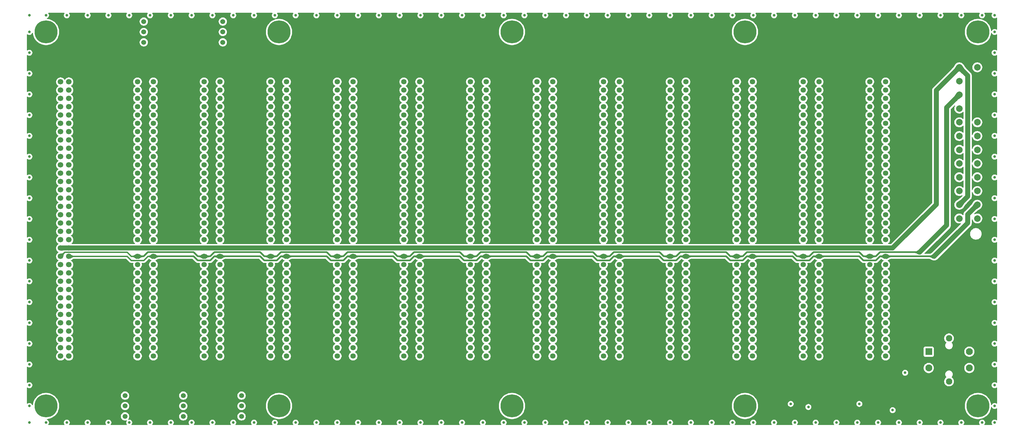
<source format=gbr>
%TF.GenerationSoftware,KiCad,Pcbnew,9.0.7*%
%TF.CreationDate,2026-02-22T19:12:49-05:00*%
%TF.ProjectId,Episode4,45706973-6f64-4653-942e-6b696361645f,2*%
%TF.SameCoordinates,Original*%
%TF.FileFunction,Copper,L2,Inr*%
%TF.FilePolarity,Positive*%
%FSLAX46Y46*%
G04 Gerber Fmt 4.6, Leading zero omitted, Abs format (unit mm)*
G04 Created by KiCad (PCBNEW 9.0.7) date 2026-02-22 19:12:49*
%MOMM*%
%LPD*%
G01*
G04 APERTURE LIST*
%TA.AperFunction,ComponentPad*%
%ADD10C,1.638000*%
%TD*%
%TA.AperFunction,ComponentPad*%
%ADD11C,0.800000*%
%TD*%
%TA.AperFunction,ComponentPad*%
%ADD12C,7.000000*%
%TD*%
%TA.AperFunction,ComponentPad*%
%ADD13R,2.100000X2.100000*%
%TD*%
%TA.AperFunction,ComponentPad*%
%ADD14C,2.100000*%
%TD*%
%TA.AperFunction,ComponentPad*%
%ADD15C,1.950000*%
%TD*%
%TA.AperFunction,ComponentPad*%
%ADD16C,2.000000*%
%TD*%
%TA.AperFunction,ComponentPad*%
%ADD17R,1.700000X1.700000*%
%TD*%
%TA.AperFunction,ComponentPad*%
%ADD18C,1.700000*%
%TD*%
%TA.AperFunction,ViaPad*%
%ADD19C,1.500000*%
%TD*%
%TA.AperFunction,ViaPad*%
%ADD20C,0.800000*%
%TD*%
%TA.AperFunction,Conductor*%
%ADD21C,0.500000*%
%TD*%
%TA.AperFunction,Conductor*%
%ADD22C,1.500000*%
%TD*%
%TA.AperFunction,Conductor*%
%ADD23C,0.400000*%
%TD*%
G04 APERTURE END LIST*
D10*
%TO.N,+5V*%
%TO.C,J2*%
X39141000Y-19050000D03*
X34290000Y-19050000D03*
%TO.N,GND*%
X39141000Y-21590000D03*
X34290000Y-21590000D03*
%TO.N,/A0*%
X39141000Y-24130000D03*
%TO.N,/Q*%
X34290000Y-24130000D03*
%TO.N,/A1*%
X39141000Y-26670000D03*
%TO.N,/E*%
X34290000Y-26670000D03*
%TO.N,/A2*%
X39141000Y-29210000D03*
%TO.N,/~{RD}*%
X34290000Y-29210000D03*
%TO.N,/A3*%
X39141000Y-31750000D03*
%TO.N,/~{WR}*%
X34290000Y-31750000D03*
%TO.N,/A4*%
X39141000Y-34290000D03*
%TO.N,/R{slash}~{W}*%
X34290000Y-34290000D03*
%TO.N,/A5*%
X39141000Y-36830000D03*
%TO.N,/~{CBLK}*%
X34290000Y-36830000D03*
%TO.N,/A6*%
X39141000Y-39370000D03*
%TO.N,/~{IORQ}*%
X34290000Y-39370000D03*
%TO.N,/A7*%
X39141000Y-41910000D03*
%TO.N,/~{MREQ}*%
X34290000Y-41910000D03*
%TO.N,GND*%
X39141000Y-44450000D03*
X34290000Y-44450000D03*
%TO.N,/A8*%
X39141000Y-46990000D03*
%TO.N,/BA*%
X34290000Y-46990000D03*
%TO.N,/A9*%
X39141000Y-49530000D03*
%TO.N,/BS*%
X34290000Y-49530000D03*
%TO.N,/A10*%
X39141000Y-52070000D03*
%TO.N,/USR1*%
X34290000Y-52070000D03*
%TO.N,/A11*%
X39141000Y-54610000D03*
%TO.N,/USR2*%
X34290000Y-54610000D03*
%TO.N,/A12*%
X39141000Y-57150000D03*
%TO.N,/USR3*%
X34290000Y-57150000D03*
%TO.N,/A13*%
X39141000Y-59690000D03*
%TO.N,/USR4*%
X34290000Y-59690000D03*
%TO.N,/A14*%
X39141000Y-62230000D03*
%TO.N,/~{BREQ}*%
X34290000Y-62230000D03*
%TO.N,/A15*%
X39141000Y-64770000D03*
%TO.N,/~{HALT}*%
X34290000Y-64770000D03*
%TO.N,/~{RESET}*%
X39141000Y-67310000D03*
%TO.N,/~{MRDY}*%
X34290000Y-67310000D03*
%TO.N,GND*%
X39141000Y-69850000D03*
X34290000Y-69850000D03*
%TO.N,+3V3*%
X39141000Y-72390000D03*
X34290000Y-72390000D03*
%TO.N,-12V*%
X39141000Y-74930000D03*
%TO.N,+12V*%
X34290000Y-74930000D03*
%TO.N,GND*%
X39141000Y-77470000D03*
X34290000Y-77470000D03*
%TO.N,/~{RAM_{oe}}*%
X39141000Y-80010000D03*
%TO.N,/~{FIRQ1}*%
X34290000Y-80010000D03*
%TO.N,/~{MMU_{en}}*%
X39141000Y-82550000D03*
%TO.N,/~{FIRQ2}*%
X34290000Y-82550000D03*
%TO.N,/D0*%
X39141000Y-85090000D03*
%TO.N,/~{FIRQ3}*%
X34290000Y-85090000D03*
%TO.N,/D1*%
X39141000Y-87630000D03*
%TO.N,/~{IRQ1}*%
X34290000Y-87630000D03*
%TO.N,/D2*%
X39141000Y-90170000D03*
%TO.N,/~{IRQ2}*%
X34290000Y-90170000D03*
%TO.N,/D3*%
X39141000Y-92710000D03*
%TO.N,/~{IRQ3}*%
X34290000Y-92710000D03*
%TO.N,/D4*%
X39141000Y-95250000D03*
%TO.N,/~{IRQ4}*%
X34290000Y-95250000D03*
%TO.N,/D5*%
X39141000Y-97790000D03*
%TO.N,/~{IRQ5}*%
X34290000Y-97790000D03*
%TO.N,/D6*%
X39141000Y-100330000D03*
%TO.N,/~{IRQ6}*%
X34290000Y-100330000D03*
%TO.N,/D7*%
X39141000Y-102870000D03*
%TO.N,/~{IRQ7}*%
X34290000Y-102870000D03*
%TO.N,GND*%
X39141000Y-105410000D03*
X34290000Y-105410000D03*
%TO.N,+5V*%
X39141000Y-107950000D03*
X34290000Y-107950000D03*
%TD*%
%TO.N,+5V*%
%TO.C,J3*%
X59461000Y-19050000D03*
X54610000Y-19050000D03*
%TO.N,GND*%
X59461000Y-21590000D03*
X54610000Y-21590000D03*
%TO.N,/A0*%
X59461000Y-24130000D03*
%TO.N,/Q*%
X54610000Y-24130000D03*
%TO.N,/A1*%
X59461000Y-26670000D03*
%TO.N,/E*%
X54610000Y-26670000D03*
%TO.N,/A2*%
X59461000Y-29210000D03*
%TO.N,/~{RD}*%
X54610000Y-29210000D03*
%TO.N,/A3*%
X59461000Y-31750000D03*
%TO.N,/~{WR}*%
X54610000Y-31750000D03*
%TO.N,/A4*%
X59461000Y-34290000D03*
%TO.N,/R{slash}~{W}*%
X54610000Y-34290000D03*
%TO.N,/A5*%
X59461000Y-36830000D03*
%TO.N,/~{CBLK}*%
X54610000Y-36830000D03*
%TO.N,/A6*%
X59461000Y-39370000D03*
%TO.N,/~{IORQ}*%
X54610000Y-39370000D03*
%TO.N,/A7*%
X59461000Y-41910000D03*
%TO.N,/~{MREQ}*%
X54610000Y-41910000D03*
%TO.N,GND*%
X59461000Y-44450000D03*
X54610000Y-44450000D03*
%TO.N,/A8*%
X59461000Y-46990000D03*
%TO.N,/BA*%
X54610000Y-46990000D03*
%TO.N,/A9*%
X59461000Y-49530000D03*
%TO.N,/BS*%
X54610000Y-49530000D03*
%TO.N,/A10*%
X59461000Y-52070000D03*
%TO.N,/USR1*%
X54610000Y-52070000D03*
%TO.N,/A11*%
X59461000Y-54610000D03*
%TO.N,/USR2*%
X54610000Y-54610000D03*
%TO.N,/A12*%
X59461000Y-57150000D03*
%TO.N,/USR3*%
X54610000Y-57150000D03*
%TO.N,/A13*%
X59461000Y-59690000D03*
%TO.N,/USR4*%
X54610000Y-59690000D03*
%TO.N,/A14*%
X59461000Y-62230000D03*
%TO.N,/~{BREQ}*%
X54610000Y-62230000D03*
%TO.N,/A15*%
X59461000Y-64770000D03*
%TO.N,/~{HALT}*%
X54610000Y-64770000D03*
%TO.N,/~{RESET}*%
X59461000Y-67310000D03*
%TO.N,/~{MRDY}*%
X54610000Y-67310000D03*
%TO.N,GND*%
X59461000Y-69850000D03*
X54610000Y-69850000D03*
%TO.N,+3V3*%
X59461000Y-72390000D03*
X54610000Y-72390000D03*
%TO.N,-12V*%
X59461000Y-74930000D03*
%TO.N,+12V*%
X54610000Y-74930000D03*
%TO.N,GND*%
X59461000Y-77470000D03*
X54610000Y-77470000D03*
%TO.N,/~{RAM_{oe}}*%
X59461000Y-80010000D03*
%TO.N,/~{FIRQ1}*%
X54610000Y-80010000D03*
%TO.N,/~{MMU_{en}}*%
X59461000Y-82550000D03*
%TO.N,/~{FIRQ2}*%
X54610000Y-82550000D03*
%TO.N,/D0*%
X59461000Y-85090000D03*
%TO.N,/~{FIRQ3}*%
X54610000Y-85090000D03*
%TO.N,/D1*%
X59461000Y-87630000D03*
%TO.N,/~{IRQ1}*%
X54610000Y-87630000D03*
%TO.N,/D2*%
X59461000Y-90170000D03*
%TO.N,/~{IRQ2}*%
X54610000Y-90170000D03*
%TO.N,/D3*%
X59461000Y-92710000D03*
%TO.N,/~{IRQ3}*%
X54610000Y-92710000D03*
%TO.N,/D4*%
X59461000Y-95250000D03*
%TO.N,/~{IRQ4}*%
X54610000Y-95250000D03*
%TO.N,/D5*%
X59461000Y-97790000D03*
%TO.N,/~{IRQ5}*%
X54610000Y-97790000D03*
%TO.N,/D6*%
X59461000Y-100330000D03*
%TO.N,/~{IRQ6}*%
X54610000Y-100330000D03*
%TO.N,/D7*%
X59461000Y-102870000D03*
%TO.N,/~{IRQ7}*%
X54610000Y-102870000D03*
%TO.N,GND*%
X59461000Y-105410000D03*
X54610000Y-105410000D03*
%TO.N,+5V*%
X59461000Y-107950000D03*
X54610000Y-107950000D03*
%TD*%
D11*
%TO.N,GND*%
%TO.C,H10*%
X288205000Y-120650000D03*
X288973845Y-118793845D03*
X288973845Y-122506155D03*
X290830000Y-118025000D03*
D12*
X290830000Y-120650000D03*
D11*
X290830000Y-123275000D03*
X292686155Y-118793845D03*
X292686155Y-122506155D03*
X293455000Y-120650000D03*
%TD*%
%TO.N,GND*%
%TO.C,H2*%
X3725000Y-120650000D03*
X4493845Y-118793845D03*
X4493845Y-122506155D03*
X6350000Y-118025000D03*
D12*
X6350000Y-120650000D03*
D11*
X6350000Y-123275000D03*
X8206155Y-118793845D03*
X8206155Y-122506155D03*
X8975000Y-120650000D03*
%TD*%
D10*
%TO.N,+5V*%
%TO.C,J7*%
X140741000Y-19050000D03*
X135890000Y-19050000D03*
%TO.N,GND*%
X140741000Y-21590000D03*
X135890000Y-21590000D03*
%TO.N,/A0*%
X140741000Y-24130000D03*
%TO.N,/Q*%
X135890000Y-24130000D03*
%TO.N,/A1*%
X140741000Y-26670000D03*
%TO.N,/E*%
X135890000Y-26670000D03*
%TO.N,/A2*%
X140741000Y-29210000D03*
%TO.N,/~{RD}*%
X135890000Y-29210000D03*
%TO.N,/A3*%
X140741000Y-31750000D03*
%TO.N,/~{WR}*%
X135890000Y-31750000D03*
%TO.N,/A4*%
X140741000Y-34290000D03*
%TO.N,/R{slash}~{W}*%
X135890000Y-34290000D03*
%TO.N,/A5*%
X140741000Y-36830000D03*
%TO.N,/~{CBLK}*%
X135890000Y-36830000D03*
%TO.N,/A6*%
X140741000Y-39370000D03*
%TO.N,/~{IORQ}*%
X135890000Y-39370000D03*
%TO.N,/A7*%
X140741000Y-41910000D03*
%TO.N,/~{MREQ}*%
X135890000Y-41910000D03*
%TO.N,GND*%
X140741000Y-44450000D03*
X135890000Y-44450000D03*
%TO.N,/A8*%
X140741000Y-46990000D03*
%TO.N,/BA*%
X135890000Y-46990000D03*
%TO.N,/A9*%
X140741000Y-49530000D03*
%TO.N,/BS*%
X135890000Y-49530000D03*
%TO.N,/A10*%
X140741000Y-52070000D03*
%TO.N,/USR1*%
X135890000Y-52070000D03*
%TO.N,/A11*%
X140741000Y-54610000D03*
%TO.N,/USR2*%
X135890000Y-54610000D03*
%TO.N,/A12*%
X140741000Y-57150000D03*
%TO.N,/USR3*%
X135890000Y-57150000D03*
%TO.N,/A13*%
X140741000Y-59690000D03*
%TO.N,/USR4*%
X135890000Y-59690000D03*
%TO.N,/A14*%
X140741000Y-62230000D03*
%TO.N,/~{BREQ}*%
X135890000Y-62230000D03*
%TO.N,/A15*%
X140741000Y-64770000D03*
%TO.N,/~{HALT}*%
X135890000Y-64770000D03*
%TO.N,/~{RESET}*%
X140741000Y-67310000D03*
%TO.N,/~{MRDY}*%
X135890000Y-67310000D03*
%TO.N,GND*%
X140741000Y-69850000D03*
X135890000Y-69850000D03*
%TO.N,+3V3*%
X140741000Y-72390000D03*
X135890000Y-72390000D03*
%TO.N,-12V*%
X140741000Y-74930000D03*
%TO.N,+12V*%
X135890000Y-74930000D03*
%TO.N,GND*%
X140741000Y-77470000D03*
X135890000Y-77470000D03*
%TO.N,/~{RAM_{oe}}*%
X140741000Y-80010000D03*
%TO.N,/~{FIRQ1}*%
X135890000Y-80010000D03*
%TO.N,/~{MMU_{en}}*%
X140741000Y-82550000D03*
%TO.N,/~{FIRQ2}*%
X135890000Y-82550000D03*
%TO.N,/D0*%
X140741000Y-85090000D03*
%TO.N,/~{FIRQ3}*%
X135890000Y-85090000D03*
%TO.N,/D1*%
X140741000Y-87630000D03*
%TO.N,/~{IRQ1}*%
X135890000Y-87630000D03*
%TO.N,/D2*%
X140741000Y-90170000D03*
%TO.N,/~{IRQ2}*%
X135890000Y-90170000D03*
%TO.N,/D3*%
X140741000Y-92710000D03*
%TO.N,/~{IRQ3}*%
X135890000Y-92710000D03*
%TO.N,/D4*%
X140741000Y-95250000D03*
%TO.N,/~{IRQ4}*%
X135890000Y-95250000D03*
%TO.N,/D5*%
X140741000Y-97790000D03*
%TO.N,/~{IRQ5}*%
X135890000Y-97790000D03*
%TO.N,/D6*%
X140741000Y-100330000D03*
%TO.N,/~{IRQ6}*%
X135890000Y-100330000D03*
%TO.N,/D7*%
X140741000Y-102870000D03*
%TO.N,/~{IRQ7}*%
X135890000Y-102870000D03*
%TO.N,GND*%
X140741000Y-105410000D03*
X135890000Y-105410000D03*
%TO.N,+5V*%
X140741000Y-107950000D03*
X135890000Y-107950000D03*
%TD*%
D13*
%TO.N,Net-(R2-Pad2)*%
%TO.C,SW1*%
X275815000Y-104053000D03*
D14*
%TO.N,GND*%
X288215000Y-104053000D03*
%TO.N,Net-(R2-Pad2)*%
X275815000Y-109053000D03*
%TO.N,GND*%
X288215000Y-109053000D03*
D15*
X282015000Y-99953000D03*
%TO.N,Net-(SW1-A)*%
X282015000Y-113153000D03*
%TD*%
D10*
%TO.N,+5V*%
%TO.C,J9*%
X181381000Y-19050000D03*
X176530000Y-19050000D03*
%TO.N,GND*%
X181381000Y-21590000D03*
X176530000Y-21590000D03*
%TO.N,/A0*%
X181381000Y-24130000D03*
%TO.N,/Q*%
X176530000Y-24130000D03*
%TO.N,/A1*%
X181381000Y-26670000D03*
%TO.N,/E*%
X176530000Y-26670000D03*
%TO.N,/A2*%
X181381000Y-29210000D03*
%TO.N,/~{RD}*%
X176530000Y-29210000D03*
%TO.N,/A3*%
X181381000Y-31750000D03*
%TO.N,/~{WR}*%
X176530000Y-31750000D03*
%TO.N,/A4*%
X181381000Y-34290000D03*
%TO.N,/R{slash}~{W}*%
X176530000Y-34290000D03*
%TO.N,/A5*%
X181381000Y-36830000D03*
%TO.N,/~{CBLK}*%
X176530000Y-36830000D03*
%TO.N,/A6*%
X181381000Y-39370000D03*
%TO.N,/~{IORQ}*%
X176530000Y-39370000D03*
%TO.N,/A7*%
X181381000Y-41910000D03*
%TO.N,/~{MREQ}*%
X176530000Y-41910000D03*
%TO.N,GND*%
X181381000Y-44450000D03*
X176530000Y-44450000D03*
%TO.N,/A8*%
X181381000Y-46990000D03*
%TO.N,/BA*%
X176530000Y-46990000D03*
%TO.N,/A9*%
X181381000Y-49530000D03*
%TO.N,/BS*%
X176530000Y-49530000D03*
%TO.N,/A10*%
X181381000Y-52070000D03*
%TO.N,/USR1*%
X176530000Y-52070000D03*
%TO.N,/A11*%
X181381000Y-54610000D03*
%TO.N,/USR2*%
X176530000Y-54610000D03*
%TO.N,/A12*%
X181381000Y-57150000D03*
%TO.N,/USR3*%
X176530000Y-57150000D03*
%TO.N,/A13*%
X181381000Y-59690000D03*
%TO.N,/USR4*%
X176530000Y-59690000D03*
%TO.N,/A14*%
X181381000Y-62230000D03*
%TO.N,/~{BREQ}*%
X176530000Y-62230000D03*
%TO.N,/A15*%
X181381000Y-64770000D03*
%TO.N,/~{HALT}*%
X176530000Y-64770000D03*
%TO.N,/~{RESET}*%
X181381000Y-67310000D03*
%TO.N,/~{MRDY}*%
X176530000Y-67310000D03*
%TO.N,GND*%
X181381000Y-69850000D03*
X176530000Y-69850000D03*
%TO.N,+3V3*%
X181381000Y-72390000D03*
X176530000Y-72390000D03*
%TO.N,-12V*%
X181381000Y-74930000D03*
%TO.N,+12V*%
X176530000Y-74930000D03*
%TO.N,GND*%
X181381000Y-77470000D03*
X176530000Y-77470000D03*
%TO.N,/~{RAM_{oe}}*%
X181381000Y-80010000D03*
%TO.N,/~{FIRQ1}*%
X176530000Y-80010000D03*
%TO.N,/~{MMU_{en}}*%
X181381000Y-82550000D03*
%TO.N,/~{FIRQ2}*%
X176530000Y-82550000D03*
%TO.N,/D0*%
X181381000Y-85090000D03*
%TO.N,/~{FIRQ3}*%
X176530000Y-85090000D03*
%TO.N,/D1*%
X181381000Y-87630000D03*
%TO.N,/~{IRQ1}*%
X176530000Y-87630000D03*
%TO.N,/D2*%
X181381000Y-90170000D03*
%TO.N,/~{IRQ2}*%
X176530000Y-90170000D03*
%TO.N,/D3*%
X181381000Y-92710000D03*
%TO.N,/~{IRQ3}*%
X176530000Y-92710000D03*
%TO.N,/D4*%
X181381000Y-95250000D03*
%TO.N,/~{IRQ4}*%
X176530000Y-95250000D03*
%TO.N,/D5*%
X181381000Y-97790000D03*
%TO.N,/~{IRQ5}*%
X176530000Y-97790000D03*
%TO.N,/D6*%
X181381000Y-100330000D03*
%TO.N,/~{IRQ6}*%
X176530000Y-100330000D03*
%TO.N,/D7*%
X181381000Y-102870000D03*
%TO.N,/~{IRQ7}*%
X176530000Y-102870000D03*
%TO.N,GND*%
X181381000Y-105410000D03*
X176530000Y-105410000D03*
%TO.N,+5V*%
X181381000Y-107950000D03*
X176530000Y-107950000D03*
%TD*%
%TO.N,+5V*%
%TO.C,J11*%
X222021000Y-19050000D03*
X217170000Y-19050000D03*
%TO.N,GND*%
X222021000Y-21590000D03*
X217170000Y-21590000D03*
%TO.N,/A0*%
X222021000Y-24130000D03*
%TO.N,/Q*%
X217170000Y-24130000D03*
%TO.N,/A1*%
X222021000Y-26670000D03*
%TO.N,/E*%
X217170000Y-26670000D03*
%TO.N,/A2*%
X222021000Y-29210000D03*
%TO.N,/~{RD}*%
X217170000Y-29210000D03*
%TO.N,/A3*%
X222021000Y-31750000D03*
%TO.N,/~{WR}*%
X217170000Y-31750000D03*
%TO.N,/A4*%
X222021000Y-34290000D03*
%TO.N,/R{slash}~{W}*%
X217170000Y-34290000D03*
%TO.N,/A5*%
X222021000Y-36830000D03*
%TO.N,/~{CBLK}*%
X217170000Y-36830000D03*
%TO.N,/A6*%
X222021000Y-39370000D03*
%TO.N,/~{IORQ}*%
X217170000Y-39370000D03*
%TO.N,/A7*%
X222021000Y-41910000D03*
%TO.N,/~{MREQ}*%
X217170000Y-41910000D03*
%TO.N,GND*%
X222021000Y-44450000D03*
X217170000Y-44450000D03*
%TO.N,/A8*%
X222021000Y-46990000D03*
%TO.N,/BA*%
X217170000Y-46990000D03*
%TO.N,/A9*%
X222021000Y-49530000D03*
%TO.N,/BS*%
X217170000Y-49530000D03*
%TO.N,/A10*%
X222021000Y-52070000D03*
%TO.N,/USR1*%
X217170000Y-52070000D03*
%TO.N,/A11*%
X222021000Y-54610000D03*
%TO.N,/USR2*%
X217170000Y-54610000D03*
%TO.N,/A12*%
X222021000Y-57150000D03*
%TO.N,/USR3*%
X217170000Y-57150000D03*
%TO.N,/A13*%
X222021000Y-59690000D03*
%TO.N,/USR4*%
X217170000Y-59690000D03*
%TO.N,/A14*%
X222021000Y-62230000D03*
%TO.N,/~{BREQ}*%
X217170000Y-62230000D03*
%TO.N,/A15*%
X222021000Y-64770000D03*
%TO.N,/~{HALT}*%
X217170000Y-64770000D03*
%TO.N,/~{RESET}*%
X222021000Y-67310000D03*
%TO.N,/~{MRDY}*%
X217170000Y-67310000D03*
%TO.N,GND*%
X222021000Y-69850000D03*
X217170000Y-69850000D03*
%TO.N,+3V3*%
X222021000Y-72390000D03*
X217170000Y-72390000D03*
%TO.N,-12V*%
X222021000Y-74930000D03*
%TO.N,+12V*%
X217170000Y-74930000D03*
%TO.N,GND*%
X222021000Y-77470000D03*
X217170000Y-77470000D03*
%TO.N,/~{RAM_{oe}}*%
X222021000Y-80010000D03*
%TO.N,/~{FIRQ1}*%
X217170000Y-80010000D03*
%TO.N,/~{MMU_{en}}*%
X222021000Y-82550000D03*
%TO.N,/~{FIRQ2}*%
X217170000Y-82550000D03*
%TO.N,/D0*%
X222021000Y-85090000D03*
%TO.N,/~{FIRQ3}*%
X217170000Y-85090000D03*
%TO.N,/D1*%
X222021000Y-87630000D03*
%TO.N,/~{IRQ1}*%
X217170000Y-87630000D03*
%TO.N,/D2*%
X222021000Y-90170000D03*
%TO.N,/~{IRQ2}*%
X217170000Y-90170000D03*
%TO.N,/D3*%
X222021000Y-92710000D03*
%TO.N,/~{IRQ3}*%
X217170000Y-92710000D03*
%TO.N,/D4*%
X222021000Y-95250000D03*
%TO.N,/~{IRQ4}*%
X217170000Y-95250000D03*
%TO.N,/D5*%
X222021000Y-97790000D03*
%TO.N,/~{IRQ5}*%
X217170000Y-97790000D03*
%TO.N,/D6*%
X222021000Y-100330000D03*
%TO.N,/~{IRQ6}*%
X217170000Y-100330000D03*
%TO.N,/D7*%
X222021000Y-102870000D03*
%TO.N,/~{IRQ7}*%
X217170000Y-102870000D03*
%TO.N,GND*%
X222021000Y-105410000D03*
X217170000Y-105410000D03*
%TO.N,+5V*%
X222021000Y-107950000D03*
X217170000Y-107950000D03*
%TD*%
%TO.N,+5V*%
%TO.C,J13*%
X262661000Y-19050000D03*
X257810000Y-19050000D03*
%TO.N,GND*%
X262661000Y-21590000D03*
X257810000Y-21590000D03*
%TO.N,/A0*%
X262661000Y-24130000D03*
%TO.N,/Q*%
X257810000Y-24130000D03*
%TO.N,/A1*%
X262661000Y-26670000D03*
%TO.N,/E*%
X257810000Y-26670000D03*
%TO.N,/A2*%
X262661000Y-29210000D03*
%TO.N,/~{RD}*%
X257810000Y-29210000D03*
%TO.N,/A3*%
X262661000Y-31750000D03*
%TO.N,/~{WR}*%
X257810000Y-31750000D03*
%TO.N,/A4*%
X262661000Y-34290000D03*
%TO.N,/R{slash}~{W}*%
X257810000Y-34290000D03*
%TO.N,/A5*%
X262661000Y-36830000D03*
%TO.N,/~{CBLK}*%
X257810000Y-36830000D03*
%TO.N,/A6*%
X262661000Y-39370000D03*
%TO.N,/~{IORQ}*%
X257810000Y-39370000D03*
%TO.N,/A7*%
X262661000Y-41910000D03*
%TO.N,/~{MREQ}*%
X257810000Y-41910000D03*
%TO.N,GND*%
X262661000Y-44450000D03*
X257810000Y-44450000D03*
%TO.N,/A8*%
X262661000Y-46990000D03*
%TO.N,/BA*%
X257810000Y-46990000D03*
%TO.N,/A9*%
X262661000Y-49530000D03*
%TO.N,/BS*%
X257810000Y-49530000D03*
%TO.N,/A10*%
X262661000Y-52070000D03*
%TO.N,/USR1*%
X257810000Y-52070000D03*
%TO.N,/A11*%
X262661000Y-54610000D03*
%TO.N,/USR2*%
X257810000Y-54610000D03*
%TO.N,/A12*%
X262661000Y-57150000D03*
%TO.N,/USR3*%
X257810000Y-57150000D03*
%TO.N,/A13*%
X262661000Y-59690000D03*
%TO.N,/USR4*%
X257810000Y-59690000D03*
%TO.N,/A14*%
X262661000Y-62230000D03*
%TO.N,/~{BREQ}*%
X257810000Y-62230000D03*
%TO.N,/A15*%
X262661000Y-64770000D03*
%TO.N,/~{HALT}*%
X257810000Y-64770000D03*
%TO.N,/~{RESET}*%
X262661000Y-67310000D03*
%TO.N,/~{MRDY}*%
X257810000Y-67310000D03*
%TO.N,GND*%
X262661000Y-69850000D03*
X257810000Y-69850000D03*
%TO.N,+3V3*%
X262661000Y-72390000D03*
X257810000Y-72390000D03*
%TO.N,-12V*%
X262661000Y-74930000D03*
%TO.N,+12V*%
X257810000Y-74930000D03*
%TO.N,GND*%
X262661000Y-77470000D03*
X257810000Y-77470000D03*
%TO.N,/~{RAM_{oe}}*%
X262661000Y-80010000D03*
%TO.N,/~{FIRQ1}*%
X257810000Y-80010000D03*
%TO.N,/~{MMU_{en}}*%
X262661000Y-82550000D03*
%TO.N,/~{FIRQ2}*%
X257810000Y-82550000D03*
%TO.N,/D0*%
X262661000Y-85090000D03*
%TO.N,/~{FIRQ3}*%
X257810000Y-85090000D03*
%TO.N,/D1*%
X262661000Y-87630000D03*
%TO.N,/~{IRQ1}*%
X257810000Y-87630000D03*
%TO.N,/D2*%
X262661000Y-90170000D03*
%TO.N,/~{IRQ2}*%
X257810000Y-90170000D03*
%TO.N,/D3*%
X262661000Y-92710000D03*
%TO.N,/~{IRQ3}*%
X257810000Y-92710000D03*
%TO.N,/D4*%
X262661000Y-95250000D03*
%TO.N,/~{IRQ4}*%
X257810000Y-95250000D03*
%TO.N,/D5*%
X262661000Y-97790000D03*
%TO.N,/~{IRQ5}*%
X257810000Y-97790000D03*
%TO.N,/D6*%
X262661000Y-100330000D03*
%TO.N,/~{IRQ6}*%
X257810000Y-100330000D03*
%TO.N,/D7*%
X262661000Y-102870000D03*
%TO.N,/~{IRQ7}*%
X257810000Y-102870000D03*
%TO.N,GND*%
X262661000Y-105410000D03*
X257810000Y-105410000D03*
%TO.N,+5V*%
X262661000Y-107950000D03*
X257810000Y-107950000D03*
%TD*%
%TO.N,+5V*%
%TO.C,J10*%
X201701000Y-19050000D03*
X196850000Y-19050000D03*
%TO.N,GND*%
X201701000Y-21590000D03*
X196850000Y-21590000D03*
%TO.N,/A0*%
X201701000Y-24130000D03*
%TO.N,/Q*%
X196850000Y-24130000D03*
%TO.N,/A1*%
X201701000Y-26670000D03*
%TO.N,/E*%
X196850000Y-26670000D03*
%TO.N,/A2*%
X201701000Y-29210000D03*
%TO.N,/~{RD}*%
X196850000Y-29210000D03*
%TO.N,/A3*%
X201701000Y-31750000D03*
%TO.N,/~{WR}*%
X196850000Y-31750000D03*
%TO.N,/A4*%
X201701000Y-34290000D03*
%TO.N,/R{slash}~{W}*%
X196850000Y-34290000D03*
%TO.N,/A5*%
X201701000Y-36830000D03*
%TO.N,/~{CBLK}*%
X196850000Y-36830000D03*
%TO.N,/A6*%
X201701000Y-39370000D03*
%TO.N,/~{IORQ}*%
X196850000Y-39370000D03*
%TO.N,/A7*%
X201701000Y-41910000D03*
%TO.N,/~{MREQ}*%
X196850000Y-41910000D03*
%TO.N,GND*%
X201701000Y-44450000D03*
X196850000Y-44450000D03*
%TO.N,/A8*%
X201701000Y-46990000D03*
%TO.N,/BA*%
X196850000Y-46990000D03*
%TO.N,/A9*%
X201701000Y-49530000D03*
%TO.N,/BS*%
X196850000Y-49530000D03*
%TO.N,/A10*%
X201701000Y-52070000D03*
%TO.N,/USR1*%
X196850000Y-52070000D03*
%TO.N,/A11*%
X201701000Y-54610000D03*
%TO.N,/USR2*%
X196850000Y-54610000D03*
%TO.N,/A12*%
X201701000Y-57150000D03*
%TO.N,/USR3*%
X196850000Y-57150000D03*
%TO.N,/A13*%
X201701000Y-59690000D03*
%TO.N,/USR4*%
X196850000Y-59690000D03*
%TO.N,/A14*%
X201701000Y-62230000D03*
%TO.N,/~{BREQ}*%
X196850000Y-62230000D03*
%TO.N,/A15*%
X201701000Y-64770000D03*
%TO.N,/~{HALT}*%
X196850000Y-64770000D03*
%TO.N,/~{RESET}*%
X201701000Y-67310000D03*
%TO.N,/~{MRDY}*%
X196850000Y-67310000D03*
%TO.N,GND*%
X201701000Y-69850000D03*
X196850000Y-69850000D03*
%TO.N,+3V3*%
X201701000Y-72390000D03*
X196850000Y-72390000D03*
%TO.N,-12V*%
X201701000Y-74930000D03*
%TO.N,+12V*%
X196850000Y-74930000D03*
%TO.N,GND*%
X201701000Y-77470000D03*
X196850000Y-77470000D03*
%TO.N,/~{RAM_{oe}}*%
X201701000Y-80010000D03*
%TO.N,/~{FIRQ1}*%
X196850000Y-80010000D03*
%TO.N,/~{MMU_{en}}*%
X201701000Y-82550000D03*
%TO.N,/~{FIRQ2}*%
X196850000Y-82550000D03*
%TO.N,/D0*%
X201701000Y-85090000D03*
%TO.N,/~{FIRQ3}*%
X196850000Y-85090000D03*
%TO.N,/D1*%
X201701000Y-87630000D03*
%TO.N,/~{IRQ1}*%
X196850000Y-87630000D03*
%TO.N,/D2*%
X201701000Y-90170000D03*
%TO.N,/~{IRQ2}*%
X196850000Y-90170000D03*
%TO.N,/D3*%
X201701000Y-92710000D03*
%TO.N,/~{IRQ3}*%
X196850000Y-92710000D03*
%TO.N,/D4*%
X201701000Y-95250000D03*
%TO.N,/~{IRQ4}*%
X196850000Y-95250000D03*
%TO.N,/D5*%
X201701000Y-97790000D03*
%TO.N,/~{IRQ5}*%
X196850000Y-97790000D03*
%TO.N,/D6*%
X201701000Y-100330000D03*
%TO.N,/~{IRQ6}*%
X196850000Y-100330000D03*
%TO.N,/D7*%
X201701000Y-102870000D03*
%TO.N,/~{IRQ7}*%
X196850000Y-102870000D03*
%TO.N,GND*%
X201701000Y-105410000D03*
X196850000Y-105410000D03*
%TO.N,+5V*%
X201701000Y-107950000D03*
X196850000Y-107950000D03*
%TD*%
%TO.N,+5V*%
%TO.C,J5*%
X100101000Y-19050000D03*
X95250000Y-19050000D03*
%TO.N,GND*%
X100101000Y-21590000D03*
X95250000Y-21590000D03*
%TO.N,/A0*%
X100101000Y-24130000D03*
%TO.N,/Q*%
X95250000Y-24130000D03*
%TO.N,/A1*%
X100101000Y-26670000D03*
%TO.N,/E*%
X95250000Y-26670000D03*
%TO.N,/A2*%
X100101000Y-29210000D03*
%TO.N,/~{RD}*%
X95250000Y-29210000D03*
%TO.N,/A3*%
X100101000Y-31750000D03*
%TO.N,/~{WR}*%
X95250000Y-31750000D03*
%TO.N,/A4*%
X100101000Y-34290000D03*
%TO.N,/R{slash}~{W}*%
X95250000Y-34290000D03*
%TO.N,/A5*%
X100101000Y-36830000D03*
%TO.N,/~{CBLK}*%
X95250000Y-36830000D03*
%TO.N,/A6*%
X100101000Y-39370000D03*
%TO.N,/~{IORQ}*%
X95250000Y-39370000D03*
%TO.N,/A7*%
X100101000Y-41910000D03*
%TO.N,/~{MREQ}*%
X95250000Y-41910000D03*
%TO.N,GND*%
X100101000Y-44450000D03*
X95250000Y-44450000D03*
%TO.N,/A8*%
X100101000Y-46990000D03*
%TO.N,/BA*%
X95250000Y-46990000D03*
%TO.N,/A9*%
X100101000Y-49530000D03*
%TO.N,/BS*%
X95250000Y-49530000D03*
%TO.N,/A10*%
X100101000Y-52070000D03*
%TO.N,/USR1*%
X95250000Y-52070000D03*
%TO.N,/A11*%
X100101000Y-54610000D03*
%TO.N,/USR2*%
X95250000Y-54610000D03*
%TO.N,/A12*%
X100101000Y-57150000D03*
%TO.N,/USR3*%
X95250000Y-57150000D03*
%TO.N,/A13*%
X100101000Y-59690000D03*
%TO.N,/USR4*%
X95250000Y-59690000D03*
%TO.N,/A14*%
X100101000Y-62230000D03*
%TO.N,/~{BREQ}*%
X95250000Y-62230000D03*
%TO.N,/A15*%
X100101000Y-64770000D03*
%TO.N,/~{HALT}*%
X95250000Y-64770000D03*
%TO.N,/~{RESET}*%
X100101000Y-67310000D03*
%TO.N,/~{MRDY}*%
X95250000Y-67310000D03*
%TO.N,GND*%
X100101000Y-69850000D03*
X95250000Y-69850000D03*
%TO.N,+3V3*%
X100101000Y-72390000D03*
X95250000Y-72390000D03*
%TO.N,-12V*%
X100101000Y-74930000D03*
%TO.N,+12V*%
X95250000Y-74930000D03*
%TO.N,GND*%
X100101000Y-77470000D03*
X95250000Y-77470000D03*
%TO.N,/~{RAM_{oe}}*%
X100101000Y-80010000D03*
%TO.N,/~{FIRQ1}*%
X95250000Y-80010000D03*
%TO.N,/~{MMU_{en}}*%
X100101000Y-82550000D03*
%TO.N,/~{FIRQ2}*%
X95250000Y-82550000D03*
%TO.N,/D0*%
X100101000Y-85090000D03*
%TO.N,/~{FIRQ3}*%
X95250000Y-85090000D03*
%TO.N,/D1*%
X100101000Y-87630000D03*
%TO.N,/~{IRQ1}*%
X95250000Y-87630000D03*
%TO.N,/D2*%
X100101000Y-90170000D03*
%TO.N,/~{IRQ2}*%
X95250000Y-90170000D03*
%TO.N,/D3*%
X100101000Y-92710000D03*
%TO.N,/~{IRQ3}*%
X95250000Y-92710000D03*
%TO.N,/D4*%
X100101000Y-95250000D03*
%TO.N,/~{IRQ4}*%
X95250000Y-95250000D03*
%TO.N,/D5*%
X100101000Y-97790000D03*
%TO.N,/~{IRQ5}*%
X95250000Y-97790000D03*
%TO.N,/D6*%
X100101000Y-100330000D03*
%TO.N,/~{IRQ6}*%
X95250000Y-100330000D03*
%TO.N,/D7*%
X100101000Y-102870000D03*
%TO.N,/~{IRQ7}*%
X95250000Y-102870000D03*
%TO.N,GND*%
X100101000Y-105410000D03*
X95250000Y-105410000D03*
%TO.N,+5V*%
X100101000Y-107950000D03*
X95250000Y-107950000D03*
%TD*%
D16*
%TO.N,unconnected-(J14-+3.3V-Pad1)*%
%TO.C,J14*%
X285155000Y-63345000D03*
%TO.N,+3V3*%
X285155000Y-59145000D03*
%TO.N,GND*%
X285155000Y-54945000D03*
%TO.N,unconnected-(J14-+5V-Pad4)*%
X285155000Y-50745000D03*
%TO.N,GND*%
X285155000Y-46545000D03*
%TO.N,unconnected-(J14-+5V-Pad6)*%
X285155000Y-42345000D03*
%TO.N,GND*%
X285155000Y-38145000D03*
%TO.N,unconnected-(J14-PG-Pad8)*%
X285155000Y-33945000D03*
%TO.N,VCC*%
X285155000Y-29745000D03*
%TO.N,+12V*%
X285155000Y-25545000D03*
%TO.N,unconnected-(J14-+12V-Pad11)*%
X285155000Y-21345000D03*
%TO.N,+3V3*%
X285155000Y-17145000D03*
%TO.N,unconnected-(J14-+3.3V-Pad13)*%
X290655000Y-63345000D03*
%TO.N,-12V*%
X290655000Y-59145000D03*
%TO.N,GND*%
X290655000Y-54945000D03*
%TO.N,/~{PS_ON}*%
X290655000Y-50745000D03*
%TO.N,GND*%
X290655000Y-46545000D03*
X290655000Y-42345000D03*
X290655000Y-38145000D03*
%TO.N,unconnected-(J14-NC-Pad20)*%
X290655000Y-33945000D03*
%TO.N,+5V*%
X290655000Y-29745000D03*
X290655000Y-25545000D03*
X290655000Y-21345000D03*
%TO.N,GND*%
X290655000Y-17145000D03*
%TD*%
D10*
%TO.N,+5V*%
%TO.C,J6*%
X120421000Y-19050000D03*
X115570000Y-19050000D03*
%TO.N,GND*%
X120421000Y-21590000D03*
X115570000Y-21590000D03*
%TO.N,/A0*%
X120421000Y-24130000D03*
%TO.N,/Q*%
X115570000Y-24130000D03*
%TO.N,/A1*%
X120421000Y-26670000D03*
%TO.N,/E*%
X115570000Y-26670000D03*
%TO.N,/A2*%
X120421000Y-29210000D03*
%TO.N,/~{RD}*%
X115570000Y-29210000D03*
%TO.N,/A3*%
X120421000Y-31750000D03*
%TO.N,/~{WR}*%
X115570000Y-31750000D03*
%TO.N,/A4*%
X120421000Y-34290000D03*
%TO.N,/R{slash}~{W}*%
X115570000Y-34290000D03*
%TO.N,/A5*%
X120421000Y-36830000D03*
%TO.N,/~{CBLK}*%
X115570000Y-36830000D03*
%TO.N,/A6*%
X120421000Y-39370000D03*
%TO.N,/~{IORQ}*%
X115570000Y-39370000D03*
%TO.N,/A7*%
X120421000Y-41910000D03*
%TO.N,/~{MREQ}*%
X115570000Y-41910000D03*
%TO.N,GND*%
X120421000Y-44450000D03*
X115570000Y-44450000D03*
%TO.N,/A8*%
X120421000Y-46990000D03*
%TO.N,/BA*%
X115570000Y-46990000D03*
%TO.N,/A9*%
X120421000Y-49530000D03*
%TO.N,/BS*%
X115570000Y-49530000D03*
%TO.N,/A10*%
X120421000Y-52070000D03*
%TO.N,/USR1*%
X115570000Y-52070000D03*
%TO.N,/A11*%
X120421000Y-54610000D03*
%TO.N,/USR2*%
X115570000Y-54610000D03*
%TO.N,/A12*%
X120421000Y-57150000D03*
%TO.N,/USR3*%
X115570000Y-57150000D03*
%TO.N,/A13*%
X120421000Y-59690000D03*
%TO.N,/USR4*%
X115570000Y-59690000D03*
%TO.N,/A14*%
X120421000Y-62230000D03*
%TO.N,/~{BREQ}*%
X115570000Y-62230000D03*
%TO.N,/A15*%
X120421000Y-64770000D03*
%TO.N,/~{HALT}*%
X115570000Y-64770000D03*
%TO.N,/~{RESET}*%
X120421000Y-67310000D03*
%TO.N,/~{MRDY}*%
X115570000Y-67310000D03*
%TO.N,GND*%
X120421000Y-69850000D03*
X115570000Y-69850000D03*
%TO.N,+3V3*%
X120421000Y-72390000D03*
X115570000Y-72390000D03*
%TO.N,-12V*%
X120421000Y-74930000D03*
%TO.N,+12V*%
X115570000Y-74930000D03*
%TO.N,GND*%
X120421000Y-77470000D03*
X115570000Y-77470000D03*
%TO.N,/~{RAM_{oe}}*%
X120421000Y-80010000D03*
%TO.N,/~{FIRQ1}*%
X115570000Y-80010000D03*
%TO.N,/~{MMU_{en}}*%
X120421000Y-82550000D03*
%TO.N,/~{FIRQ2}*%
X115570000Y-82550000D03*
%TO.N,/D0*%
X120421000Y-85090000D03*
%TO.N,/~{FIRQ3}*%
X115570000Y-85090000D03*
%TO.N,/D1*%
X120421000Y-87630000D03*
%TO.N,/~{IRQ1}*%
X115570000Y-87630000D03*
%TO.N,/D2*%
X120421000Y-90170000D03*
%TO.N,/~{IRQ2}*%
X115570000Y-90170000D03*
%TO.N,/D3*%
X120421000Y-92710000D03*
%TO.N,/~{IRQ3}*%
X115570000Y-92710000D03*
%TO.N,/D4*%
X120421000Y-95250000D03*
%TO.N,/~{IRQ4}*%
X115570000Y-95250000D03*
%TO.N,/D5*%
X120421000Y-97790000D03*
%TO.N,/~{IRQ5}*%
X115570000Y-97790000D03*
%TO.N,/D6*%
X120421000Y-100330000D03*
%TO.N,/~{IRQ6}*%
X115570000Y-100330000D03*
%TO.N,/D7*%
X120421000Y-102870000D03*
%TO.N,/~{IRQ7}*%
X115570000Y-102870000D03*
%TO.N,GND*%
X120421000Y-105410000D03*
X115570000Y-105410000D03*
%TO.N,+5V*%
X120421000Y-107950000D03*
X115570000Y-107950000D03*
%TD*%
D11*
%TO.N,GND*%
%TO.C,H8*%
X217085000Y-120650000D03*
X217853845Y-118793845D03*
X217853845Y-122506155D03*
X219710000Y-118025000D03*
D12*
X219710000Y-120650000D03*
D11*
X219710000Y-123275000D03*
X221566155Y-118793845D03*
X221566155Y-122506155D03*
X222335000Y-120650000D03*
%TD*%
%TO.N,GND*%
%TO.C,H5*%
X145965000Y-6350000D03*
X146733845Y-4493845D03*
X146733845Y-8206155D03*
X148590000Y-3725000D03*
D12*
X148590000Y-6350000D03*
D11*
X148590000Y-8975000D03*
X150446155Y-4493845D03*
X150446155Y-8206155D03*
X151215000Y-6350000D03*
%TD*%
%TO.N,GND*%
%TO.C,H3*%
X74845000Y-6350000D03*
X75613845Y-4493845D03*
X75613845Y-8206155D03*
X77470000Y-3725000D03*
D12*
X77470000Y-6350000D03*
D11*
X77470000Y-8975000D03*
X79326155Y-4493845D03*
X79326155Y-8206155D03*
X80095000Y-6350000D03*
%TD*%
%TO.N,GND*%
%TO.C,H9*%
X288205000Y-6350000D03*
X288973845Y-4493845D03*
X288973845Y-8206155D03*
X290830000Y-3725000D03*
D12*
X290830000Y-6350000D03*
D11*
X290830000Y-8975000D03*
X292686155Y-4493845D03*
X292686155Y-8206155D03*
X293455000Y-6350000D03*
%TD*%
D17*
%TO.N,+5V*%
%TO.C,J1*%
X13335000Y-19050000D03*
D18*
X10795000Y-19050000D03*
%TO.N,GND*%
X13335000Y-21590000D03*
X10795000Y-21590000D03*
%TO.N,/A0*%
X13335000Y-24130000D03*
%TO.N,/Q*%
X10795000Y-24130000D03*
%TO.N,/A1*%
X13335000Y-26670000D03*
%TO.N,/E*%
X10795000Y-26670000D03*
%TO.N,/A2*%
X13335000Y-29210000D03*
%TO.N,/~{RD}*%
X10795000Y-29210000D03*
%TO.N,/A3*%
X13335000Y-31750000D03*
%TO.N,/~{WR}*%
X10795000Y-31750000D03*
%TO.N,/A4*%
X13335000Y-34290000D03*
%TO.N,/R{slash}~{W}*%
X10795000Y-34290000D03*
%TO.N,/A5*%
X13335000Y-36830000D03*
%TO.N,/~{CBLK}*%
X10795000Y-36830000D03*
%TO.N,/A6*%
X13335000Y-39370000D03*
%TO.N,/~{IORQ}*%
X10795000Y-39370000D03*
%TO.N,/A7*%
X13335000Y-41910000D03*
%TO.N,/~{MREQ}*%
X10795000Y-41910000D03*
%TO.N,GND*%
X13335000Y-44450000D03*
X10795000Y-44450000D03*
%TO.N,/A8*%
X13335000Y-46990000D03*
%TO.N,/BA*%
X10795000Y-46990000D03*
%TO.N,/A9*%
X13335000Y-49530000D03*
%TO.N,/BS*%
X10795000Y-49530000D03*
%TO.N,/A10*%
X13335000Y-52070000D03*
%TO.N,/USR1*%
X10795000Y-52070000D03*
%TO.N,/A11*%
X13335000Y-54610000D03*
%TO.N,/USR2*%
X10795000Y-54610000D03*
%TO.N,/A12*%
X13335000Y-57150000D03*
%TO.N,/USR3*%
X10795000Y-57150000D03*
%TO.N,/A13*%
X13335000Y-59690000D03*
%TO.N,/USR4*%
X10795000Y-59690000D03*
%TO.N,/A14*%
X13335000Y-62230000D03*
%TO.N,/~{BREQ}*%
X10795000Y-62230000D03*
%TO.N,/A15*%
X13335000Y-64770000D03*
%TO.N,/~{HALT}*%
X10795000Y-64770000D03*
%TO.N,/~{RESET}*%
X13335000Y-67310000D03*
%TO.N,/~{MRDY}*%
X10795000Y-67310000D03*
%TO.N,GND*%
X13335000Y-69850000D03*
X10795000Y-69850000D03*
%TO.N,+3V3*%
X13335000Y-72390000D03*
X10795000Y-72390000D03*
%TO.N,-12V*%
X13335000Y-74930000D03*
%TO.N,+12V*%
X10795000Y-74930000D03*
%TO.N,GND*%
X13335000Y-77470000D03*
X10795000Y-77470000D03*
%TO.N,/~{RAM_{oe}}*%
X13335000Y-80010000D03*
%TO.N,/~{FIRQ1}*%
X10795000Y-80010000D03*
%TO.N,/~{MMU_{en}}*%
X13335000Y-82550000D03*
%TO.N,/~{FIRQ2}*%
X10795000Y-82550000D03*
%TO.N,/D0*%
X13335000Y-85090000D03*
%TO.N,/~{FIRQ3}*%
X10795000Y-85090000D03*
%TO.N,/D1*%
X13335000Y-87630000D03*
%TO.N,/~{IRQ1}*%
X10795000Y-87630000D03*
%TO.N,/D2*%
X13335000Y-90170000D03*
%TO.N,/~{IRQ2}*%
X10795000Y-90170000D03*
%TO.N,/D3*%
X13335000Y-92710000D03*
%TO.N,/~{IRQ3}*%
X10795000Y-92710000D03*
%TO.N,/D4*%
X13335000Y-95250000D03*
%TO.N,/~{IRQ4}*%
X10795000Y-95250000D03*
%TO.N,/D5*%
X13335000Y-97790000D03*
%TO.N,/~{IRQ5}*%
X10795000Y-97790000D03*
%TO.N,/D6*%
X13335000Y-100330000D03*
%TO.N,/~{IRQ6}*%
X10795000Y-100330000D03*
%TO.N,/D7*%
X13335000Y-102870000D03*
%TO.N,/~{IRQ7}*%
X10795000Y-102870000D03*
%TO.N,GND*%
X13335000Y-105410000D03*
X10795000Y-105410000D03*
%TO.N,+5V*%
X13335000Y-107950000D03*
X10795000Y-107950000D03*
%TD*%
D10*
%TO.N,+5V*%
%TO.C,J4*%
X79781000Y-19050000D03*
X74930000Y-19050000D03*
%TO.N,GND*%
X79781000Y-21590000D03*
X74930000Y-21590000D03*
%TO.N,/A0*%
X79781000Y-24130000D03*
%TO.N,/Q*%
X74930000Y-24130000D03*
%TO.N,/A1*%
X79781000Y-26670000D03*
%TO.N,/E*%
X74930000Y-26670000D03*
%TO.N,/A2*%
X79781000Y-29210000D03*
%TO.N,/~{RD}*%
X74930000Y-29210000D03*
%TO.N,/A3*%
X79781000Y-31750000D03*
%TO.N,/~{WR}*%
X74930000Y-31750000D03*
%TO.N,/A4*%
X79781000Y-34290000D03*
%TO.N,/R{slash}~{W}*%
X74930000Y-34290000D03*
%TO.N,/A5*%
X79781000Y-36830000D03*
%TO.N,/~{CBLK}*%
X74930000Y-36830000D03*
%TO.N,/A6*%
X79781000Y-39370000D03*
%TO.N,/~{IORQ}*%
X74930000Y-39370000D03*
%TO.N,/A7*%
X79781000Y-41910000D03*
%TO.N,/~{MREQ}*%
X74930000Y-41910000D03*
%TO.N,GND*%
X79781000Y-44450000D03*
X74930000Y-44450000D03*
%TO.N,/A8*%
X79781000Y-46990000D03*
%TO.N,/BA*%
X74930000Y-46990000D03*
%TO.N,/A9*%
X79781000Y-49530000D03*
%TO.N,/BS*%
X74930000Y-49530000D03*
%TO.N,/A10*%
X79781000Y-52070000D03*
%TO.N,/USR1*%
X74930000Y-52070000D03*
%TO.N,/A11*%
X79781000Y-54610000D03*
%TO.N,/USR2*%
X74930000Y-54610000D03*
%TO.N,/A12*%
X79781000Y-57150000D03*
%TO.N,/USR3*%
X74930000Y-57150000D03*
%TO.N,/A13*%
X79781000Y-59690000D03*
%TO.N,/USR4*%
X74930000Y-59690000D03*
%TO.N,/A14*%
X79781000Y-62230000D03*
%TO.N,/~{BREQ}*%
X74930000Y-62230000D03*
%TO.N,/A15*%
X79781000Y-64770000D03*
%TO.N,/~{HALT}*%
X74930000Y-64770000D03*
%TO.N,/~{RESET}*%
X79781000Y-67310000D03*
%TO.N,/~{MRDY}*%
X74930000Y-67310000D03*
%TO.N,GND*%
X79781000Y-69850000D03*
X74930000Y-69850000D03*
%TO.N,+3V3*%
X79781000Y-72390000D03*
X74930000Y-72390000D03*
%TO.N,-12V*%
X79781000Y-74930000D03*
%TO.N,+12V*%
X74930000Y-74930000D03*
%TO.N,GND*%
X79781000Y-77470000D03*
X74930000Y-77470000D03*
%TO.N,/~{RAM_{oe}}*%
X79781000Y-80010000D03*
%TO.N,/~{FIRQ1}*%
X74930000Y-80010000D03*
%TO.N,/~{MMU_{en}}*%
X79781000Y-82550000D03*
%TO.N,/~{FIRQ2}*%
X74930000Y-82550000D03*
%TO.N,/D0*%
X79781000Y-85090000D03*
%TO.N,/~{FIRQ3}*%
X74930000Y-85090000D03*
%TO.N,/D1*%
X79781000Y-87630000D03*
%TO.N,/~{IRQ1}*%
X74930000Y-87630000D03*
%TO.N,/D2*%
X79781000Y-90170000D03*
%TO.N,/~{IRQ2}*%
X74930000Y-90170000D03*
%TO.N,/D3*%
X79781000Y-92710000D03*
%TO.N,/~{IRQ3}*%
X74930000Y-92710000D03*
%TO.N,/D4*%
X79781000Y-95250000D03*
%TO.N,/~{IRQ4}*%
X74930000Y-95250000D03*
%TO.N,/D5*%
X79781000Y-97790000D03*
%TO.N,/~{IRQ5}*%
X74930000Y-97790000D03*
%TO.N,/D6*%
X79781000Y-100330000D03*
%TO.N,/~{IRQ6}*%
X74930000Y-100330000D03*
%TO.N,/D7*%
X79781000Y-102870000D03*
%TO.N,/~{IRQ7}*%
X74930000Y-102870000D03*
%TO.N,GND*%
X79781000Y-105410000D03*
X74930000Y-105410000D03*
%TO.N,+5V*%
X79781000Y-107950000D03*
X74930000Y-107950000D03*
%TD*%
%TO.N,+5V*%
%TO.C,J8*%
X161061000Y-19050000D03*
X156210000Y-19050000D03*
%TO.N,GND*%
X161061000Y-21590000D03*
X156210000Y-21590000D03*
%TO.N,/A0*%
X161061000Y-24130000D03*
%TO.N,/Q*%
X156210000Y-24130000D03*
%TO.N,/A1*%
X161061000Y-26670000D03*
%TO.N,/E*%
X156210000Y-26670000D03*
%TO.N,/A2*%
X161061000Y-29210000D03*
%TO.N,/~{RD}*%
X156210000Y-29210000D03*
%TO.N,/A3*%
X161061000Y-31750000D03*
%TO.N,/~{WR}*%
X156210000Y-31750000D03*
%TO.N,/A4*%
X161061000Y-34290000D03*
%TO.N,/R{slash}~{W}*%
X156210000Y-34290000D03*
%TO.N,/A5*%
X161061000Y-36830000D03*
%TO.N,/~{CBLK}*%
X156210000Y-36830000D03*
%TO.N,/A6*%
X161061000Y-39370000D03*
%TO.N,/~{IORQ}*%
X156210000Y-39370000D03*
%TO.N,/A7*%
X161061000Y-41910000D03*
%TO.N,/~{MREQ}*%
X156210000Y-41910000D03*
%TO.N,GND*%
X161061000Y-44450000D03*
X156210000Y-44450000D03*
%TO.N,/A8*%
X161061000Y-46990000D03*
%TO.N,/BA*%
X156210000Y-46990000D03*
%TO.N,/A9*%
X161061000Y-49530000D03*
%TO.N,/BS*%
X156210000Y-49530000D03*
%TO.N,/A10*%
X161061000Y-52070000D03*
%TO.N,/USR1*%
X156210000Y-52070000D03*
%TO.N,/A11*%
X161061000Y-54610000D03*
%TO.N,/USR2*%
X156210000Y-54610000D03*
%TO.N,/A12*%
X161061000Y-57150000D03*
%TO.N,/USR3*%
X156210000Y-57150000D03*
%TO.N,/A13*%
X161061000Y-59690000D03*
%TO.N,/USR4*%
X156210000Y-59690000D03*
%TO.N,/A14*%
X161061000Y-62230000D03*
%TO.N,/~{BREQ}*%
X156210000Y-62230000D03*
%TO.N,/A15*%
X161061000Y-64770000D03*
%TO.N,/~{HALT}*%
X156210000Y-64770000D03*
%TO.N,/~{RESET}*%
X161061000Y-67310000D03*
%TO.N,/~{MRDY}*%
X156210000Y-67310000D03*
%TO.N,GND*%
X161061000Y-69850000D03*
X156210000Y-69850000D03*
%TO.N,+3V3*%
X161061000Y-72390000D03*
X156210000Y-72390000D03*
%TO.N,-12V*%
X161061000Y-74930000D03*
%TO.N,+12V*%
X156210000Y-74930000D03*
%TO.N,GND*%
X161061000Y-77470000D03*
X156210000Y-77470000D03*
%TO.N,/~{RAM_{oe}}*%
X161061000Y-80010000D03*
%TO.N,/~{FIRQ1}*%
X156210000Y-80010000D03*
%TO.N,/~{MMU_{en}}*%
X161061000Y-82550000D03*
%TO.N,/~{FIRQ2}*%
X156210000Y-82550000D03*
%TO.N,/D0*%
X161061000Y-85090000D03*
%TO.N,/~{FIRQ3}*%
X156210000Y-85090000D03*
%TO.N,/D1*%
X161061000Y-87630000D03*
%TO.N,/~{IRQ1}*%
X156210000Y-87630000D03*
%TO.N,/D2*%
X161061000Y-90170000D03*
%TO.N,/~{IRQ2}*%
X156210000Y-90170000D03*
%TO.N,/D3*%
X161061000Y-92710000D03*
%TO.N,/~{IRQ3}*%
X156210000Y-92710000D03*
%TO.N,/D4*%
X161061000Y-95250000D03*
%TO.N,/~{IRQ4}*%
X156210000Y-95250000D03*
%TO.N,/D5*%
X161061000Y-97790000D03*
%TO.N,/~{IRQ5}*%
X156210000Y-97790000D03*
%TO.N,/D6*%
X161061000Y-100330000D03*
%TO.N,/~{IRQ6}*%
X156210000Y-100330000D03*
%TO.N,/D7*%
X161061000Y-102870000D03*
%TO.N,/~{IRQ7}*%
X156210000Y-102870000D03*
%TO.N,GND*%
X161061000Y-105410000D03*
X156210000Y-105410000D03*
%TO.N,+5V*%
X161061000Y-107950000D03*
X156210000Y-107950000D03*
%TD*%
%TO.N,+5V*%
%TO.C,J12*%
X242341000Y-19050000D03*
X237490000Y-19050000D03*
%TO.N,GND*%
X242341000Y-21590000D03*
X237490000Y-21590000D03*
%TO.N,/A0*%
X242341000Y-24130000D03*
%TO.N,/Q*%
X237490000Y-24130000D03*
%TO.N,/A1*%
X242341000Y-26670000D03*
%TO.N,/E*%
X237490000Y-26670000D03*
%TO.N,/A2*%
X242341000Y-29210000D03*
%TO.N,/~{RD}*%
X237490000Y-29210000D03*
%TO.N,/A3*%
X242341000Y-31750000D03*
%TO.N,/~{WR}*%
X237490000Y-31750000D03*
%TO.N,/A4*%
X242341000Y-34290000D03*
%TO.N,/R{slash}~{W}*%
X237490000Y-34290000D03*
%TO.N,/A5*%
X242341000Y-36830000D03*
%TO.N,/~{CBLK}*%
X237490000Y-36830000D03*
%TO.N,/A6*%
X242341000Y-39370000D03*
%TO.N,/~{IORQ}*%
X237490000Y-39370000D03*
%TO.N,/A7*%
X242341000Y-41910000D03*
%TO.N,/~{MREQ}*%
X237490000Y-41910000D03*
%TO.N,GND*%
X242341000Y-44450000D03*
X237490000Y-44450000D03*
%TO.N,/A8*%
X242341000Y-46990000D03*
%TO.N,/BA*%
X237490000Y-46990000D03*
%TO.N,/A9*%
X242341000Y-49530000D03*
%TO.N,/BS*%
X237490000Y-49530000D03*
%TO.N,/A10*%
X242341000Y-52070000D03*
%TO.N,/USR1*%
X237490000Y-52070000D03*
%TO.N,/A11*%
X242341000Y-54610000D03*
%TO.N,/USR2*%
X237490000Y-54610000D03*
%TO.N,/A12*%
X242341000Y-57150000D03*
%TO.N,/USR3*%
X237490000Y-57150000D03*
%TO.N,/A13*%
X242341000Y-59690000D03*
%TO.N,/USR4*%
X237490000Y-59690000D03*
%TO.N,/A14*%
X242341000Y-62230000D03*
%TO.N,/~{BREQ}*%
X237490000Y-62230000D03*
%TO.N,/A15*%
X242341000Y-64770000D03*
%TO.N,/~{HALT}*%
X237490000Y-64770000D03*
%TO.N,/~{RESET}*%
X242341000Y-67310000D03*
%TO.N,/~{MRDY}*%
X237490000Y-67310000D03*
%TO.N,GND*%
X242341000Y-69850000D03*
X237490000Y-69850000D03*
%TO.N,+3V3*%
X242341000Y-72390000D03*
X237490000Y-72390000D03*
%TO.N,-12V*%
X242341000Y-74930000D03*
%TO.N,+12V*%
X237490000Y-74930000D03*
%TO.N,GND*%
X242341000Y-77470000D03*
X237490000Y-77470000D03*
%TO.N,/~{RAM_{oe}}*%
X242341000Y-80010000D03*
%TO.N,/~{FIRQ1}*%
X237490000Y-80010000D03*
%TO.N,/~{MMU_{en}}*%
X242341000Y-82550000D03*
%TO.N,/~{FIRQ2}*%
X237490000Y-82550000D03*
%TO.N,/D0*%
X242341000Y-85090000D03*
%TO.N,/~{FIRQ3}*%
X237490000Y-85090000D03*
%TO.N,/D1*%
X242341000Y-87630000D03*
%TO.N,/~{IRQ1}*%
X237490000Y-87630000D03*
%TO.N,/D2*%
X242341000Y-90170000D03*
%TO.N,/~{IRQ2}*%
X237490000Y-90170000D03*
%TO.N,/D3*%
X242341000Y-92710000D03*
%TO.N,/~{IRQ3}*%
X237490000Y-92710000D03*
%TO.N,/D4*%
X242341000Y-95250000D03*
%TO.N,/~{IRQ4}*%
X237490000Y-95250000D03*
%TO.N,/D5*%
X242341000Y-97790000D03*
%TO.N,/~{IRQ5}*%
X237490000Y-97790000D03*
%TO.N,/D6*%
X242341000Y-100330000D03*
%TO.N,/~{IRQ6}*%
X237490000Y-100330000D03*
%TO.N,/D7*%
X242341000Y-102870000D03*
%TO.N,/~{IRQ7}*%
X237490000Y-102870000D03*
%TO.N,GND*%
X242341000Y-105410000D03*
X237490000Y-105410000D03*
%TO.N,+5V*%
X242341000Y-107950000D03*
X237490000Y-107950000D03*
%TD*%
D11*
%TO.N,GND*%
%TO.C,H1*%
X3725000Y-6350000D03*
X4493845Y-4493845D03*
X4493845Y-8206155D03*
X6350000Y-3725000D03*
D12*
X6350000Y-6350000D03*
D11*
X6350000Y-8975000D03*
X8206155Y-4493845D03*
X8206155Y-8206155D03*
X8975000Y-6350000D03*
%TD*%
%TO.N,GND*%
%TO.C,H4*%
X74845000Y-120650000D03*
X75613845Y-118793845D03*
X75613845Y-122506155D03*
X77470000Y-118025000D03*
D12*
X77470000Y-120650000D03*
D11*
X77470000Y-123275000D03*
X79326155Y-118793845D03*
X79326155Y-122506155D03*
X80095000Y-120650000D03*
%TD*%
%TO.N,GND*%
%TO.C,H6*%
X145965000Y-120650000D03*
X146733845Y-118793845D03*
X146733845Y-122506155D03*
X148590000Y-118025000D03*
D12*
X148590000Y-120650000D03*
D11*
X148590000Y-123275000D03*
X150446155Y-118793845D03*
X150446155Y-122506155D03*
X151215000Y-120650000D03*
%TD*%
%TO.N,GND*%
%TO.C,H7*%
X217085000Y-6350000D03*
X217853845Y-4493845D03*
X217853845Y-8206155D03*
X219710000Y-3725000D03*
D12*
X219710000Y-6350000D03*
D11*
X219710000Y-8975000D03*
X221566155Y-4493845D03*
X221566155Y-8206155D03*
X222335000Y-6350000D03*
%TD*%
D19*
%TO.N,GND*%
X30480000Y-120650000D03*
D20*
X295910000Y-125730000D03*
X171450000Y-125730000D03*
X101600000Y-125730000D03*
X165100000Y-125730000D03*
X127000000Y-125730000D03*
X177800000Y-125730000D03*
X196850000Y-125730000D03*
X1270000Y-76200000D03*
X1270000Y-88900000D03*
X254000000Y-125730000D03*
X292100000Y-1270000D03*
X190500000Y-125730000D03*
X295910000Y-31750000D03*
X260350000Y-125730000D03*
X120650000Y-125730000D03*
X295910000Y-57150000D03*
X19050000Y-1270000D03*
X279400000Y-125730000D03*
X295910000Y-82550000D03*
D19*
X66040000Y-117475000D03*
D20*
X120650000Y-1270000D03*
X158750000Y-1270000D03*
X1270000Y-82550000D03*
X44450000Y-1270000D03*
X203200000Y-125730000D03*
X1270000Y-114300000D03*
X285750000Y-1270000D03*
X295910000Y-6350000D03*
X95250000Y-125730000D03*
X1270000Y-19050000D03*
X1270000Y-6350000D03*
D19*
X60325000Y-6350000D03*
D20*
X222250000Y-1270000D03*
X295910000Y-38100000D03*
D19*
X48260000Y-123825000D03*
D20*
X1270000Y-125730000D03*
D19*
X60325000Y-3175000D03*
D20*
X82550000Y-125730000D03*
X196850000Y-1270000D03*
X279400000Y-1270000D03*
X44450000Y-125730000D03*
X107950000Y-1270000D03*
X63500000Y-1270000D03*
X31750000Y-125730000D03*
X247650000Y-1270000D03*
X295910000Y-25400000D03*
X6350000Y-125730000D03*
X209550000Y-1270000D03*
X69850000Y-1270000D03*
D19*
X36195000Y-3175000D03*
D20*
X31750000Y-1270000D03*
X38100000Y-125730000D03*
X133350000Y-125730000D03*
X295910000Y-76200000D03*
X228600000Y-125730000D03*
X133350000Y-1270000D03*
X88900000Y-125730000D03*
X12700000Y-125730000D03*
X1270000Y-44450000D03*
X215900000Y-1270000D03*
X158750000Y-125730000D03*
X295910000Y-88900000D03*
X171450000Y-1270000D03*
X165100000Y-1270000D03*
X152400000Y-125730000D03*
X69850000Y-125730000D03*
X295910000Y-114300000D03*
X295910000Y-50800000D03*
X295910000Y-101600000D03*
X139700000Y-1270000D03*
X1270000Y-120650000D03*
X146050000Y-125730000D03*
X114300000Y-125730000D03*
D19*
X66040000Y-120650000D03*
D20*
X295910000Y-69850000D03*
X57150000Y-125730000D03*
D19*
X30480000Y-123825000D03*
D20*
X76200000Y-125730000D03*
D19*
X48260000Y-117475000D03*
D20*
X184150000Y-1270000D03*
X177800000Y-1270000D03*
X114300000Y-1270000D03*
X295910000Y-1270000D03*
X1270000Y-1270000D03*
X295910000Y-19050000D03*
X295910000Y-12700000D03*
X152400000Y-1270000D03*
X209550000Y-125730000D03*
X1270000Y-101600000D03*
X1270000Y-57150000D03*
X295910000Y-95250000D03*
X6350000Y-1270000D03*
X1270000Y-95250000D03*
X254000000Y-1270000D03*
X292100000Y-125730000D03*
X234950000Y-125730000D03*
X266700000Y-1270000D03*
X25400000Y-1270000D03*
X127000000Y-1270000D03*
X95250000Y-1270000D03*
X247650000Y-125730000D03*
X139700000Y-125730000D03*
X107950000Y-125730000D03*
X260350000Y-1270000D03*
X38100000Y-1270000D03*
X82550000Y-1270000D03*
D19*
X36195000Y-9525000D03*
D20*
X57150000Y-1270000D03*
X1270000Y-25400000D03*
X50800000Y-125730000D03*
X12700000Y-1270000D03*
D19*
X36195000Y-6350000D03*
D20*
X254635000Y-120015000D03*
X241300000Y-125730000D03*
X190500000Y-1270000D03*
X222250000Y-125730000D03*
X295910000Y-44450000D03*
X1270000Y-12700000D03*
X63500000Y-125730000D03*
X273050000Y-1270000D03*
X215900000Y-125730000D03*
X88900000Y-1270000D03*
X1270000Y-107950000D03*
X295910000Y-63500000D03*
X1270000Y-50800000D03*
X234950000Y-1270000D03*
X273050000Y-125730000D03*
X228600000Y-1270000D03*
X1270000Y-69850000D03*
X19050000Y-125730000D03*
X241300000Y-1270000D03*
X146050000Y-1270000D03*
X101600000Y-1270000D03*
X233680000Y-120015000D03*
D19*
X66040000Y-123825000D03*
D20*
X50800000Y-1270000D03*
X184150000Y-125730000D03*
D19*
X30480000Y-117475000D03*
D20*
X1270000Y-38100000D03*
X266700000Y-125730000D03*
X76200000Y-1270000D03*
D19*
X60325000Y-9525000D03*
D20*
X203200000Y-1270000D03*
X295910000Y-107950000D03*
X295910000Y-120650000D03*
X264795000Y-121920000D03*
X1270000Y-63500000D03*
D19*
X48260000Y-120650000D03*
D20*
X1270000Y-31750000D03*
X285750000Y-125730000D03*
X25400000Y-125730000D03*
D19*
%TO.N,+5V*%
X17780000Y-117475000D03*
X17780000Y-123825000D03*
X17780000Y-120650000D03*
D20*
X281940000Y-120015000D03*
D19*
X23495000Y-3175000D03*
X23495000Y-6350000D03*
X23495000Y-9525000D03*
X273050000Y-92710000D03*
%TO.N,+12V*%
X273050000Y-73660000D03*
%TO.N,-12V*%
X277495000Y-74930000D03*
%TO.N,+3V3*%
X278130000Y-34290000D03*
X278130000Y-46990000D03*
D20*
%TO.N,VCC*%
X268605000Y-110490000D03*
%TO.N,/~{PS_ON}*%
X239077500Y-120967500D03*
%TD*%
D21*
%TO.N,+12V*%
X74930000Y-74930000D02*
X73025000Y-74930000D01*
X219075000Y-74930000D02*
X217170000Y-74930000D01*
X154305000Y-74930000D02*
X153035000Y-73660000D01*
X158115000Y-74930000D02*
X156210000Y-74930000D01*
X254635000Y-73660000D02*
X240665000Y-73660000D01*
X37465000Y-73660000D02*
X36195000Y-74930000D01*
X133985000Y-74930000D02*
X132715000Y-73660000D01*
X156210000Y-74930000D02*
X154305000Y-74930000D01*
X93345000Y-74930000D02*
X92075000Y-73660000D01*
X220345000Y-73660000D02*
X219075000Y-74930000D01*
X196850000Y-74930000D02*
X194945000Y-74930000D01*
X51435000Y-73660000D02*
X37465000Y-73660000D01*
X198755000Y-74930000D02*
X196850000Y-74930000D01*
X56515000Y-74930000D02*
X54610000Y-74930000D01*
X179705000Y-73660000D02*
X178435000Y-74930000D01*
X112395000Y-73660000D02*
X98425000Y-73660000D01*
X194945000Y-74930000D02*
X193675000Y-73660000D01*
X98425000Y-73660000D02*
X97155000Y-74930000D01*
X178435000Y-74930000D02*
X176530000Y-74930000D01*
X95250000Y-74930000D02*
X93345000Y-74930000D01*
X173355000Y-73660000D02*
X159385000Y-73660000D01*
X54610000Y-74930000D02*
X52705000Y-74930000D01*
X117475000Y-74930000D02*
X115570000Y-74930000D01*
X139065000Y-73660000D02*
X137795000Y-74930000D01*
X200025000Y-73660000D02*
X198755000Y-74930000D01*
X153035000Y-73660000D02*
X139065000Y-73660000D01*
X257810000Y-74930000D02*
X255905000Y-74930000D01*
X193675000Y-73660000D02*
X179705000Y-73660000D01*
D22*
X281305000Y-65405000D02*
X273050000Y-73660000D01*
D21*
X259715000Y-74930000D02*
X260985000Y-73660000D01*
X52705000Y-74930000D02*
X51435000Y-73660000D01*
X97155000Y-74930000D02*
X95250000Y-74930000D01*
X113665000Y-74930000D02*
X112395000Y-73660000D01*
D23*
X12065000Y-73660000D02*
X31115000Y-73660000D01*
D21*
X255905000Y-74930000D02*
X254635000Y-73660000D01*
D22*
X285155000Y-25545000D02*
X281305000Y-29395000D01*
D21*
X240665000Y-73660000D02*
X239395000Y-74930000D01*
X71755000Y-73660000D02*
X57785000Y-73660000D01*
X132715000Y-73660000D02*
X118745000Y-73660000D01*
X174625000Y-74930000D02*
X173355000Y-73660000D01*
X135890000Y-74930000D02*
X133985000Y-74930000D01*
X237490000Y-74930000D02*
X235585000Y-74930000D01*
X137795000Y-74930000D02*
X135890000Y-74930000D01*
X92075000Y-73660000D02*
X78105000Y-73660000D01*
D22*
X281305000Y-29395000D02*
X281305000Y-65405000D01*
D21*
X36195000Y-74930000D02*
X34290000Y-74930000D01*
D23*
X10795000Y-74930000D02*
X12065000Y-73660000D01*
D21*
X213995000Y-73660000D02*
X200025000Y-73660000D01*
X234315000Y-73660000D02*
X220345000Y-73660000D01*
X239395000Y-74930000D02*
X237490000Y-74930000D01*
X76835000Y-74930000D02*
X74930000Y-74930000D01*
X217170000Y-74930000D02*
X215265000Y-74930000D01*
X73025000Y-74930000D02*
X71755000Y-73660000D01*
X257810000Y-74930000D02*
X259715000Y-74930000D01*
X118745000Y-73660000D02*
X117475000Y-74930000D01*
X235585000Y-74930000D02*
X234315000Y-73660000D01*
X115570000Y-74930000D02*
X113665000Y-74930000D01*
X260985000Y-73660000D02*
X273050000Y-73660000D01*
X159385000Y-73660000D02*
X158115000Y-74930000D01*
X215265000Y-74930000D02*
X213995000Y-73660000D01*
X176530000Y-74930000D02*
X174625000Y-74930000D01*
D23*
X32385000Y-74930000D02*
X34290000Y-74930000D01*
X31115000Y-73660000D02*
X32385000Y-74930000D01*
D21*
X78105000Y-73660000D02*
X76835000Y-74930000D01*
X57785000Y-73660000D02*
X56515000Y-74930000D01*
%TO.N,-12V*%
X181381000Y-74930000D02*
X179705000Y-74930000D01*
D23*
X13335000Y-74930000D02*
X31115000Y-74930000D01*
D21*
X113665000Y-76200000D02*
X112395000Y-74930000D01*
D22*
X287694000Y-64731000D02*
X277495000Y-74930000D01*
D21*
X79781000Y-74930000D02*
X78105000Y-74930000D01*
X133985000Y-76200000D02*
X132715000Y-74930000D01*
X159385000Y-74930000D02*
X158115000Y-76200000D01*
D23*
X31115000Y-74930000D02*
X32385000Y-76200000D01*
D21*
X198755000Y-76200000D02*
X194945000Y-76200000D01*
X140741000Y-74930000D02*
X139065000Y-74930000D01*
X117475000Y-76200000D02*
X113665000Y-76200000D01*
X97155000Y-76200000D02*
X93345000Y-76200000D01*
X112395000Y-74930000D02*
X100101000Y-74930000D01*
X92075000Y-74930000D02*
X79781000Y-74930000D01*
X120421000Y-74930000D02*
X118745000Y-74930000D01*
X57785000Y-74930000D02*
X56515000Y-76200000D01*
X242341000Y-74930000D02*
X240665000Y-74930000D01*
X158115000Y-76200000D02*
X154305000Y-76200000D01*
X98425000Y-74930000D02*
X97155000Y-76200000D01*
X100101000Y-74930000D02*
X98425000Y-74930000D01*
X201701000Y-74930000D02*
X200025000Y-74930000D01*
X51435000Y-74930000D02*
X39141000Y-74930000D01*
X194945000Y-76200000D02*
X193675000Y-74930000D01*
X193675000Y-74930000D02*
X181381000Y-74930000D01*
X234315000Y-74930000D02*
X222021000Y-74930000D01*
X215265000Y-76200000D02*
X213995000Y-74930000D01*
X255905000Y-76200000D02*
X254635000Y-74930000D01*
X179705000Y-74930000D02*
X178435000Y-76200000D01*
X154305000Y-76200000D02*
X153035000Y-74930000D01*
X71755000Y-74930000D02*
X59461000Y-74930000D01*
X178435000Y-76200000D02*
X174625000Y-76200000D01*
X93345000Y-76200000D02*
X92075000Y-74930000D01*
X153035000Y-74930000D02*
X140741000Y-74930000D01*
D22*
X290655000Y-59145000D02*
X287694000Y-62106000D01*
D21*
X76835000Y-76200000D02*
X73025000Y-76200000D01*
X213995000Y-74930000D02*
X201701000Y-74930000D01*
D22*
X287694000Y-62106000D02*
X287694000Y-64731000D01*
D21*
X52705000Y-76200000D02*
X51435000Y-74930000D01*
D23*
X32385000Y-76200000D02*
X36195000Y-76200000D01*
D21*
X174625000Y-76200000D02*
X173355000Y-74930000D01*
X259715000Y-76200000D02*
X255905000Y-76200000D01*
X132715000Y-74930000D02*
X120421000Y-74930000D01*
X219075000Y-76200000D02*
X215265000Y-76200000D01*
X239395000Y-76200000D02*
X235585000Y-76200000D01*
X222021000Y-74930000D02*
X220345000Y-74930000D01*
X262661000Y-74930000D02*
X277495000Y-74930000D01*
X200025000Y-74930000D02*
X198755000Y-76200000D01*
X56515000Y-76200000D02*
X52705000Y-76200000D01*
X220345000Y-74930000D02*
X219075000Y-76200000D01*
X260985000Y-74930000D02*
X259715000Y-76200000D01*
D23*
X36195000Y-76200000D02*
X37465000Y-74930000D01*
D21*
X161061000Y-74930000D02*
X159385000Y-74930000D01*
X235585000Y-76200000D02*
X234315000Y-74930000D01*
X78105000Y-74930000D02*
X76835000Y-76200000D01*
X173355000Y-74930000D02*
X161061000Y-74930000D01*
X118745000Y-74930000D02*
X117475000Y-76200000D01*
X137795000Y-76200000D02*
X133985000Y-76200000D01*
X59461000Y-74930000D02*
X57785000Y-74930000D01*
X262661000Y-74930000D02*
X260985000Y-74930000D01*
X254635000Y-74930000D02*
X242341000Y-74930000D01*
X139065000Y-74930000D02*
X137795000Y-76200000D01*
X73025000Y-76200000D02*
X71755000Y-74930000D01*
D23*
X37465000Y-74930000D02*
X39141000Y-74930000D01*
D21*
X240665000Y-74930000D02*
X239395000Y-76200000D01*
D22*
%TO.N,+3V3*%
X285155000Y-17145000D02*
X287695000Y-19685000D01*
X128270000Y-72390000D02*
X107950000Y-72390000D01*
X148590000Y-72390000D02*
X128270000Y-72390000D01*
X168910000Y-72390000D02*
X148590000Y-72390000D01*
X87630000Y-72390000D02*
X67310000Y-72390000D01*
X67310000Y-72390000D02*
X46990000Y-72390000D01*
X278130000Y-24170000D02*
X285155000Y-17145000D01*
X250190000Y-72390000D02*
X229870000Y-72390000D01*
X189230000Y-72390000D02*
X168910000Y-72390000D01*
X229870000Y-72390000D02*
X209550000Y-72390000D01*
X209550000Y-72390000D02*
X189230000Y-72390000D01*
X285155000Y-59145000D02*
X287695000Y-56605000D01*
X278130000Y-59055000D02*
X278130000Y-24170000D01*
X264795000Y-72390000D02*
X278130000Y-59055000D01*
X262661000Y-72390000D02*
X250190000Y-72390000D01*
X262661000Y-72390000D02*
X264795000Y-72390000D01*
X287695000Y-56605000D02*
X287695000Y-19685000D01*
X107950000Y-72390000D02*
X87630000Y-72390000D01*
X46990000Y-72390000D02*
X10795000Y-72390000D01*
%TD*%
%TA.AperFunction,Conductor*%
%TO.N,+12V*%
G36*
X272900746Y-72928621D02*
G01*
X272905975Y-72935891D01*
X272906057Y-72936270D01*
X273050539Y-73657702D01*
X273050539Y-73662298D01*
X272906111Y-74383457D01*
X272901126Y-74390896D01*
X272892341Y-74392631D01*
X272891704Y-74392485D01*
X272825391Y-74375301D01*
X272694230Y-74341313D01*
X272692833Y-74340855D01*
X272529798Y-74275754D01*
X272528542Y-74275163D01*
X272397411Y-74203757D01*
X272396651Y-74203305D01*
X272283543Y-74130129D01*
X272283543Y-74130130D01*
X272164869Y-74053951D01*
X272164850Y-74053941D01*
X272006782Y-73977210D01*
X272006779Y-73977209D01*
X271953464Y-73960321D01*
X271919690Y-73949623D01*
X271894685Y-73944347D01*
X271819679Y-73928522D01*
X271819669Y-73928521D01*
X271742206Y-73919514D01*
X271701796Y-73914815D01*
X271701792Y-73914814D01*
X271701794Y-73914814D01*
X271575701Y-73910395D01*
X271567553Y-73906680D01*
X271564411Y-73898702D01*
X271564411Y-73421303D01*
X271567838Y-73413030D01*
X271575707Y-73409610D01*
X271699913Y-73405324D01*
X271699925Y-73405322D01*
X271699934Y-73405322D01*
X271741793Y-73400535D01*
X271816437Y-73392001D01*
X271916955Y-73371093D01*
X272004441Y-73343660D01*
X272152209Y-73273458D01*
X272283431Y-73189939D01*
X272283549Y-73189918D01*
X272283525Y-73189880D01*
X272459298Y-73080374D01*
X272460659Y-73079649D01*
X272654932Y-72992205D01*
X272656196Y-72991723D01*
X272738413Y-72965806D01*
X272769828Y-72955904D01*
X272770668Y-72955673D01*
X272853224Y-72936270D01*
X272891908Y-72927178D01*
X272900746Y-72928621D01*
G37*
%TD.AperFunction*%
%TD*%
%TA.AperFunction,Conductor*%
%TO.N,-12V*%
G36*
X13816779Y-74230025D02*
G01*
X13817015Y-74230188D01*
X14100532Y-74431291D01*
X14313481Y-74580158D01*
X14473445Y-74659574D01*
X14473452Y-74659576D01*
X14473454Y-74659577D01*
X14565592Y-74688227D01*
X14565594Y-74688227D01*
X14565596Y-74688228D01*
X14671018Y-74709178D01*
X14826555Y-74724897D01*
X15007279Y-74729697D01*
X15015457Y-74733342D01*
X15018667Y-74741393D01*
X15018667Y-75118573D01*
X15015240Y-75126846D01*
X15007244Y-75130270D01*
X14868477Y-75133553D01*
X14843686Y-75134140D01*
X14843680Y-75134140D01*
X14699161Y-75146860D01*
X14578477Y-75168612D01*
X14578466Y-75168614D01*
X14474973Y-75199855D01*
X14429101Y-75220185D01*
X14382062Y-75241032D01*
X14382058Y-75241033D01*
X14382054Y-75241036D01*
X14382053Y-75241036D01*
X14293100Y-75292599D01*
X14293094Y-75292603D01*
X14100538Y-75428702D01*
X14100539Y-75428703D01*
X13817038Y-75629795D01*
X13808307Y-75631786D01*
X13800726Y-75627021D01*
X13800571Y-75626797D01*
X13338358Y-74936509D01*
X13336604Y-74927729D01*
X13338359Y-74923490D01*
X13465681Y-74733342D01*
X13800549Y-74233235D01*
X13807998Y-74228270D01*
X13816779Y-74230025D01*
G37*
%TD.AperFunction*%
%TD*%
%TA.AperFunction,Conductor*%
%TO.N,+12V*%
G36*
X74767289Y-74130943D02*
G01*
X74772512Y-74138216D01*
X74772593Y-74138589D01*
X74930540Y-74927704D01*
X74930540Y-74932296D01*
X74772658Y-75721085D01*
X74767675Y-75728525D01*
X74758890Y-75730261D01*
X74758211Y-75730104D01*
X74539380Y-75672562D01*
X74537889Y-75672061D01*
X74358930Y-75598148D01*
X74357603Y-75597499D01*
X74214210Y-75515782D01*
X74213416Y-75515286D01*
X74090044Y-75431238D01*
X74090012Y-75431217D01*
X74089980Y-75431195D01*
X73929458Y-75324921D01*
X73766262Y-75247851D01*
X73674938Y-75219899D01*
X73674930Y-75219896D01*
X73570626Y-75198607D01*
X73448647Y-75184827D01*
X73448621Y-75184825D01*
X73319036Y-75180387D01*
X73310885Y-75176679D01*
X73307737Y-75168694D01*
X73307737Y-74691284D01*
X73311164Y-74683011D01*
X73319013Y-74679592D01*
X73332955Y-74679087D01*
X73455681Y-74674649D01*
X73455688Y-74674648D01*
X73455691Y-74674648D01*
X73582822Y-74659407D01*
X73662893Y-74641934D01*
X73692370Y-74635502D01*
X73692371Y-74635501D01*
X73692374Y-74635501D01*
X73787590Y-74604153D01*
X73947992Y-74524023D01*
X74089980Y-74428805D01*
X74125521Y-74403873D01*
X74125947Y-74403588D01*
X74311365Y-74286588D01*
X74312831Y-74285805D01*
X74514266Y-74196135D01*
X74515521Y-74195661D01*
X74633097Y-74158896D01*
X74633897Y-74158679D01*
X74758453Y-74129494D01*
X74767289Y-74130943D01*
G37*
%TD.AperFunction*%
%TD*%
%TA.AperFunction,Conductor*%
%TO.N,-12V*%
G36*
X99938289Y-74130943D02*
G01*
X99943512Y-74138216D01*
X99943593Y-74138589D01*
X100101540Y-74927704D01*
X100101540Y-74932296D01*
X99943658Y-75721085D01*
X99938675Y-75728525D01*
X99929890Y-75730261D01*
X99929211Y-75730104D01*
X99710380Y-75672562D01*
X99708889Y-75672061D01*
X99529930Y-75598148D01*
X99528603Y-75597499D01*
X99385210Y-75515782D01*
X99384416Y-75515286D01*
X99261044Y-75431238D01*
X99261012Y-75431217D01*
X99260980Y-75431195D01*
X99100458Y-75324921D01*
X98937262Y-75247851D01*
X98845938Y-75219899D01*
X98845930Y-75219896D01*
X98741626Y-75198607D01*
X98619647Y-75184827D01*
X98619621Y-75184825D01*
X98490036Y-75180387D01*
X98481885Y-75176679D01*
X98478737Y-75168694D01*
X98478737Y-74691284D01*
X98482164Y-74683011D01*
X98490013Y-74679592D01*
X98503955Y-74679087D01*
X98626681Y-74674649D01*
X98626688Y-74674648D01*
X98626691Y-74674648D01*
X98753822Y-74659407D01*
X98833893Y-74641934D01*
X98863370Y-74635502D01*
X98863371Y-74635501D01*
X98863374Y-74635501D01*
X98958590Y-74604153D01*
X99118992Y-74524023D01*
X99260980Y-74428805D01*
X99296521Y-74403873D01*
X99296947Y-74403588D01*
X99482365Y-74286588D01*
X99483831Y-74285805D01*
X99685266Y-74196135D01*
X99686521Y-74195661D01*
X99804097Y-74158896D01*
X99804897Y-74158679D01*
X99929453Y-74129494D01*
X99938289Y-74130943D01*
G37*
%TD.AperFunction*%
%TD*%
%TA.AperFunction,Conductor*%
%TO.N,-12V*%
G36*
X262832788Y-74129895D02*
G01*
X262838793Y-74131474D01*
X263051626Y-74187439D01*
X263053104Y-74187936D01*
X263232074Y-74261854D01*
X263233389Y-74262497D01*
X263326879Y-74315774D01*
X263376789Y-74344217D01*
X263377583Y-74344713D01*
X263500955Y-74428762D01*
X263500986Y-74428782D01*
X263501019Y-74428805D01*
X263661542Y-74535079D01*
X263824738Y-74612149D01*
X263916069Y-74640103D01*
X264020370Y-74661392D01*
X264089476Y-74669198D01*
X264142352Y-74675172D01*
X264142358Y-74675172D01*
X264142372Y-74675174D01*
X264271965Y-74679613D01*
X264280114Y-74683320D01*
X264283263Y-74691305D01*
X264283263Y-75168715D01*
X264279836Y-75176988D01*
X264271986Y-75180407D01*
X264135317Y-75185350D01*
X264008176Y-75200592D01*
X264008173Y-75200593D01*
X263898628Y-75224497D01*
X263898619Y-75224500D01*
X263803409Y-75255847D01*
X263643003Y-75335978D01*
X263642999Y-75335981D01*
X263501005Y-75431204D01*
X263465504Y-75456107D01*
X263465029Y-75456424D01*
X263279643Y-75573405D01*
X263278157Y-75574199D01*
X263076738Y-75663860D01*
X263075472Y-75664338D01*
X262957912Y-75701098D01*
X262957089Y-75701322D01*
X262832547Y-75730505D01*
X262823710Y-75729056D01*
X262818487Y-75721783D01*
X262818412Y-75721441D01*
X262660459Y-74932293D01*
X262660459Y-74927706D01*
X262818341Y-74138912D01*
X262823324Y-74131474D01*
X262832109Y-74129738D01*
X262832788Y-74129895D01*
G37*
%TD.AperFunction*%
%TD*%
%TA.AperFunction,Conductor*%
%TO.N,+3V3*%
G36*
X13347592Y-71643568D02*
G01*
X13351325Y-71651707D01*
X13351333Y-71652143D01*
X13351333Y-73128206D01*
X13347906Y-73136479D01*
X13339633Y-73139906D01*
X13339540Y-73139906D01*
X13279876Y-73139430D01*
X13279174Y-73139403D01*
X13035282Y-73122801D01*
X13033406Y-73122519D01*
X12870457Y-73084304D01*
X12867832Y-73083346D01*
X12747742Y-73022389D01*
X12745619Y-73021003D01*
X12695618Y-72980000D01*
X12694350Y-72978790D01*
X12649583Y-72929130D01*
X12648528Y-72927770D01*
X12605909Y-72863620D01*
X12605132Y-72862263D01*
X12568177Y-72786271D01*
X12567647Y-72784992D01*
X12531378Y-72680560D01*
X12531054Y-72679457D01*
X12501490Y-72556480D01*
X12501251Y-72555150D01*
X12477863Y-72361855D01*
X12477804Y-72359696D01*
X12489565Y-72181689D01*
X12490055Y-72179026D01*
X12535797Y-72030072D01*
X12536674Y-72027972D01*
X12571555Y-71963009D01*
X12572393Y-71961673D01*
X12615274Y-71902570D01*
X12616290Y-71901355D01*
X12621623Y-71895788D01*
X12668791Y-71846561D01*
X12669928Y-71845522D01*
X12730433Y-71797265D01*
X12731638Y-71796424D01*
X12804433Y-71752312D01*
X12805655Y-71751669D01*
X12886990Y-71714915D01*
X12888172Y-71714459D01*
X12984819Y-71683175D01*
X12985946Y-71682872D01*
X13091794Y-71660130D01*
X13092828Y-71659958D01*
X13216524Y-71645060D01*
X13217483Y-71644985D01*
X13339199Y-71640451D01*
X13347592Y-71643568D01*
G37*
%TD.AperFunction*%
%TD*%
%TA.AperFunction,Conductor*%
%TO.N,+3V3*%
G36*
X286033458Y-57222206D02*
G01*
X287077810Y-58266558D01*
X287081237Y-58274831D01*
X287077937Y-58282975D01*
X286781160Y-58589104D01*
X286576361Y-58825473D01*
X286417522Y-59041966D01*
X286417517Y-59041973D01*
X286250553Y-59296798D01*
X286250554Y-59296799D01*
X285992931Y-59690690D01*
X285985534Y-59695738D01*
X285976735Y-59694078D01*
X285976648Y-59694021D01*
X285156239Y-59147004D01*
X285152995Y-59143760D01*
X284605978Y-58323351D01*
X284604240Y-58314566D01*
X284609221Y-58307126D01*
X285003200Y-58049446D01*
X285239982Y-57894714D01*
X285522604Y-57684568D01*
X285740475Y-57491308D01*
X286017026Y-57222093D01*
X286025342Y-57218780D01*
X286033458Y-57222206D01*
G37*
%TD.AperFunction*%
%TD*%
%TA.AperFunction,Conductor*%
%TO.N,+12V*%
G36*
X196687289Y-74130943D02*
G01*
X196692512Y-74138216D01*
X196692593Y-74138589D01*
X196850540Y-74927704D01*
X196850540Y-74932296D01*
X196692658Y-75721085D01*
X196687675Y-75728525D01*
X196678890Y-75730261D01*
X196678211Y-75730104D01*
X196459380Y-75672562D01*
X196457889Y-75672061D01*
X196278930Y-75598148D01*
X196277603Y-75597499D01*
X196134210Y-75515782D01*
X196133416Y-75515286D01*
X196010044Y-75431238D01*
X196010012Y-75431217D01*
X196009980Y-75431195D01*
X195849458Y-75324921D01*
X195686262Y-75247851D01*
X195594938Y-75219899D01*
X195594930Y-75219896D01*
X195490626Y-75198607D01*
X195368647Y-75184827D01*
X195368621Y-75184825D01*
X195239036Y-75180387D01*
X195230885Y-75176679D01*
X195227737Y-75168694D01*
X195227737Y-74691284D01*
X195231164Y-74683011D01*
X195239013Y-74679592D01*
X195252955Y-74679087D01*
X195375681Y-74674649D01*
X195375688Y-74674648D01*
X195375691Y-74674648D01*
X195502822Y-74659407D01*
X195582893Y-74641934D01*
X195612370Y-74635502D01*
X195612371Y-74635501D01*
X195612374Y-74635501D01*
X195707590Y-74604153D01*
X195867992Y-74524023D01*
X196009980Y-74428805D01*
X196045521Y-74403873D01*
X196045947Y-74403588D01*
X196231365Y-74286588D01*
X196232831Y-74285805D01*
X196434266Y-74196135D01*
X196435521Y-74195661D01*
X196553097Y-74158896D01*
X196553897Y-74158679D01*
X196678453Y-74129494D01*
X196687289Y-74130943D01*
G37*
%TD.AperFunction*%
%TD*%
%TA.AperFunction,Conductor*%
%TO.N,+12V*%
G36*
X75101788Y-74129895D02*
G01*
X75107793Y-74131474D01*
X75320626Y-74187439D01*
X75322104Y-74187936D01*
X75501074Y-74261854D01*
X75502389Y-74262497D01*
X75595879Y-74315774D01*
X75645789Y-74344217D01*
X75646583Y-74344713D01*
X75769955Y-74428762D01*
X75769986Y-74428782D01*
X75770019Y-74428805D01*
X75930542Y-74535079D01*
X76093738Y-74612149D01*
X76185069Y-74640103D01*
X76289370Y-74661392D01*
X76358476Y-74669198D01*
X76411352Y-74675172D01*
X76411358Y-74675172D01*
X76411372Y-74675174D01*
X76540965Y-74679613D01*
X76549114Y-74683320D01*
X76552263Y-74691305D01*
X76552263Y-75168715D01*
X76548836Y-75176988D01*
X76540986Y-75180407D01*
X76404317Y-75185350D01*
X76277176Y-75200592D01*
X76277173Y-75200593D01*
X76167628Y-75224497D01*
X76167619Y-75224500D01*
X76072409Y-75255847D01*
X75912003Y-75335978D01*
X75911999Y-75335981D01*
X75770005Y-75431204D01*
X75734504Y-75456107D01*
X75734029Y-75456424D01*
X75548643Y-75573405D01*
X75547157Y-75574199D01*
X75345738Y-75663860D01*
X75344472Y-75664338D01*
X75226912Y-75701098D01*
X75226089Y-75701322D01*
X75101547Y-75730505D01*
X75092710Y-75729056D01*
X75087487Y-75721783D01*
X75087412Y-75721441D01*
X74929459Y-74932293D01*
X74929459Y-74927706D01*
X75087341Y-74138912D01*
X75092324Y-74131474D01*
X75101109Y-74129738D01*
X75101788Y-74129895D01*
G37*
%TD.AperFunction*%
%TD*%
%TA.AperFunction,Conductor*%
%TO.N,-12V*%
G36*
X242178289Y-74130943D02*
G01*
X242183512Y-74138216D01*
X242183593Y-74138589D01*
X242341540Y-74927704D01*
X242341540Y-74932296D01*
X242183658Y-75721085D01*
X242178675Y-75728525D01*
X242169890Y-75730261D01*
X242169211Y-75730104D01*
X241950380Y-75672562D01*
X241948889Y-75672061D01*
X241769930Y-75598148D01*
X241768603Y-75597499D01*
X241625210Y-75515782D01*
X241624416Y-75515286D01*
X241501044Y-75431238D01*
X241501012Y-75431217D01*
X241500980Y-75431195D01*
X241340458Y-75324921D01*
X241177262Y-75247851D01*
X241085938Y-75219899D01*
X241085930Y-75219896D01*
X240981626Y-75198607D01*
X240859647Y-75184827D01*
X240859621Y-75184825D01*
X240730036Y-75180387D01*
X240721885Y-75176679D01*
X240718737Y-75168694D01*
X240718737Y-74691284D01*
X240722164Y-74683011D01*
X240730013Y-74679592D01*
X240743955Y-74679087D01*
X240866681Y-74674649D01*
X240866688Y-74674648D01*
X240866691Y-74674648D01*
X240993822Y-74659407D01*
X241073893Y-74641934D01*
X241103370Y-74635502D01*
X241103371Y-74635501D01*
X241103374Y-74635501D01*
X241198590Y-74604153D01*
X241358992Y-74524023D01*
X241500980Y-74428805D01*
X241536521Y-74403873D01*
X241536947Y-74403588D01*
X241722365Y-74286588D01*
X241723831Y-74285805D01*
X241925266Y-74196135D01*
X241926521Y-74195661D01*
X242044097Y-74158896D01*
X242044897Y-74158679D01*
X242169453Y-74129494D01*
X242178289Y-74130943D01*
G37*
%TD.AperFunction*%
%TD*%
%TA.AperFunction,Conductor*%
%TO.N,+12V*%
G36*
X136061788Y-74129895D02*
G01*
X136067793Y-74131474D01*
X136280626Y-74187439D01*
X136282104Y-74187936D01*
X136461074Y-74261854D01*
X136462389Y-74262497D01*
X136555879Y-74315774D01*
X136605789Y-74344217D01*
X136606583Y-74344713D01*
X136729955Y-74428762D01*
X136729986Y-74428782D01*
X136730019Y-74428805D01*
X136890542Y-74535079D01*
X137053738Y-74612149D01*
X137145069Y-74640103D01*
X137249370Y-74661392D01*
X137318476Y-74669198D01*
X137371352Y-74675172D01*
X137371358Y-74675172D01*
X137371372Y-74675174D01*
X137500965Y-74679613D01*
X137509114Y-74683320D01*
X137512263Y-74691305D01*
X137512263Y-75168715D01*
X137508836Y-75176988D01*
X137500986Y-75180407D01*
X137364317Y-75185350D01*
X137237176Y-75200592D01*
X137237173Y-75200593D01*
X137127628Y-75224497D01*
X137127619Y-75224500D01*
X137032409Y-75255847D01*
X136872003Y-75335978D01*
X136871999Y-75335981D01*
X136730005Y-75431204D01*
X136694504Y-75456107D01*
X136694029Y-75456424D01*
X136508643Y-75573405D01*
X136507157Y-75574199D01*
X136305738Y-75663860D01*
X136304472Y-75664338D01*
X136186912Y-75701098D01*
X136186089Y-75701322D01*
X136061547Y-75730505D01*
X136052710Y-75729056D01*
X136047487Y-75721783D01*
X136047412Y-75721441D01*
X135889459Y-74932293D01*
X135889459Y-74927706D01*
X136047341Y-74138912D01*
X136052324Y-74131474D01*
X136061109Y-74129738D01*
X136061788Y-74129895D01*
G37*
%TD.AperFunction*%
%TD*%
%TA.AperFunction,Conductor*%
%TO.N,+12V*%
G36*
X54781788Y-74129895D02*
G01*
X54787793Y-74131474D01*
X55000626Y-74187439D01*
X55002104Y-74187936D01*
X55181074Y-74261854D01*
X55182389Y-74262497D01*
X55275879Y-74315774D01*
X55325789Y-74344217D01*
X55326583Y-74344713D01*
X55449955Y-74428762D01*
X55449986Y-74428782D01*
X55450019Y-74428805D01*
X55610542Y-74535079D01*
X55773738Y-74612149D01*
X55865069Y-74640103D01*
X55969370Y-74661392D01*
X56038476Y-74669198D01*
X56091352Y-74675172D01*
X56091358Y-74675172D01*
X56091372Y-74675174D01*
X56220965Y-74679613D01*
X56229114Y-74683320D01*
X56232263Y-74691305D01*
X56232263Y-75168715D01*
X56228836Y-75176988D01*
X56220986Y-75180407D01*
X56084317Y-75185350D01*
X55957176Y-75200592D01*
X55957173Y-75200593D01*
X55847628Y-75224497D01*
X55847619Y-75224500D01*
X55752409Y-75255847D01*
X55592003Y-75335978D01*
X55591999Y-75335981D01*
X55450005Y-75431204D01*
X55414504Y-75456107D01*
X55414029Y-75456424D01*
X55228643Y-75573405D01*
X55227157Y-75574199D01*
X55025738Y-75663860D01*
X55024472Y-75664338D01*
X54906912Y-75701098D01*
X54906089Y-75701322D01*
X54781547Y-75730505D01*
X54772710Y-75729056D01*
X54767487Y-75721783D01*
X54767412Y-75721441D01*
X54609459Y-74932293D01*
X54609459Y-74927706D01*
X54767341Y-74138912D01*
X54772324Y-74131474D01*
X54781109Y-74129738D01*
X54781788Y-74129895D01*
G37*
%TD.AperFunction*%
%TD*%
%TA.AperFunction,Conductor*%
%TO.N,-12V*%
G36*
X59632788Y-74129895D02*
G01*
X59638793Y-74131474D01*
X59851626Y-74187439D01*
X59853104Y-74187936D01*
X60032074Y-74261854D01*
X60033389Y-74262497D01*
X60126879Y-74315774D01*
X60176789Y-74344217D01*
X60177583Y-74344713D01*
X60300955Y-74428762D01*
X60300986Y-74428782D01*
X60301019Y-74428805D01*
X60461542Y-74535079D01*
X60624738Y-74612149D01*
X60716069Y-74640103D01*
X60820370Y-74661392D01*
X60889476Y-74669198D01*
X60942352Y-74675172D01*
X60942358Y-74675172D01*
X60942372Y-74675174D01*
X61071965Y-74679613D01*
X61080114Y-74683320D01*
X61083263Y-74691305D01*
X61083263Y-75168715D01*
X61079836Y-75176988D01*
X61071986Y-75180407D01*
X60935317Y-75185350D01*
X60808176Y-75200592D01*
X60808173Y-75200593D01*
X60698628Y-75224497D01*
X60698619Y-75224500D01*
X60603409Y-75255847D01*
X60443003Y-75335978D01*
X60442999Y-75335981D01*
X60301005Y-75431204D01*
X60265504Y-75456107D01*
X60265029Y-75456424D01*
X60079643Y-75573405D01*
X60078157Y-75574199D01*
X59876738Y-75663860D01*
X59875472Y-75664338D01*
X59757912Y-75701098D01*
X59757089Y-75701322D01*
X59632547Y-75730505D01*
X59623710Y-75729056D01*
X59618487Y-75721783D01*
X59618412Y-75721441D01*
X59460459Y-74932293D01*
X59460459Y-74927706D01*
X59618341Y-74138912D01*
X59623324Y-74131474D01*
X59632109Y-74129738D01*
X59632788Y-74129895D01*
G37*
%TD.AperFunction*%
%TD*%
%TA.AperFunction,Conductor*%
%TO.N,+12V*%
G36*
X95421788Y-74129895D02*
G01*
X95427793Y-74131474D01*
X95640626Y-74187439D01*
X95642104Y-74187936D01*
X95821074Y-74261854D01*
X95822389Y-74262497D01*
X95915879Y-74315774D01*
X95965789Y-74344217D01*
X95966583Y-74344713D01*
X96089955Y-74428762D01*
X96089986Y-74428782D01*
X96090019Y-74428805D01*
X96250542Y-74535079D01*
X96413738Y-74612149D01*
X96505069Y-74640103D01*
X96609370Y-74661392D01*
X96678476Y-74669198D01*
X96731352Y-74675172D01*
X96731358Y-74675172D01*
X96731372Y-74675174D01*
X96860965Y-74679613D01*
X96869114Y-74683320D01*
X96872263Y-74691305D01*
X96872263Y-75168715D01*
X96868836Y-75176988D01*
X96860986Y-75180407D01*
X96724317Y-75185350D01*
X96597176Y-75200592D01*
X96597173Y-75200593D01*
X96487628Y-75224497D01*
X96487619Y-75224500D01*
X96392409Y-75255847D01*
X96232003Y-75335978D01*
X96231999Y-75335981D01*
X96090005Y-75431204D01*
X96054504Y-75456107D01*
X96054029Y-75456424D01*
X95868643Y-75573405D01*
X95867157Y-75574199D01*
X95665738Y-75663860D01*
X95664472Y-75664338D01*
X95546912Y-75701098D01*
X95546089Y-75701322D01*
X95421547Y-75730505D01*
X95412710Y-75729056D01*
X95407487Y-75721783D01*
X95407412Y-75721441D01*
X95249459Y-74932293D01*
X95249459Y-74927706D01*
X95407341Y-74138912D01*
X95412324Y-74131474D01*
X95421109Y-74129738D01*
X95421788Y-74129895D01*
G37*
%TD.AperFunction*%
%TD*%
%TA.AperFunction,Conductor*%
%TO.N,+12V*%
G36*
X176701788Y-74129895D02*
G01*
X176707793Y-74131474D01*
X176920626Y-74187439D01*
X176922104Y-74187936D01*
X177101074Y-74261854D01*
X177102389Y-74262497D01*
X177195879Y-74315774D01*
X177245789Y-74344217D01*
X177246583Y-74344713D01*
X177369955Y-74428762D01*
X177369986Y-74428782D01*
X177370019Y-74428805D01*
X177530542Y-74535079D01*
X177693738Y-74612149D01*
X177785069Y-74640103D01*
X177889370Y-74661392D01*
X177958476Y-74669198D01*
X178011352Y-74675172D01*
X178011358Y-74675172D01*
X178011372Y-74675174D01*
X178140965Y-74679613D01*
X178149114Y-74683320D01*
X178152263Y-74691305D01*
X178152263Y-75168715D01*
X178148836Y-75176988D01*
X178140986Y-75180407D01*
X178004317Y-75185350D01*
X177877176Y-75200592D01*
X177877173Y-75200593D01*
X177767628Y-75224497D01*
X177767619Y-75224500D01*
X177672409Y-75255847D01*
X177512003Y-75335978D01*
X177511999Y-75335981D01*
X177370005Y-75431204D01*
X177334504Y-75456107D01*
X177334029Y-75456424D01*
X177148643Y-75573405D01*
X177147157Y-75574199D01*
X176945738Y-75663860D01*
X176944472Y-75664338D01*
X176826912Y-75701098D01*
X176826089Y-75701322D01*
X176701547Y-75730505D01*
X176692710Y-75729056D01*
X176687487Y-75721783D01*
X176687412Y-75721441D01*
X176529459Y-74932293D01*
X176529459Y-74927706D01*
X176687341Y-74138912D01*
X176692324Y-74131474D01*
X176701109Y-74129738D01*
X176701788Y-74129895D01*
G37*
%TD.AperFunction*%
%TD*%
%TA.AperFunction,Conductor*%
%TO.N,-12V*%
G36*
X262498289Y-74130943D02*
G01*
X262503512Y-74138216D01*
X262503593Y-74138589D01*
X262661540Y-74927704D01*
X262661540Y-74932296D01*
X262503658Y-75721085D01*
X262498675Y-75728525D01*
X262489890Y-75730261D01*
X262489211Y-75730104D01*
X262270380Y-75672562D01*
X262268889Y-75672061D01*
X262089930Y-75598148D01*
X262088603Y-75597499D01*
X261945210Y-75515782D01*
X261944416Y-75515286D01*
X261821044Y-75431238D01*
X261821012Y-75431217D01*
X261820980Y-75431195D01*
X261660458Y-75324921D01*
X261497262Y-75247851D01*
X261405938Y-75219899D01*
X261405930Y-75219896D01*
X261301626Y-75198607D01*
X261179647Y-75184827D01*
X261179621Y-75184825D01*
X261050036Y-75180387D01*
X261041885Y-75176679D01*
X261038737Y-75168694D01*
X261038737Y-74691284D01*
X261042164Y-74683011D01*
X261050013Y-74679592D01*
X261063955Y-74679087D01*
X261186681Y-74674649D01*
X261186688Y-74674648D01*
X261186691Y-74674648D01*
X261313822Y-74659407D01*
X261393893Y-74641934D01*
X261423370Y-74635502D01*
X261423371Y-74635501D01*
X261423374Y-74635501D01*
X261518590Y-74604153D01*
X261678992Y-74524023D01*
X261820980Y-74428805D01*
X261856521Y-74403873D01*
X261856947Y-74403588D01*
X262042365Y-74286588D01*
X262043831Y-74285805D01*
X262245266Y-74196135D01*
X262246521Y-74195661D01*
X262364097Y-74158896D01*
X262364897Y-74158679D01*
X262489453Y-74129494D01*
X262498289Y-74130943D01*
G37*
%TD.AperFunction*%
%TD*%
%TA.AperFunction,Conductor*%
%TO.N,-12V*%
G36*
X181552788Y-74129895D02*
G01*
X181558793Y-74131474D01*
X181771626Y-74187439D01*
X181773104Y-74187936D01*
X181952074Y-74261854D01*
X181953389Y-74262497D01*
X182046879Y-74315774D01*
X182096789Y-74344217D01*
X182097583Y-74344713D01*
X182220955Y-74428762D01*
X182220986Y-74428782D01*
X182221019Y-74428805D01*
X182381542Y-74535079D01*
X182544738Y-74612149D01*
X182636069Y-74640103D01*
X182740370Y-74661392D01*
X182809476Y-74669198D01*
X182862352Y-74675172D01*
X182862358Y-74675172D01*
X182862372Y-74675174D01*
X182991965Y-74679613D01*
X183000114Y-74683320D01*
X183003263Y-74691305D01*
X183003263Y-75168715D01*
X182999836Y-75176988D01*
X182991986Y-75180407D01*
X182855317Y-75185350D01*
X182728176Y-75200592D01*
X182728173Y-75200593D01*
X182618628Y-75224497D01*
X182618619Y-75224500D01*
X182523409Y-75255847D01*
X182363003Y-75335978D01*
X182362999Y-75335981D01*
X182221005Y-75431204D01*
X182185504Y-75456107D01*
X182185029Y-75456424D01*
X181999643Y-75573405D01*
X181998157Y-75574199D01*
X181796738Y-75663860D01*
X181795472Y-75664338D01*
X181677912Y-75701098D01*
X181677089Y-75701322D01*
X181552547Y-75730505D01*
X181543710Y-75729056D01*
X181538487Y-75721783D01*
X181538412Y-75721441D01*
X181380459Y-74932293D01*
X181380459Y-74927706D01*
X181538341Y-74138912D01*
X181543324Y-74131474D01*
X181552109Y-74129738D01*
X181552788Y-74129895D01*
G37*
%TD.AperFunction*%
%TD*%
%TA.AperFunction,Conductor*%
%TO.N,+12V*%
G36*
X34127276Y-74130952D02*
G01*
X34132512Y-74138217D01*
X34132597Y-74138609D01*
X34290540Y-74927704D01*
X34290540Y-74932296D01*
X34132677Y-75720992D01*
X34127694Y-75728432D01*
X34118909Y-75730168D01*
X34118143Y-75729988D01*
X33895162Y-75669526D01*
X33893486Y-75668932D01*
X33712992Y-75589001D01*
X33711523Y-75588221D01*
X33568137Y-75498489D01*
X33567278Y-75497896D01*
X33444379Y-75404771D01*
X33266167Y-75275599D01*
X33266162Y-75275596D01*
X33266160Y-75275595D01*
X33109557Y-75198221D01*
X33109554Y-75198220D01*
X33021075Y-75170054D01*
X33021071Y-75170053D01*
X32920252Y-75148656D01*
X32920239Y-75148654D01*
X32802767Y-75134833D01*
X32802760Y-75134832D01*
X32679018Y-75130403D01*
X32670873Y-75126682D01*
X32667737Y-75118710D01*
X32667737Y-74741244D01*
X32671164Y-74732971D01*
X32678970Y-74729553D01*
X32815948Y-74724115D01*
X32943037Y-74707371D01*
X33052261Y-74681131D01*
X33146876Y-74646758D01*
X33305309Y-74559072D01*
X33444385Y-74455223D01*
X33516717Y-74399207D01*
X33517364Y-74398742D01*
X33690006Y-74283699D01*
X33691601Y-74282809D01*
X33884707Y-74194223D01*
X33886023Y-74193713D01*
X33998988Y-74157748D01*
X33999817Y-74157519D01*
X34118438Y-74129518D01*
X34127276Y-74130952D01*
G37*
%TD.AperFunction*%
%TD*%
%TA.AperFunction,Conductor*%
%TO.N,-12V*%
G36*
X39312788Y-74129895D02*
G01*
X39318793Y-74131474D01*
X39531626Y-74187439D01*
X39533104Y-74187936D01*
X39712074Y-74261854D01*
X39713389Y-74262497D01*
X39806879Y-74315774D01*
X39856789Y-74344217D01*
X39857583Y-74344713D01*
X39980955Y-74428762D01*
X39980986Y-74428782D01*
X39981019Y-74428805D01*
X40141542Y-74535079D01*
X40304738Y-74612149D01*
X40396069Y-74640103D01*
X40500370Y-74661392D01*
X40569476Y-74669198D01*
X40622352Y-74675172D01*
X40622358Y-74675172D01*
X40622372Y-74675174D01*
X40751965Y-74679613D01*
X40760114Y-74683320D01*
X40763263Y-74691305D01*
X40763263Y-75168715D01*
X40759836Y-75176988D01*
X40751986Y-75180407D01*
X40615317Y-75185350D01*
X40488176Y-75200592D01*
X40488173Y-75200593D01*
X40378628Y-75224497D01*
X40378619Y-75224500D01*
X40283409Y-75255847D01*
X40123003Y-75335978D01*
X40122999Y-75335981D01*
X39981005Y-75431204D01*
X39945504Y-75456107D01*
X39945029Y-75456424D01*
X39759643Y-75573405D01*
X39758157Y-75574199D01*
X39556738Y-75663860D01*
X39555472Y-75664338D01*
X39437912Y-75701098D01*
X39437089Y-75701322D01*
X39312547Y-75730505D01*
X39303710Y-75729056D01*
X39298487Y-75721783D01*
X39298412Y-75721441D01*
X39140459Y-74932293D01*
X39140459Y-74927706D01*
X39298341Y-74138912D01*
X39303324Y-74131474D01*
X39312109Y-74129738D01*
X39312788Y-74129895D01*
G37*
%TD.AperFunction*%
%TD*%
%TA.AperFunction,Conductor*%
%TO.N,-12V*%
G36*
X79952788Y-74129895D02*
G01*
X79958793Y-74131474D01*
X80171626Y-74187439D01*
X80173104Y-74187936D01*
X80352074Y-74261854D01*
X80353389Y-74262497D01*
X80446879Y-74315774D01*
X80496789Y-74344217D01*
X80497583Y-74344713D01*
X80620955Y-74428762D01*
X80620986Y-74428782D01*
X80621019Y-74428805D01*
X80781542Y-74535079D01*
X80944738Y-74612149D01*
X81036069Y-74640103D01*
X81140370Y-74661392D01*
X81209476Y-74669198D01*
X81262352Y-74675172D01*
X81262358Y-74675172D01*
X81262372Y-74675174D01*
X81391965Y-74679613D01*
X81400114Y-74683320D01*
X81403263Y-74691305D01*
X81403263Y-75168715D01*
X81399836Y-75176988D01*
X81391986Y-75180407D01*
X81255317Y-75185350D01*
X81128176Y-75200592D01*
X81128173Y-75200593D01*
X81018628Y-75224497D01*
X81018619Y-75224500D01*
X80923409Y-75255847D01*
X80763003Y-75335978D01*
X80762999Y-75335981D01*
X80621005Y-75431204D01*
X80585504Y-75456107D01*
X80585029Y-75456424D01*
X80399643Y-75573405D01*
X80398157Y-75574199D01*
X80196738Y-75663860D01*
X80195472Y-75664338D01*
X80077912Y-75701098D01*
X80077089Y-75701322D01*
X79952547Y-75730505D01*
X79943710Y-75729056D01*
X79938487Y-75721783D01*
X79938412Y-75721441D01*
X79780459Y-74932293D01*
X79780459Y-74927706D01*
X79938341Y-74138912D01*
X79943324Y-74131474D01*
X79952109Y-74129738D01*
X79952788Y-74129895D01*
G37*
%TD.AperFunction*%
%TD*%
%TA.AperFunction,Conductor*%
%TO.N,-12V*%
G36*
X140912788Y-74129895D02*
G01*
X140918793Y-74131474D01*
X141131626Y-74187439D01*
X141133104Y-74187936D01*
X141312074Y-74261854D01*
X141313389Y-74262497D01*
X141406879Y-74315774D01*
X141456789Y-74344217D01*
X141457583Y-74344713D01*
X141580955Y-74428762D01*
X141580986Y-74428782D01*
X141581019Y-74428805D01*
X141741542Y-74535079D01*
X141904738Y-74612149D01*
X141996069Y-74640103D01*
X142100370Y-74661392D01*
X142169476Y-74669198D01*
X142222352Y-74675172D01*
X142222358Y-74675172D01*
X142222372Y-74675174D01*
X142351965Y-74679613D01*
X142360114Y-74683320D01*
X142363263Y-74691305D01*
X142363263Y-75168715D01*
X142359836Y-75176988D01*
X142351986Y-75180407D01*
X142215317Y-75185350D01*
X142088176Y-75200592D01*
X142088173Y-75200593D01*
X141978628Y-75224497D01*
X141978619Y-75224500D01*
X141883409Y-75255847D01*
X141723003Y-75335978D01*
X141722999Y-75335981D01*
X141581005Y-75431204D01*
X141545504Y-75456107D01*
X141545029Y-75456424D01*
X141359643Y-75573405D01*
X141358157Y-75574199D01*
X141156738Y-75663860D01*
X141155472Y-75664338D01*
X141037912Y-75701098D01*
X141037089Y-75701322D01*
X140912547Y-75730505D01*
X140903710Y-75729056D01*
X140898487Y-75721783D01*
X140898412Y-75721441D01*
X140740459Y-74932293D01*
X140740459Y-74927706D01*
X140898341Y-74138912D01*
X140903324Y-74131474D01*
X140912109Y-74129738D01*
X140912788Y-74129895D01*
G37*
%TD.AperFunction*%
%TD*%
%TA.AperFunction,Conductor*%
%TO.N,+12V*%
G36*
X34461788Y-74129895D02*
G01*
X34467793Y-74131474D01*
X34680626Y-74187439D01*
X34682104Y-74187936D01*
X34861074Y-74261854D01*
X34862389Y-74262497D01*
X34955879Y-74315774D01*
X35005789Y-74344217D01*
X35006583Y-74344713D01*
X35129955Y-74428762D01*
X35129986Y-74428782D01*
X35130019Y-74428805D01*
X35290542Y-74535079D01*
X35453738Y-74612149D01*
X35545069Y-74640103D01*
X35649370Y-74661392D01*
X35718476Y-74669198D01*
X35771352Y-74675172D01*
X35771358Y-74675172D01*
X35771372Y-74675174D01*
X35900965Y-74679613D01*
X35909114Y-74683320D01*
X35912263Y-74691305D01*
X35912263Y-75168715D01*
X35908836Y-75176988D01*
X35900986Y-75180407D01*
X35764317Y-75185350D01*
X35637176Y-75200592D01*
X35637173Y-75200593D01*
X35527628Y-75224497D01*
X35527619Y-75224500D01*
X35432409Y-75255847D01*
X35272003Y-75335978D01*
X35271999Y-75335981D01*
X35130005Y-75431204D01*
X35094504Y-75456107D01*
X35094029Y-75456424D01*
X34908643Y-75573405D01*
X34907157Y-75574199D01*
X34705738Y-75663860D01*
X34704472Y-75664338D01*
X34586912Y-75701098D01*
X34586089Y-75701322D01*
X34461547Y-75730505D01*
X34452710Y-75729056D01*
X34447487Y-75721783D01*
X34447412Y-75721441D01*
X34289459Y-74932293D01*
X34289459Y-74927706D01*
X34447341Y-74138912D01*
X34452324Y-74131474D01*
X34461109Y-74129738D01*
X34461788Y-74129895D01*
G37*
%TD.AperFunction*%
%TD*%
%TA.AperFunction,Conductor*%
%TO.N,+12V*%
G36*
X257981788Y-74129895D02*
G01*
X257987793Y-74131474D01*
X258200626Y-74187439D01*
X258202104Y-74187936D01*
X258381074Y-74261854D01*
X258382389Y-74262497D01*
X258475879Y-74315774D01*
X258525789Y-74344217D01*
X258526583Y-74344713D01*
X258649955Y-74428762D01*
X258649986Y-74428782D01*
X258650019Y-74428805D01*
X258810542Y-74535079D01*
X258973738Y-74612149D01*
X259065069Y-74640103D01*
X259169370Y-74661392D01*
X259238476Y-74669198D01*
X259291352Y-74675172D01*
X259291358Y-74675172D01*
X259291372Y-74675174D01*
X259420965Y-74679613D01*
X259429114Y-74683320D01*
X259432263Y-74691305D01*
X259432263Y-75168715D01*
X259428836Y-75176988D01*
X259420986Y-75180407D01*
X259284317Y-75185350D01*
X259157176Y-75200592D01*
X259157173Y-75200593D01*
X259047628Y-75224497D01*
X259047619Y-75224500D01*
X258952409Y-75255847D01*
X258792003Y-75335978D01*
X258791999Y-75335981D01*
X258650005Y-75431204D01*
X258614504Y-75456107D01*
X258614029Y-75456424D01*
X258428643Y-75573405D01*
X258427157Y-75574199D01*
X258225738Y-75663860D01*
X258224472Y-75664338D01*
X258106912Y-75701098D01*
X258106089Y-75701322D01*
X257981547Y-75730505D01*
X257972710Y-75729056D01*
X257967487Y-75721783D01*
X257967412Y-75721441D01*
X257809459Y-74932293D01*
X257809459Y-74927706D01*
X257967341Y-74138912D01*
X257972324Y-74131474D01*
X257981109Y-74129738D01*
X257981788Y-74129895D01*
G37*
%TD.AperFunction*%
%TD*%
%TA.AperFunction,Conductor*%
%TO.N,+12V*%
G36*
X54447289Y-74130943D02*
G01*
X54452512Y-74138216D01*
X54452593Y-74138589D01*
X54610540Y-74927704D01*
X54610540Y-74932296D01*
X54452658Y-75721085D01*
X54447675Y-75728525D01*
X54438890Y-75730261D01*
X54438211Y-75730104D01*
X54219380Y-75672562D01*
X54217889Y-75672061D01*
X54038930Y-75598148D01*
X54037603Y-75597499D01*
X53894210Y-75515782D01*
X53893416Y-75515286D01*
X53770044Y-75431238D01*
X53770012Y-75431217D01*
X53769980Y-75431195D01*
X53609458Y-75324921D01*
X53446262Y-75247851D01*
X53354938Y-75219899D01*
X53354930Y-75219896D01*
X53250626Y-75198607D01*
X53128647Y-75184827D01*
X53128621Y-75184825D01*
X52999036Y-75180387D01*
X52990885Y-75176679D01*
X52987737Y-75168694D01*
X52987737Y-74691284D01*
X52991164Y-74683011D01*
X52999013Y-74679592D01*
X53012955Y-74679087D01*
X53135681Y-74674649D01*
X53135688Y-74674648D01*
X53135691Y-74674648D01*
X53262822Y-74659407D01*
X53342893Y-74641934D01*
X53372370Y-74635502D01*
X53372371Y-74635501D01*
X53372374Y-74635501D01*
X53467590Y-74604153D01*
X53627992Y-74524023D01*
X53769980Y-74428805D01*
X53805521Y-74403873D01*
X53805947Y-74403588D01*
X53991365Y-74286588D01*
X53992831Y-74285805D01*
X54194266Y-74196135D01*
X54195521Y-74195661D01*
X54313097Y-74158896D01*
X54313897Y-74158679D01*
X54438453Y-74129494D01*
X54447289Y-74130943D01*
G37*
%TD.AperFunction*%
%TD*%
%TA.AperFunction,Conductor*%
%TO.N,+12V*%
G36*
X237327289Y-74130943D02*
G01*
X237332512Y-74138216D01*
X237332593Y-74138589D01*
X237490540Y-74927704D01*
X237490540Y-74932296D01*
X237332658Y-75721085D01*
X237327675Y-75728525D01*
X237318890Y-75730261D01*
X237318211Y-75730104D01*
X237099380Y-75672562D01*
X237097889Y-75672061D01*
X236918930Y-75598148D01*
X236917603Y-75597499D01*
X236774210Y-75515782D01*
X236773416Y-75515286D01*
X236650044Y-75431238D01*
X236650012Y-75431217D01*
X236649980Y-75431195D01*
X236489458Y-75324921D01*
X236326262Y-75247851D01*
X236234938Y-75219899D01*
X236234930Y-75219896D01*
X236130626Y-75198607D01*
X236008647Y-75184827D01*
X236008621Y-75184825D01*
X235879036Y-75180387D01*
X235870885Y-75176679D01*
X235867737Y-75168694D01*
X235867737Y-74691284D01*
X235871164Y-74683011D01*
X235879013Y-74679592D01*
X235892955Y-74679087D01*
X236015681Y-74674649D01*
X236015688Y-74674648D01*
X236015691Y-74674648D01*
X236142822Y-74659407D01*
X236222893Y-74641934D01*
X236252370Y-74635502D01*
X236252371Y-74635501D01*
X236252374Y-74635501D01*
X236347590Y-74604153D01*
X236507992Y-74524023D01*
X236649980Y-74428805D01*
X236685521Y-74403873D01*
X236685947Y-74403588D01*
X236871365Y-74286588D01*
X236872831Y-74285805D01*
X237074266Y-74196135D01*
X237075521Y-74195661D01*
X237193097Y-74158896D01*
X237193897Y-74158679D01*
X237318453Y-74129494D01*
X237327289Y-74130943D01*
G37*
%TD.AperFunction*%
%TD*%
%TA.AperFunction,Conductor*%
%TO.N,+12V*%
G36*
X95087289Y-74130943D02*
G01*
X95092512Y-74138216D01*
X95092593Y-74138589D01*
X95250540Y-74927704D01*
X95250540Y-74932296D01*
X95092658Y-75721085D01*
X95087675Y-75728525D01*
X95078890Y-75730261D01*
X95078211Y-75730104D01*
X94859380Y-75672562D01*
X94857889Y-75672061D01*
X94678930Y-75598148D01*
X94677603Y-75597499D01*
X94534210Y-75515782D01*
X94533416Y-75515286D01*
X94410044Y-75431238D01*
X94410012Y-75431217D01*
X94409980Y-75431195D01*
X94249458Y-75324921D01*
X94086262Y-75247851D01*
X93994938Y-75219899D01*
X93994930Y-75219896D01*
X93890626Y-75198607D01*
X93768647Y-75184827D01*
X93768621Y-75184825D01*
X93639036Y-75180387D01*
X93630885Y-75176679D01*
X93627737Y-75168694D01*
X93627737Y-74691284D01*
X93631164Y-74683011D01*
X93639013Y-74679592D01*
X93652955Y-74679087D01*
X93775681Y-74674649D01*
X93775688Y-74674648D01*
X93775691Y-74674648D01*
X93902822Y-74659407D01*
X93982893Y-74641934D01*
X94012370Y-74635502D01*
X94012371Y-74635501D01*
X94012374Y-74635501D01*
X94107590Y-74604153D01*
X94267992Y-74524023D01*
X94409980Y-74428805D01*
X94445521Y-74403873D01*
X94445947Y-74403588D01*
X94631365Y-74286588D01*
X94632831Y-74285805D01*
X94834266Y-74196135D01*
X94835521Y-74195661D01*
X94953097Y-74158896D01*
X94953897Y-74158679D01*
X95078453Y-74129494D01*
X95087289Y-74130943D01*
G37*
%TD.AperFunction*%
%TD*%
%TA.AperFunction,Conductor*%
%TO.N,+12V*%
G36*
X115407289Y-74130943D02*
G01*
X115412512Y-74138216D01*
X115412593Y-74138589D01*
X115570540Y-74927704D01*
X115570540Y-74932296D01*
X115412658Y-75721085D01*
X115407675Y-75728525D01*
X115398890Y-75730261D01*
X115398211Y-75730104D01*
X115179380Y-75672562D01*
X115177889Y-75672061D01*
X114998930Y-75598148D01*
X114997603Y-75597499D01*
X114854210Y-75515782D01*
X114853416Y-75515286D01*
X114730044Y-75431238D01*
X114730012Y-75431217D01*
X114729980Y-75431195D01*
X114569458Y-75324921D01*
X114406262Y-75247851D01*
X114314938Y-75219899D01*
X114314930Y-75219896D01*
X114210626Y-75198607D01*
X114088647Y-75184827D01*
X114088621Y-75184825D01*
X113959036Y-75180387D01*
X113950885Y-75176679D01*
X113947737Y-75168694D01*
X113947737Y-74691284D01*
X113951164Y-74683011D01*
X113959013Y-74679592D01*
X113972955Y-74679087D01*
X114095681Y-74674649D01*
X114095688Y-74674648D01*
X114095691Y-74674648D01*
X114222822Y-74659407D01*
X114302893Y-74641934D01*
X114332370Y-74635502D01*
X114332371Y-74635501D01*
X114332374Y-74635501D01*
X114427590Y-74604153D01*
X114587992Y-74524023D01*
X114729980Y-74428805D01*
X114765521Y-74403873D01*
X114765947Y-74403588D01*
X114951365Y-74286588D01*
X114952831Y-74285805D01*
X115154266Y-74196135D01*
X115155521Y-74195661D01*
X115273097Y-74158896D01*
X115273897Y-74158679D01*
X115398453Y-74129494D01*
X115407289Y-74130943D01*
G37*
%TD.AperFunction*%
%TD*%
%TA.AperFunction,Conductor*%
%TO.N,-12V*%
G36*
X79618289Y-74130943D02*
G01*
X79623512Y-74138216D01*
X79623593Y-74138589D01*
X79781540Y-74927704D01*
X79781540Y-74932296D01*
X79623658Y-75721085D01*
X79618675Y-75728525D01*
X79609890Y-75730261D01*
X79609211Y-75730104D01*
X79390380Y-75672562D01*
X79388889Y-75672061D01*
X79209930Y-75598148D01*
X79208603Y-75597499D01*
X79065210Y-75515782D01*
X79064416Y-75515286D01*
X78941044Y-75431238D01*
X78941012Y-75431217D01*
X78940980Y-75431195D01*
X78780458Y-75324921D01*
X78617262Y-75247851D01*
X78525938Y-75219899D01*
X78525930Y-75219896D01*
X78421626Y-75198607D01*
X78299647Y-75184827D01*
X78299621Y-75184825D01*
X78170036Y-75180387D01*
X78161885Y-75176679D01*
X78158737Y-75168694D01*
X78158737Y-74691284D01*
X78162164Y-74683011D01*
X78170013Y-74679592D01*
X78183955Y-74679087D01*
X78306681Y-74674649D01*
X78306688Y-74674648D01*
X78306691Y-74674648D01*
X78433822Y-74659407D01*
X78513893Y-74641934D01*
X78543370Y-74635502D01*
X78543371Y-74635501D01*
X78543374Y-74635501D01*
X78638590Y-74604153D01*
X78798992Y-74524023D01*
X78940980Y-74428805D01*
X78976521Y-74403873D01*
X78976947Y-74403588D01*
X79162365Y-74286588D01*
X79163831Y-74285805D01*
X79365266Y-74196135D01*
X79366521Y-74195661D01*
X79484097Y-74158896D01*
X79484897Y-74158679D01*
X79609453Y-74129494D01*
X79618289Y-74130943D01*
G37*
%TD.AperFunction*%
%TD*%
%TA.AperFunction,Conductor*%
%TO.N,-12V*%
G36*
X140578289Y-74130943D02*
G01*
X140583512Y-74138216D01*
X140583593Y-74138589D01*
X140741540Y-74927704D01*
X140741540Y-74932296D01*
X140583658Y-75721085D01*
X140578675Y-75728525D01*
X140569890Y-75730261D01*
X140569211Y-75730104D01*
X140350380Y-75672562D01*
X140348889Y-75672061D01*
X140169930Y-75598148D01*
X140168603Y-75597499D01*
X140025210Y-75515782D01*
X140024416Y-75515286D01*
X139901044Y-75431238D01*
X139901012Y-75431217D01*
X139900980Y-75431195D01*
X139740458Y-75324921D01*
X139577262Y-75247851D01*
X139485938Y-75219899D01*
X139485930Y-75219896D01*
X139381626Y-75198607D01*
X139259647Y-75184827D01*
X139259621Y-75184825D01*
X139130036Y-75180387D01*
X139121885Y-75176679D01*
X139118737Y-75168694D01*
X139118737Y-74691284D01*
X139122164Y-74683011D01*
X139130013Y-74679592D01*
X139143955Y-74679087D01*
X139266681Y-74674649D01*
X139266688Y-74674648D01*
X139266691Y-74674648D01*
X139393822Y-74659407D01*
X139473893Y-74641934D01*
X139503370Y-74635502D01*
X139503371Y-74635501D01*
X139503374Y-74635501D01*
X139598590Y-74604153D01*
X139758992Y-74524023D01*
X139900980Y-74428805D01*
X139936521Y-74403873D01*
X139936947Y-74403588D01*
X140122365Y-74286588D01*
X140123831Y-74285805D01*
X140325266Y-74196135D01*
X140326521Y-74195661D01*
X140444097Y-74158896D01*
X140444897Y-74158679D01*
X140569453Y-74129494D01*
X140578289Y-74130943D01*
G37*
%TD.AperFunction*%
%TD*%
%TA.AperFunction,Conductor*%
%TO.N,+3V3*%
G36*
X11303890Y-71617807D02*
G01*
X11554824Y-71647013D01*
X11767177Y-71653986D01*
X11994499Y-71648761D01*
X11994499Y-71648782D01*
X11994552Y-71648760D01*
X12466756Y-71640215D01*
X12475089Y-71643492D01*
X12478665Y-71651701D01*
X12478667Y-71651913D01*
X12478667Y-73128086D01*
X12475240Y-73136359D01*
X12466967Y-73139786D01*
X12466755Y-73139784D01*
X11994538Y-73131239D01*
X11994448Y-73131237D01*
X11804213Y-73126328D01*
X11804205Y-73126328D01*
X11497674Y-73137823D01*
X11267079Y-73167916D01*
X11267055Y-73167920D01*
X10972138Y-73221607D01*
X10963385Y-73219717D01*
X10958571Y-73212393D01*
X10794459Y-72392293D01*
X10794459Y-72387704D01*
X10941286Y-71653985D01*
X10958577Y-71567575D01*
X10963561Y-71560136D01*
X10972112Y-71558355D01*
X11303890Y-71617807D01*
G37*
%TD.AperFunction*%
%TD*%
%TA.AperFunction,Conductor*%
%TO.N,-12V*%
G36*
X201538289Y-74130943D02*
G01*
X201543512Y-74138216D01*
X201543593Y-74138589D01*
X201701540Y-74927704D01*
X201701540Y-74932296D01*
X201543658Y-75721085D01*
X201538675Y-75728525D01*
X201529890Y-75730261D01*
X201529211Y-75730104D01*
X201310380Y-75672562D01*
X201308889Y-75672061D01*
X201129930Y-75598148D01*
X201128603Y-75597499D01*
X200985210Y-75515782D01*
X200984416Y-75515286D01*
X200861044Y-75431238D01*
X200861012Y-75431217D01*
X200860980Y-75431195D01*
X200700458Y-75324921D01*
X200537262Y-75247851D01*
X200445938Y-75219899D01*
X200445930Y-75219896D01*
X200341626Y-75198607D01*
X200219647Y-75184827D01*
X200219621Y-75184825D01*
X200090036Y-75180387D01*
X200081885Y-75176679D01*
X200078737Y-75168694D01*
X200078737Y-74691284D01*
X200082164Y-74683011D01*
X200090013Y-74679592D01*
X200103955Y-74679087D01*
X200226681Y-74674649D01*
X200226688Y-74674648D01*
X200226691Y-74674648D01*
X200353822Y-74659407D01*
X200433893Y-74641934D01*
X200463370Y-74635502D01*
X200463371Y-74635501D01*
X200463374Y-74635501D01*
X200558590Y-74604153D01*
X200718992Y-74524023D01*
X200860980Y-74428805D01*
X200896521Y-74403873D01*
X200896947Y-74403588D01*
X201082365Y-74286588D01*
X201083831Y-74285805D01*
X201285266Y-74196135D01*
X201286521Y-74195661D01*
X201404097Y-74158896D01*
X201404897Y-74158679D01*
X201529453Y-74129494D01*
X201538289Y-74130943D01*
G37*
%TD.AperFunction*%
%TD*%
%TA.AperFunction,Conductor*%
%TO.N,+12V*%
G36*
X115741788Y-74129895D02*
G01*
X115747793Y-74131474D01*
X115960626Y-74187439D01*
X115962104Y-74187936D01*
X116141074Y-74261854D01*
X116142389Y-74262497D01*
X116235879Y-74315774D01*
X116285789Y-74344217D01*
X116286583Y-74344713D01*
X116409955Y-74428762D01*
X116409986Y-74428782D01*
X116410019Y-74428805D01*
X116570542Y-74535079D01*
X116733738Y-74612149D01*
X116825069Y-74640103D01*
X116929370Y-74661392D01*
X116998476Y-74669198D01*
X117051352Y-74675172D01*
X117051358Y-74675172D01*
X117051372Y-74675174D01*
X117180965Y-74679613D01*
X117189114Y-74683320D01*
X117192263Y-74691305D01*
X117192263Y-75168715D01*
X117188836Y-75176988D01*
X117180986Y-75180407D01*
X117044317Y-75185350D01*
X116917176Y-75200592D01*
X116917173Y-75200593D01*
X116807628Y-75224497D01*
X116807619Y-75224500D01*
X116712409Y-75255847D01*
X116552003Y-75335978D01*
X116551999Y-75335981D01*
X116410005Y-75431204D01*
X116374504Y-75456107D01*
X116374029Y-75456424D01*
X116188643Y-75573405D01*
X116187157Y-75574199D01*
X115985738Y-75663860D01*
X115984472Y-75664338D01*
X115866912Y-75701098D01*
X115866089Y-75701322D01*
X115741547Y-75730505D01*
X115732710Y-75729056D01*
X115727487Y-75721783D01*
X115727412Y-75721441D01*
X115569459Y-74932293D01*
X115569459Y-74927706D01*
X115727341Y-74138912D01*
X115732324Y-74131474D01*
X115741109Y-74129738D01*
X115741788Y-74129895D01*
G37*
%TD.AperFunction*%
%TD*%
%TA.AperFunction,Conductor*%
%TO.N,+12V*%
G36*
X176367289Y-74130943D02*
G01*
X176372512Y-74138216D01*
X176372593Y-74138589D01*
X176530540Y-74927704D01*
X176530540Y-74932296D01*
X176372658Y-75721085D01*
X176367675Y-75728525D01*
X176358890Y-75730261D01*
X176358211Y-75730104D01*
X176139380Y-75672562D01*
X176137889Y-75672061D01*
X175958930Y-75598148D01*
X175957603Y-75597499D01*
X175814210Y-75515782D01*
X175813416Y-75515286D01*
X175690044Y-75431238D01*
X175690012Y-75431217D01*
X175689980Y-75431195D01*
X175529458Y-75324921D01*
X175366262Y-75247851D01*
X175274938Y-75219899D01*
X175274930Y-75219896D01*
X175170626Y-75198607D01*
X175048647Y-75184827D01*
X175048621Y-75184825D01*
X174919036Y-75180387D01*
X174910885Y-75176679D01*
X174907737Y-75168694D01*
X174907737Y-74691284D01*
X174911164Y-74683011D01*
X174919013Y-74679592D01*
X174932955Y-74679087D01*
X175055681Y-74674649D01*
X175055688Y-74674648D01*
X175055691Y-74674648D01*
X175182822Y-74659407D01*
X175262893Y-74641934D01*
X175292370Y-74635502D01*
X175292371Y-74635501D01*
X175292374Y-74635501D01*
X175387590Y-74604153D01*
X175547992Y-74524023D01*
X175689980Y-74428805D01*
X175725521Y-74403873D01*
X175725947Y-74403588D01*
X175911365Y-74286588D01*
X175912831Y-74285805D01*
X176114266Y-74196135D01*
X176115521Y-74195661D01*
X176233097Y-74158896D01*
X176233897Y-74158679D01*
X176358453Y-74129494D01*
X176367289Y-74130943D01*
G37*
%TD.AperFunction*%
%TD*%
%TA.AperFunction,Conductor*%
%TO.N,-12V*%
G36*
X221858289Y-74130943D02*
G01*
X221863512Y-74138216D01*
X221863593Y-74138589D01*
X222021540Y-74927704D01*
X222021540Y-74932296D01*
X221863658Y-75721085D01*
X221858675Y-75728525D01*
X221849890Y-75730261D01*
X221849211Y-75730104D01*
X221630380Y-75672562D01*
X221628889Y-75672061D01*
X221449930Y-75598148D01*
X221448603Y-75597499D01*
X221305210Y-75515782D01*
X221304416Y-75515286D01*
X221181044Y-75431238D01*
X221181012Y-75431217D01*
X221180980Y-75431195D01*
X221020458Y-75324921D01*
X220857262Y-75247851D01*
X220765938Y-75219899D01*
X220765930Y-75219896D01*
X220661626Y-75198607D01*
X220539647Y-75184827D01*
X220539621Y-75184825D01*
X220410036Y-75180387D01*
X220401885Y-75176679D01*
X220398737Y-75168694D01*
X220398737Y-74691284D01*
X220402164Y-74683011D01*
X220410013Y-74679592D01*
X220423955Y-74679087D01*
X220546681Y-74674649D01*
X220546688Y-74674648D01*
X220546691Y-74674648D01*
X220673822Y-74659407D01*
X220753893Y-74641934D01*
X220783370Y-74635502D01*
X220783371Y-74635501D01*
X220783374Y-74635501D01*
X220878590Y-74604153D01*
X221038992Y-74524023D01*
X221180980Y-74428805D01*
X221216521Y-74403873D01*
X221216947Y-74403588D01*
X221402365Y-74286588D01*
X221403831Y-74285805D01*
X221605266Y-74196135D01*
X221606521Y-74195661D01*
X221724097Y-74158896D01*
X221724897Y-74158679D01*
X221849453Y-74129494D01*
X221858289Y-74130943D01*
G37*
%TD.AperFunction*%
%TD*%
%TA.AperFunction,Conductor*%
%TO.N,-12V*%
G36*
X222192788Y-74129895D02*
G01*
X222198793Y-74131474D01*
X222411626Y-74187439D01*
X222413104Y-74187936D01*
X222592074Y-74261854D01*
X222593389Y-74262497D01*
X222686879Y-74315774D01*
X222736789Y-74344217D01*
X222737583Y-74344713D01*
X222860955Y-74428762D01*
X222860986Y-74428782D01*
X222861019Y-74428805D01*
X223021542Y-74535079D01*
X223184738Y-74612149D01*
X223276069Y-74640103D01*
X223380370Y-74661392D01*
X223449476Y-74669198D01*
X223502352Y-74675172D01*
X223502358Y-74675172D01*
X223502372Y-74675174D01*
X223631965Y-74679613D01*
X223640114Y-74683320D01*
X223643263Y-74691305D01*
X223643263Y-75168715D01*
X223639836Y-75176988D01*
X223631986Y-75180407D01*
X223495317Y-75185350D01*
X223368176Y-75200592D01*
X223368173Y-75200593D01*
X223258628Y-75224497D01*
X223258619Y-75224500D01*
X223163409Y-75255847D01*
X223003003Y-75335978D01*
X223002999Y-75335981D01*
X222861005Y-75431204D01*
X222825504Y-75456107D01*
X222825029Y-75456424D01*
X222639643Y-75573405D01*
X222638157Y-75574199D01*
X222436738Y-75663860D01*
X222435472Y-75664338D01*
X222317912Y-75701098D01*
X222317089Y-75701322D01*
X222192547Y-75730505D01*
X222183710Y-75729056D01*
X222178487Y-75721783D01*
X222178412Y-75721441D01*
X222020459Y-74932293D01*
X222020459Y-74927706D01*
X222178341Y-74138912D01*
X222183324Y-74131474D01*
X222192109Y-74129738D01*
X222192788Y-74129895D01*
G37*
%TD.AperFunction*%
%TD*%
%TA.AperFunction,Conductor*%
%TO.N,+12V*%
G36*
X217007289Y-74130943D02*
G01*
X217012512Y-74138216D01*
X217012593Y-74138589D01*
X217170540Y-74927704D01*
X217170540Y-74932296D01*
X217012658Y-75721085D01*
X217007675Y-75728525D01*
X216998890Y-75730261D01*
X216998211Y-75730104D01*
X216779380Y-75672562D01*
X216777889Y-75672061D01*
X216598930Y-75598148D01*
X216597603Y-75597499D01*
X216454210Y-75515782D01*
X216453416Y-75515286D01*
X216330044Y-75431238D01*
X216330012Y-75431217D01*
X216329980Y-75431195D01*
X216169458Y-75324921D01*
X216006262Y-75247851D01*
X215914938Y-75219899D01*
X215914930Y-75219896D01*
X215810626Y-75198607D01*
X215688647Y-75184827D01*
X215688621Y-75184825D01*
X215559036Y-75180387D01*
X215550885Y-75176679D01*
X215547737Y-75168694D01*
X215547737Y-74691284D01*
X215551164Y-74683011D01*
X215559013Y-74679592D01*
X215572955Y-74679087D01*
X215695681Y-74674649D01*
X215695688Y-74674648D01*
X215695691Y-74674648D01*
X215822822Y-74659407D01*
X215902893Y-74641934D01*
X215932370Y-74635502D01*
X215932371Y-74635501D01*
X215932374Y-74635501D01*
X216027590Y-74604153D01*
X216187992Y-74524023D01*
X216329980Y-74428805D01*
X216365521Y-74403873D01*
X216365947Y-74403588D01*
X216551365Y-74286588D01*
X216552831Y-74285805D01*
X216754266Y-74196135D01*
X216755521Y-74195661D01*
X216873097Y-74158896D01*
X216873897Y-74158679D01*
X216998453Y-74129494D01*
X217007289Y-74130943D01*
G37*
%TD.AperFunction*%
%TD*%
%TA.AperFunction,Conductor*%
%TO.N,+12V*%
G36*
X197021788Y-74129895D02*
G01*
X197027793Y-74131474D01*
X197240626Y-74187439D01*
X197242104Y-74187936D01*
X197421074Y-74261854D01*
X197422389Y-74262497D01*
X197515879Y-74315774D01*
X197565789Y-74344217D01*
X197566583Y-74344713D01*
X197689955Y-74428762D01*
X197689986Y-74428782D01*
X197690019Y-74428805D01*
X197850542Y-74535079D01*
X198013738Y-74612149D01*
X198105069Y-74640103D01*
X198209370Y-74661392D01*
X198278476Y-74669198D01*
X198331352Y-74675172D01*
X198331358Y-74675172D01*
X198331372Y-74675174D01*
X198460965Y-74679613D01*
X198469114Y-74683320D01*
X198472263Y-74691305D01*
X198472263Y-75168715D01*
X198468836Y-75176988D01*
X198460986Y-75180407D01*
X198324317Y-75185350D01*
X198197176Y-75200592D01*
X198197173Y-75200593D01*
X198087628Y-75224497D01*
X198087619Y-75224500D01*
X197992409Y-75255847D01*
X197832003Y-75335978D01*
X197831999Y-75335981D01*
X197690005Y-75431204D01*
X197654504Y-75456107D01*
X197654029Y-75456424D01*
X197468643Y-75573405D01*
X197467157Y-75574199D01*
X197265738Y-75663860D01*
X197264472Y-75664338D01*
X197146912Y-75701098D01*
X197146089Y-75701322D01*
X197021547Y-75730505D01*
X197012710Y-75729056D01*
X197007487Y-75721783D01*
X197007412Y-75721441D01*
X196849459Y-74932293D01*
X196849459Y-74927706D01*
X197007341Y-74138912D01*
X197012324Y-74131474D01*
X197021109Y-74129738D01*
X197021788Y-74129895D01*
G37*
%TD.AperFunction*%
%TD*%
%TA.AperFunction,Conductor*%
%TO.N,-12V*%
G36*
X181218289Y-74130943D02*
G01*
X181223512Y-74138216D01*
X181223593Y-74138589D01*
X181381540Y-74927704D01*
X181381540Y-74932296D01*
X181223658Y-75721085D01*
X181218675Y-75728525D01*
X181209890Y-75730261D01*
X181209211Y-75730104D01*
X180990380Y-75672562D01*
X180988889Y-75672061D01*
X180809930Y-75598148D01*
X180808603Y-75597499D01*
X180665210Y-75515782D01*
X180664416Y-75515286D01*
X180541044Y-75431238D01*
X180541012Y-75431217D01*
X180540980Y-75431195D01*
X180380458Y-75324921D01*
X180217262Y-75247851D01*
X180125938Y-75219899D01*
X180125930Y-75219896D01*
X180021626Y-75198607D01*
X179899647Y-75184827D01*
X179899621Y-75184825D01*
X179770036Y-75180387D01*
X179761885Y-75176679D01*
X179758737Y-75168694D01*
X179758737Y-74691284D01*
X179762164Y-74683011D01*
X179770013Y-74679592D01*
X179783955Y-74679087D01*
X179906681Y-74674649D01*
X179906688Y-74674648D01*
X179906691Y-74674648D01*
X180033822Y-74659407D01*
X180113893Y-74641934D01*
X180143370Y-74635502D01*
X180143371Y-74635501D01*
X180143374Y-74635501D01*
X180238590Y-74604153D01*
X180398992Y-74524023D01*
X180540980Y-74428805D01*
X180576521Y-74403873D01*
X180576947Y-74403588D01*
X180762365Y-74286588D01*
X180763831Y-74285805D01*
X180965266Y-74196135D01*
X180966521Y-74195661D01*
X181084097Y-74158896D01*
X181084897Y-74158679D01*
X181209453Y-74129494D01*
X181218289Y-74130943D01*
G37*
%TD.AperFunction*%
%TD*%
%TA.AperFunction,Conductor*%
%TO.N,+12V*%
G36*
X156381788Y-74129895D02*
G01*
X156387793Y-74131474D01*
X156600626Y-74187439D01*
X156602104Y-74187936D01*
X156781074Y-74261854D01*
X156782389Y-74262497D01*
X156875879Y-74315774D01*
X156925789Y-74344217D01*
X156926583Y-74344713D01*
X157049955Y-74428762D01*
X157049986Y-74428782D01*
X157050019Y-74428805D01*
X157210542Y-74535079D01*
X157373738Y-74612149D01*
X157465069Y-74640103D01*
X157569370Y-74661392D01*
X157638476Y-74669198D01*
X157691352Y-74675172D01*
X157691358Y-74675172D01*
X157691372Y-74675174D01*
X157820965Y-74679613D01*
X157829114Y-74683320D01*
X157832263Y-74691305D01*
X157832263Y-75168715D01*
X157828836Y-75176988D01*
X157820986Y-75180407D01*
X157684317Y-75185350D01*
X157557176Y-75200592D01*
X157557173Y-75200593D01*
X157447628Y-75224497D01*
X157447619Y-75224500D01*
X157352409Y-75255847D01*
X157192003Y-75335978D01*
X157191999Y-75335981D01*
X157050005Y-75431204D01*
X157014504Y-75456107D01*
X157014029Y-75456424D01*
X156828643Y-75573405D01*
X156827157Y-75574199D01*
X156625738Y-75663860D01*
X156624472Y-75664338D01*
X156506912Y-75701098D01*
X156506089Y-75701322D01*
X156381547Y-75730505D01*
X156372710Y-75729056D01*
X156367487Y-75721783D01*
X156367412Y-75721441D01*
X156209459Y-74932293D01*
X156209459Y-74927706D01*
X156367341Y-74138912D01*
X156372324Y-74131474D01*
X156381109Y-74129738D01*
X156381788Y-74129895D01*
G37*
%TD.AperFunction*%
%TD*%
%TA.AperFunction,Conductor*%
%TO.N,+12V*%
G36*
X284333264Y-24995921D02*
G01*
X284333328Y-24995963D01*
X284812859Y-25315695D01*
X285153760Y-25542995D01*
X285157004Y-25546239D01*
X285704021Y-26366648D01*
X285705759Y-26375433D01*
X285700777Y-26382874D01*
X285700690Y-26382931D01*
X285306803Y-26640551D01*
X285306799Y-26640553D01*
X285070026Y-26795278D01*
X285070003Y-26795294D01*
X284787400Y-27005427D01*
X284569524Y-27198692D01*
X284292975Y-27467904D01*
X284284657Y-27471219D01*
X284276541Y-27467793D01*
X283232189Y-26423441D01*
X283228762Y-26415168D01*
X283232061Y-26407026D01*
X283528848Y-26100885D01*
X283733630Y-25864536D01*
X283892470Y-25648042D01*
X284059446Y-25393200D01*
X284317069Y-24999308D01*
X284324465Y-24994261D01*
X284333264Y-24995921D01*
G37*
%TD.AperFunction*%
%TD*%
%TA.AperFunction,Conductor*%
%TO.N,+12V*%
G36*
X237661788Y-74129895D02*
G01*
X237667793Y-74131474D01*
X237880626Y-74187439D01*
X237882104Y-74187936D01*
X238061074Y-74261854D01*
X238062389Y-74262497D01*
X238155879Y-74315774D01*
X238205789Y-74344217D01*
X238206583Y-74344713D01*
X238329955Y-74428762D01*
X238329986Y-74428782D01*
X238330019Y-74428805D01*
X238490542Y-74535079D01*
X238653738Y-74612149D01*
X238745069Y-74640103D01*
X238849370Y-74661392D01*
X238918476Y-74669198D01*
X238971352Y-74675172D01*
X238971358Y-74675172D01*
X238971372Y-74675174D01*
X239100965Y-74679613D01*
X239109114Y-74683320D01*
X239112263Y-74691305D01*
X239112263Y-75168715D01*
X239108836Y-75176988D01*
X239100986Y-75180407D01*
X238964317Y-75185350D01*
X238837176Y-75200592D01*
X238837173Y-75200593D01*
X238727628Y-75224497D01*
X238727619Y-75224500D01*
X238632409Y-75255847D01*
X238472003Y-75335978D01*
X238471999Y-75335981D01*
X238330005Y-75431204D01*
X238294504Y-75456107D01*
X238294029Y-75456424D01*
X238108643Y-75573405D01*
X238107157Y-75574199D01*
X237905738Y-75663860D01*
X237904472Y-75664338D01*
X237786912Y-75701098D01*
X237786089Y-75701322D01*
X237661547Y-75730505D01*
X237652710Y-75729056D01*
X237647487Y-75721783D01*
X237647412Y-75721441D01*
X237489459Y-74932293D01*
X237489459Y-74927706D01*
X237647341Y-74138912D01*
X237652324Y-74131474D01*
X237661109Y-74129738D01*
X237661788Y-74129895D01*
G37*
%TD.AperFunction*%
%TD*%
%TA.AperFunction,Conductor*%
%TO.N,+12V*%
G36*
X11852167Y-73606102D02*
G01*
X12118874Y-73872809D01*
X12122301Y-73881082D01*
X12119068Y-73889157D01*
X12006150Y-74007548D01*
X12006146Y-74007552D01*
X11912949Y-74118738D01*
X11912946Y-74118743D01*
X11842998Y-74219450D01*
X11842985Y-74219471D01*
X11791902Y-74314728D01*
X11791901Y-74314730D01*
X11791900Y-74314733D01*
X11755317Y-74409549D01*
X11728875Y-74508917D01*
X11728873Y-74508924D01*
X11728872Y-74508931D01*
X11688950Y-74741340D01*
X11630681Y-75083978D01*
X11625916Y-75091559D01*
X11617185Y-75093550D01*
X11616876Y-75093493D01*
X10801978Y-74932227D01*
X10794527Y-74927260D01*
X10792772Y-74923021D01*
X10672393Y-74314728D01*
X10631506Y-74108122D01*
X10633261Y-74099342D01*
X10640712Y-74094375D01*
X10641012Y-74094319D01*
X10774926Y-74071546D01*
X10983631Y-74036054D01*
X10983671Y-74036047D01*
X11239513Y-73990733D01*
X11408780Y-73933778D01*
X11494203Y-73888879D01*
X11583561Y-73829148D01*
X11704658Y-73730282D01*
X11835844Y-73605884D01*
X11844205Y-73602679D01*
X11852167Y-73606102D01*
G37*
%TD.AperFunction*%
%TD*%
%TA.AperFunction,Conductor*%
%TO.N,+3V3*%
G36*
X285992874Y-16599222D02*
G01*
X286250552Y-16993198D01*
X286405286Y-17229983D01*
X286615431Y-17512604D01*
X286808692Y-17730475D01*
X287077904Y-18007024D01*
X287081219Y-18015342D01*
X287077793Y-18023458D01*
X286033441Y-19067810D01*
X286025168Y-19071237D01*
X286017024Y-19067937D01*
X285710895Y-18771161D01*
X285710885Y-18771151D01*
X285474535Y-18566368D01*
X285258041Y-18407528D01*
X285258033Y-18407522D01*
X285258026Y-18407517D01*
X285003202Y-18240554D01*
X285003198Y-18240552D01*
X284782033Y-18095900D01*
X284609309Y-17982931D01*
X284604261Y-17975534D01*
X284605921Y-17966735D01*
X284605925Y-17966727D01*
X285152996Y-17146237D01*
X285156237Y-17142996D01*
X285976649Y-16595977D01*
X285985433Y-16594240D01*
X285992874Y-16599222D01*
G37*
%TD.AperFunction*%
%TD*%
%TA.AperFunction,Conductor*%
%TO.N,+12V*%
G36*
X156047289Y-74130943D02*
G01*
X156052512Y-74138216D01*
X156052593Y-74138589D01*
X156210540Y-74927704D01*
X156210540Y-74932296D01*
X156052658Y-75721085D01*
X156047675Y-75728525D01*
X156038890Y-75730261D01*
X156038211Y-75730104D01*
X155819380Y-75672562D01*
X155817889Y-75672061D01*
X155638930Y-75598148D01*
X155637603Y-75597499D01*
X155494210Y-75515782D01*
X155493416Y-75515286D01*
X155370044Y-75431238D01*
X155370012Y-75431217D01*
X155369980Y-75431195D01*
X155209458Y-75324921D01*
X155046262Y-75247851D01*
X154954938Y-75219899D01*
X154954930Y-75219896D01*
X154850626Y-75198607D01*
X154728647Y-75184827D01*
X154728621Y-75184825D01*
X154599036Y-75180387D01*
X154590885Y-75176679D01*
X154587737Y-75168694D01*
X154587737Y-74691284D01*
X154591164Y-74683011D01*
X154599013Y-74679592D01*
X154612955Y-74679087D01*
X154735681Y-74674649D01*
X154735688Y-74674648D01*
X154735691Y-74674648D01*
X154862822Y-74659407D01*
X154942893Y-74641934D01*
X154972370Y-74635502D01*
X154972371Y-74635501D01*
X154972374Y-74635501D01*
X155067590Y-74604153D01*
X155227992Y-74524023D01*
X155369980Y-74428805D01*
X155405521Y-74403873D01*
X155405947Y-74403588D01*
X155591365Y-74286588D01*
X155592831Y-74285805D01*
X155794266Y-74196135D01*
X155795521Y-74195661D01*
X155913097Y-74158896D01*
X155913897Y-74158679D01*
X156038453Y-74129494D01*
X156047289Y-74130943D01*
G37*
%TD.AperFunction*%
%TD*%
%TA.AperFunction,Conductor*%
%TO.N,-12V*%
G36*
X59298289Y-74130943D02*
G01*
X59303512Y-74138216D01*
X59303593Y-74138589D01*
X59461540Y-74927704D01*
X59461540Y-74932296D01*
X59303658Y-75721085D01*
X59298675Y-75728525D01*
X59289890Y-75730261D01*
X59289211Y-75730104D01*
X59070380Y-75672562D01*
X59068889Y-75672061D01*
X58889930Y-75598148D01*
X58888603Y-75597499D01*
X58745210Y-75515782D01*
X58744416Y-75515286D01*
X58621044Y-75431238D01*
X58621012Y-75431217D01*
X58620980Y-75431195D01*
X58460458Y-75324921D01*
X58297262Y-75247851D01*
X58205938Y-75219899D01*
X58205930Y-75219896D01*
X58101626Y-75198607D01*
X57979647Y-75184827D01*
X57979621Y-75184825D01*
X57850036Y-75180387D01*
X57841885Y-75176679D01*
X57838737Y-75168694D01*
X57838737Y-74691284D01*
X57842164Y-74683011D01*
X57850013Y-74679592D01*
X57863955Y-74679087D01*
X57986681Y-74674649D01*
X57986688Y-74674648D01*
X57986691Y-74674648D01*
X58113822Y-74659407D01*
X58193893Y-74641934D01*
X58223370Y-74635502D01*
X58223371Y-74635501D01*
X58223374Y-74635501D01*
X58318590Y-74604153D01*
X58478992Y-74524023D01*
X58620980Y-74428805D01*
X58656521Y-74403873D01*
X58656947Y-74403588D01*
X58842365Y-74286588D01*
X58843831Y-74285805D01*
X59045266Y-74196135D01*
X59046521Y-74195661D01*
X59164097Y-74158896D01*
X59164897Y-74158679D01*
X59289453Y-74129494D01*
X59298289Y-74130943D01*
G37*
%TD.AperFunction*%
%TD*%
%TA.AperFunction,Conductor*%
%TO.N,-12V*%
G36*
X120258289Y-74130943D02*
G01*
X120263512Y-74138216D01*
X120263593Y-74138589D01*
X120421540Y-74927704D01*
X120421540Y-74932296D01*
X120263658Y-75721085D01*
X120258675Y-75728525D01*
X120249890Y-75730261D01*
X120249211Y-75730104D01*
X120030380Y-75672562D01*
X120028889Y-75672061D01*
X119849930Y-75598148D01*
X119848603Y-75597499D01*
X119705210Y-75515782D01*
X119704416Y-75515286D01*
X119581044Y-75431238D01*
X119581012Y-75431217D01*
X119580980Y-75431195D01*
X119420458Y-75324921D01*
X119257262Y-75247851D01*
X119165938Y-75219899D01*
X119165930Y-75219896D01*
X119061626Y-75198607D01*
X118939647Y-75184827D01*
X118939621Y-75184825D01*
X118810036Y-75180387D01*
X118801885Y-75176679D01*
X118798737Y-75168694D01*
X118798737Y-74691284D01*
X118802164Y-74683011D01*
X118810013Y-74679592D01*
X118823955Y-74679087D01*
X118946681Y-74674649D01*
X118946688Y-74674648D01*
X118946691Y-74674648D01*
X119073822Y-74659407D01*
X119153893Y-74641934D01*
X119183370Y-74635502D01*
X119183371Y-74635501D01*
X119183374Y-74635501D01*
X119278590Y-74604153D01*
X119438992Y-74524023D01*
X119580980Y-74428805D01*
X119616521Y-74403873D01*
X119616947Y-74403588D01*
X119802365Y-74286588D01*
X119803831Y-74285805D01*
X120005266Y-74196135D01*
X120006521Y-74195661D01*
X120124097Y-74158896D01*
X120124897Y-74158679D01*
X120249453Y-74129494D01*
X120258289Y-74130943D01*
G37*
%TD.AperFunction*%
%TD*%
%TA.AperFunction,Conductor*%
%TO.N,-12V*%
G36*
X289833264Y-58595921D02*
G01*
X289833328Y-58595963D01*
X290312859Y-58915695D01*
X290653760Y-59142995D01*
X290657004Y-59146239D01*
X291204021Y-59966648D01*
X291205759Y-59975433D01*
X291200777Y-59982874D01*
X291200690Y-59982931D01*
X290806803Y-60240551D01*
X290806799Y-60240553D01*
X290570026Y-60395278D01*
X290570003Y-60395294D01*
X290287400Y-60605427D01*
X290069524Y-60798692D01*
X289792975Y-61067904D01*
X289784657Y-61071219D01*
X289776541Y-61067793D01*
X288732189Y-60023441D01*
X288728762Y-60015168D01*
X288732061Y-60007026D01*
X289028848Y-59700885D01*
X289233630Y-59464536D01*
X289392470Y-59248042D01*
X289559446Y-58993200D01*
X289817069Y-58599308D01*
X289824465Y-58594261D01*
X289833264Y-58595921D01*
G37*
%TD.AperFunction*%
%TD*%
%TA.AperFunction,Conductor*%
%TO.N,+12V*%
G36*
X257647289Y-74130943D02*
G01*
X257652512Y-74138216D01*
X257652593Y-74138589D01*
X257810540Y-74927704D01*
X257810540Y-74932296D01*
X257652658Y-75721085D01*
X257647675Y-75728525D01*
X257638890Y-75730261D01*
X257638211Y-75730104D01*
X257419380Y-75672562D01*
X257417889Y-75672061D01*
X257238930Y-75598148D01*
X257237603Y-75597499D01*
X257094210Y-75515782D01*
X257093416Y-75515286D01*
X256970044Y-75431238D01*
X256970012Y-75431217D01*
X256969980Y-75431195D01*
X256809458Y-75324921D01*
X256646262Y-75247851D01*
X256554938Y-75219899D01*
X256554930Y-75219896D01*
X256450626Y-75198607D01*
X256328647Y-75184827D01*
X256328621Y-75184825D01*
X256199036Y-75180387D01*
X256190885Y-75176679D01*
X256187737Y-75168694D01*
X256187737Y-74691284D01*
X256191164Y-74683011D01*
X256199013Y-74679592D01*
X256212955Y-74679087D01*
X256335681Y-74674649D01*
X256335688Y-74674648D01*
X256335691Y-74674648D01*
X256462822Y-74659407D01*
X256542893Y-74641934D01*
X256572370Y-74635502D01*
X256572371Y-74635501D01*
X256572374Y-74635501D01*
X256667590Y-74604153D01*
X256827992Y-74524023D01*
X256969980Y-74428805D01*
X257005521Y-74403873D01*
X257005947Y-74403588D01*
X257191365Y-74286588D01*
X257192831Y-74285805D01*
X257394266Y-74196135D01*
X257395521Y-74195661D01*
X257513097Y-74158896D01*
X257513897Y-74158679D01*
X257638453Y-74129494D01*
X257647289Y-74130943D01*
G37*
%TD.AperFunction*%
%TD*%
%TA.AperFunction,Conductor*%
%TO.N,-12V*%
G36*
X201872788Y-74129895D02*
G01*
X201878793Y-74131474D01*
X202091626Y-74187439D01*
X202093104Y-74187936D01*
X202272074Y-74261854D01*
X202273389Y-74262497D01*
X202366879Y-74315774D01*
X202416789Y-74344217D01*
X202417583Y-74344713D01*
X202540955Y-74428762D01*
X202540986Y-74428782D01*
X202541019Y-74428805D01*
X202701542Y-74535079D01*
X202864738Y-74612149D01*
X202956069Y-74640103D01*
X203060370Y-74661392D01*
X203129476Y-74669198D01*
X203182352Y-74675172D01*
X203182358Y-74675172D01*
X203182372Y-74675174D01*
X203311965Y-74679613D01*
X203320114Y-74683320D01*
X203323263Y-74691305D01*
X203323263Y-75168715D01*
X203319836Y-75176988D01*
X203311986Y-75180407D01*
X203175317Y-75185350D01*
X203048176Y-75200592D01*
X203048173Y-75200593D01*
X202938628Y-75224497D01*
X202938619Y-75224500D01*
X202843409Y-75255847D01*
X202683003Y-75335978D01*
X202682999Y-75335981D01*
X202541005Y-75431204D01*
X202505504Y-75456107D01*
X202505029Y-75456424D01*
X202319643Y-75573405D01*
X202318157Y-75574199D01*
X202116738Y-75663860D01*
X202115472Y-75664338D01*
X201997912Y-75701098D01*
X201997089Y-75701322D01*
X201872547Y-75730505D01*
X201863710Y-75729056D01*
X201858487Y-75721783D01*
X201858412Y-75721441D01*
X201700459Y-74932293D01*
X201700459Y-74927706D01*
X201858341Y-74138912D01*
X201863324Y-74131474D01*
X201872109Y-74129738D01*
X201872788Y-74129895D01*
G37*
%TD.AperFunction*%
%TD*%
%TA.AperFunction,Conductor*%
%TO.N,-12V*%
G36*
X100272788Y-74129895D02*
G01*
X100278793Y-74131474D01*
X100491626Y-74187439D01*
X100493104Y-74187936D01*
X100672074Y-74261854D01*
X100673389Y-74262497D01*
X100766879Y-74315774D01*
X100816789Y-74344217D01*
X100817583Y-74344713D01*
X100940955Y-74428762D01*
X100940986Y-74428782D01*
X100941019Y-74428805D01*
X101101542Y-74535079D01*
X101264738Y-74612149D01*
X101356069Y-74640103D01*
X101460370Y-74661392D01*
X101529476Y-74669198D01*
X101582352Y-74675172D01*
X101582358Y-74675172D01*
X101582372Y-74675174D01*
X101711965Y-74679613D01*
X101720114Y-74683320D01*
X101723263Y-74691305D01*
X101723263Y-75168715D01*
X101719836Y-75176988D01*
X101711986Y-75180407D01*
X101575317Y-75185350D01*
X101448176Y-75200592D01*
X101448173Y-75200593D01*
X101338628Y-75224497D01*
X101338619Y-75224500D01*
X101243409Y-75255847D01*
X101083003Y-75335978D01*
X101082999Y-75335981D01*
X100941005Y-75431204D01*
X100905504Y-75456107D01*
X100905029Y-75456424D01*
X100719643Y-75573405D01*
X100718157Y-75574199D01*
X100516738Y-75663860D01*
X100515472Y-75664338D01*
X100397912Y-75701098D01*
X100397089Y-75701322D01*
X100272547Y-75730505D01*
X100263710Y-75729056D01*
X100258487Y-75721783D01*
X100258412Y-75721441D01*
X100100459Y-74932293D01*
X100100459Y-74927706D01*
X100258341Y-74138912D01*
X100263324Y-74131474D01*
X100272109Y-74129738D01*
X100272788Y-74129895D01*
G37*
%TD.AperFunction*%
%TD*%
%TA.AperFunction,Conductor*%
%TO.N,-12V*%
G36*
X120592788Y-74129895D02*
G01*
X120598793Y-74131474D01*
X120811626Y-74187439D01*
X120813104Y-74187936D01*
X120992074Y-74261854D01*
X120993389Y-74262497D01*
X121086879Y-74315774D01*
X121136789Y-74344217D01*
X121137583Y-74344713D01*
X121260955Y-74428762D01*
X121260986Y-74428782D01*
X121261019Y-74428805D01*
X121421542Y-74535079D01*
X121584738Y-74612149D01*
X121676069Y-74640103D01*
X121780370Y-74661392D01*
X121849476Y-74669198D01*
X121902352Y-74675172D01*
X121902358Y-74675172D01*
X121902372Y-74675174D01*
X122031965Y-74679613D01*
X122040114Y-74683320D01*
X122043263Y-74691305D01*
X122043263Y-75168715D01*
X122039836Y-75176988D01*
X122031986Y-75180407D01*
X121895317Y-75185350D01*
X121768176Y-75200592D01*
X121768173Y-75200593D01*
X121658628Y-75224497D01*
X121658619Y-75224500D01*
X121563409Y-75255847D01*
X121403003Y-75335978D01*
X121402999Y-75335981D01*
X121261005Y-75431204D01*
X121225504Y-75456107D01*
X121225029Y-75456424D01*
X121039643Y-75573405D01*
X121038157Y-75574199D01*
X120836738Y-75663860D01*
X120835472Y-75664338D01*
X120717912Y-75701098D01*
X120717089Y-75701322D01*
X120592547Y-75730505D01*
X120583710Y-75729056D01*
X120578487Y-75721783D01*
X120578412Y-75721441D01*
X120420459Y-74932293D01*
X120420459Y-74927706D01*
X120578341Y-74138912D01*
X120583324Y-74131474D01*
X120592109Y-74129738D01*
X120592788Y-74129895D01*
G37*
%TD.AperFunction*%
%TD*%
%TA.AperFunction,Conductor*%
%TO.N,+12V*%
G36*
X135727289Y-74130943D02*
G01*
X135732512Y-74138216D01*
X135732593Y-74138589D01*
X135890540Y-74927704D01*
X135890540Y-74932296D01*
X135732658Y-75721085D01*
X135727675Y-75728525D01*
X135718890Y-75730261D01*
X135718211Y-75730104D01*
X135499380Y-75672562D01*
X135497889Y-75672061D01*
X135318930Y-75598148D01*
X135317603Y-75597499D01*
X135174210Y-75515782D01*
X135173416Y-75515286D01*
X135050044Y-75431238D01*
X135050012Y-75431217D01*
X135049980Y-75431195D01*
X134889458Y-75324921D01*
X134726262Y-75247851D01*
X134634938Y-75219899D01*
X134634930Y-75219896D01*
X134530626Y-75198607D01*
X134408647Y-75184827D01*
X134408621Y-75184825D01*
X134279036Y-75180387D01*
X134270885Y-75176679D01*
X134267737Y-75168694D01*
X134267737Y-74691284D01*
X134271164Y-74683011D01*
X134279013Y-74679592D01*
X134292955Y-74679087D01*
X134415681Y-74674649D01*
X134415688Y-74674648D01*
X134415691Y-74674648D01*
X134542822Y-74659407D01*
X134622893Y-74641934D01*
X134652370Y-74635502D01*
X134652371Y-74635501D01*
X134652374Y-74635501D01*
X134747590Y-74604153D01*
X134907992Y-74524023D01*
X135049980Y-74428805D01*
X135085521Y-74403873D01*
X135085947Y-74403588D01*
X135271365Y-74286588D01*
X135272831Y-74285805D01*
X135474266Y-74196135D01*
X135475521Y-74195661D01*
X135593097Y-74158896D01*
X135593897Y-74158679D01*
X135718453Y-74129494D01*
X135727289Y-74130943D01*
G37*
%TD.AperFunction*%
%TD*%
%TA.AperFunction,Conductor*%
%TO.N,+3V3*%
G36*
X284333264Y-16595921D02*
G01*
X284333328Y-16595963D01*
X284812859Y-16915695D01*
X285153760Y-17142995D01*
X285157004Y-17146239D01*
X285704021Y-17966648D01*
X285705759Y-17975433D01*
X285700777Y-17982874D01*
X285700690Y-17982931D01*
X285306803Y-18240551D01*
X285306799Y-18240553D01*
X285070026Y-18395278D01*
X285070003Y-18395294D01*
X284787400Y-18605427D01*
X284569524Y-18798692D01*
X284292975Y-19067904D01*
X284284657Y-19071219D01*
X284276541Y-19067793D01*
X283232189Y-18023441D01*
X283228762Y-18015168D01*
X283232061Y-18007026D01*
X283528848Y-17700885D01*
X283733630Y-17464536D01*
X283892470Y-17248042D01*
X284059446Y-16993200D01*
X284317069Y-16599308D01*
X284324465Y-16594261D01*
X284333264Y-16595921D01*
G37*
%TD.AperFunction*%
%TD*%
%TA.AperFunction,Conductor*%
%TO.N,+12V*%
G36*
X217341788Y-74129895D02*
G01*
X217347793Y-74131474D01*
X217560626Y-74187439D01*
X217562104Y-74187936D01*
X217741074Y-74261854D01*
X217742389Y-74262497D01*
X217835879Y-74315774D01*
X217885789Y-74344217D01*
X217886583Y-74344713D01*
X218009955Y-74428762D01*
X218009986Y-74428782D01*
X218010019Y-74428805D01*
X218170542Y-74535079D01*
X218333738Y-74612149D01*
X218425069Y-74640103D01*
X218529370Y-74661392D01*
X218598476Y-74669198D01*
X218651352Y-74675172D01*
X218651358Y-74675172D01*
X218651372Y-74675174D01*
X218780965Y-74679613D01*
X218789114Y-74683320D01*
X218792263Y-74691305D01*
X218792263Y-75168715D01*
X218788836Y-75176988D01*
X218780986Y-75180407D01*
X218644317Y-75185350D01*
X218517176Y-75200592D01*
X218517173Y-75200593D01*
X218407628Y-75224497D01*
X218407619Y-75224500D01*
X218312409Y-75255847D01*
X218152003Y-75335978D01*
X218151999Y-75335981D01*
X218010005Y-75431204D01*
X217974504Y-75456107D01*
X217974029Y-75456424D01*
X217788643Y-75573405D01*
X217787157Y-75574199D01*
X217585738Y-75663860D01*
X217584472Y-75664338D01*
X217466912Y-75701098D01*
X217466089Y-75701322D01*
X217341547Y-75730505D01*
X217332710Y-75729056D01*
X217327487Y-75721783D01*
X217327412Y-75721441D01*
X217169459Y-74932293D01*
X217169459Y-74927706D01*
X217327341Y-74138912D01*
X217332324Y-74131474D01*
X217341109Y-74129738D01*
X217341788Y-74129895D01*
G37*
%TD.AperFunction*%
%TD*%
%TA.AperFunction,Conductor*%
%TO.N,-12V*%
G36*
X161232788Y-74129895D02*
G01*
X161238793Y-74131474D01*
X161451626Y-74187439D01*
X161453104Y-74187936D01*
X161632074Y-74261854D01*
X161633389Y-74262497D01*
X161726879Y-74315774D01*
X161776789Y-74344217D01*
X161777583Y-74344713D01*
X161900955Y-74428762D01*
X161900986Y-74428782D01*
X161901019Y-74428805D01*
X162061542Y-74535079D01*
X162224738Y-74612149D01*
X162316069Y-74640103D01*
X162420370Y-74661392D01*
X162489476Y-74669198D01*
X162542352Y-74675172D01*
X162542358Y-74675172D01*
X162542372Y-74675174D01*
X162671965Y-74679613D01*
X162680114Y-74683320D01*
X162683263Y-74691305D01*
X162683263Y-75168715D01*
X162679836Y-75176988D01*
X162671986Y-75180407D01*
X162535317Y-75185350D01*
X162408176Y-75200592D01*
X162408173Y-75200593D01*
X162298628Y-75224497D01*
X162298619Y-75224500D01*
X162203409Y-75255847D01*
X162043003Y-75335978D01*
X162042999Y-75335981D01*
X161901005Y-75431204D01*
X161865504Y-75456107D01*
X161865029Y-75456424D01*
X161679643Y-75573405D01*
X161678157Y-75574199D01*
X161476738Y-75663860D01*
X161475472Y-75664338D01*
X161357912Y-75701098D01*
X161357089Y-75701322D01*
X161232547Y-75730505D01*
X161223710Y-75729056D01*
X161218487Y-75721783D01*
X161218412Y-75721441D01*
X161060459Y-74932293D01*
X161060459Y-74927706D01*
X161218341Y-74138912D01*
X161223324Y-74131474D01*
X161232109Y-74129738D01*
X161232788Y-74129895D01*
G37*
%TD.AperFunction*%
%TD*%
%TA.AperFunction,Conductor*%
%TO.N,-12V*%
G36*
X160898289Y-74130943D02*
G01*
X160903512Y-74138216D01*
X160903593Y-74138589D01*
X161061540Y-74927704D01*
X161061540Y-74932296D01*
X160903658Y-75721085D01*
X160898675Y-75728525D01*
X160889890Y-75730261D01*
X160889211Y-75730104D01*
X160670380Y-75672562D01*
X160668889Y-75672061D01*
X160489930Y-75598148D01*
X160488603Y-75597499D01*
X160345210Y-75515782D01*
X160344416Y-75515286D01*
X160221044Y-75431238D01*
X160221012Y-75431217D01*
X160220980Y-75431195D01*
X160060458Y-75324921D01*
X159897262Y-75247851D01*
X159805938Y-75219899D01*
X159805930Y-75219896D01*
X159701626Y-75198607D01*
X159579647Y-75184827D01*
X159579621Y-75184825D01*
X159450036Y-75180387D01*
X159441885Y-75176679D01*
X159438737Y-75168694D01*
X159438737Y-74691284D01*
X159442164Y-74683011D01*
X159450013Y-74679592D01*
X159463955Y-74679087D01*
X159586681Y-74674649D01*
X159586688Y-74674648D01*
X159586691Y-74674648D01*
X159713822Y-74659407D01*
X159793893Y-74641934D01*
X159823370Y-74635502D01*
X159823371Y-74635501D01*
X159823374Y-74635501D01*
X159918590Y-74604153D01*
X160078992Y-74524023D01*
X160220980Y-74428805D01*
X160256521Y-74403873D01*
X160256947Y-74403588D01*
X160442365Y-74286588D01*
X160443831Y-74285805D01*
X160645266Y-74196135D01*
X160646521Y-74195661D01*
X160764097Y-74158896D01*
X160764897Y-74158679D01*
X160889453Y-74129494D01*
X160898289Y-74130943D01*
G37*
%TD.AperFunction*%
%TD*%
%TA.AperFunction,Conductor*%
%TO.N,+5V*%
G36*
X11956571Y-520185D02*
G01*
X12002326Y-572989D01*
X12012270Y-642147D01*
X11992634Y-693391D01*
X11894901Y-839657D01*
X11894896Y-839667D01*
X11826413Y-1004999D01*
X11826411Y-1005007D01*
X11791500Y-1180516D01*
X11791500Y-1359483D01*
X11826411Y-1534992D01*
X11826413Y-1535000D01*
X11894896Y-1700332D01*
X11894901Y-1700342D01*
X11994321Y-1849134D01*
X11994324Y-1849138D01*
X12120861Y-1975675D01*
X12120865Y-1975678D01*
X12269657Y-2075098D01*
X12269661Y-2075100D01*
X12269664Y-2075102D01*
X12435000Y-2143587D01*
X12610516Y-2178499D01*
X12610520Y-2178500D01*
X12610521Y-2178500D01*
X12789480Y-2178500D01*
X12789481Y-2178499D01*
X12965000Y-2143587D01*
X13130336Y-2075102D01*
X13279135Y-1975678D01*
X13405678Y-1849135D01*
X13505102Y-1700336D01*
X13573587Y-1535000D01*
X13608500Y-1359479D01*
X13608500Y-1180521D01*
X13573587Y-1005000D01*
X13505102Y-839664D01*
X13505100Y-839661D01*
X13505098Y-839657D01*
X13407366Y-693391D01*
X13386488Y-626713D01*
X13404973Y-559333D01*
X13456951Y-512643D01*
X13510468Y-500500D01*
X18239532Y-500500D01*
X18306571Y-520185D01*
X18352326Y-572989D01*
X18362270Y-642147D01*
X18342634Y-693391D01*
X18244901Y-839657D01*
X18244896Y-839667D01*
X18176413Y-1004999D01*
X18176411Y-1005007D01*
X18141500Y-1180516D01*
X18141500Y-1359483D01*
X18176411Y-1534992D01*
X18176413Y-1535000D01*
X18244896Y-1700332D01*
X18244901Y-1700342D01*
X18344321Y-1849134D01*
X18344324Y-1849138D01*
X18470861Y-1975675D01*
X18470865Y-1975678D01*
X18619657Y-2075098D01*
X18619661Y-2075100D01*
X18619664Y-2075102D01*
X18785000Y-2143587D01*
X18960516Y-2178499D01*
X18960520Y-2178500D01*
X18960521Y-2178500D01*
X19139480Y-2178500D01*
X19139481Y-2178499D01*
X19315000Y-2143587D01*
X19480336Y-2075102D01*
X19629135Y-1975678D01*
X19755678Y-1849135D01*
X19855102Y-1700336D01*
X19923587Y-1535000D01*
X19958500Y-1359479D01*
X19958500Y-1180521D01*
X19923587Y-1005000D01*
X19855102Y-839664D01*
X19855100Y-839661D01*
X19855098Y-839657D01*
X19757366Y-693391D01*
X19736488Y-626713D01*
X19754973Y-559333D01*
X19806951Y-512643D01*
X19860468Y-500500D01*
X24589532Y-500500D01*
X24656571Y-520185D01*
X24702326Y-572989D01*
X24712270Y-642147D01*
X24692634Y-693391D01*
X24594901Y-839657D01*
X24594896Y-839667D01*
X24526413Y-1004999D01*
X24526411Y-1005007D01*
X24491500Y-1180516D01*
X24491500Y-1359483D01*
X24526411Y-1534992D01*
X24526413Y-1535000D01*
X24594896Y-1700332D01*
X24594901Y-1700342D01*
X24694321Y-1849134D01*
X24694324Y-1849138D01*
X24820861Y-1975675D01*
X24820865Y-1975678D01*
X24969657Y-2075098D01*
X24969661Y-2075100D01*
X24969664Y-2075102D01*
X25135000Y-2143587D01*
X25310516Y-2178499D01*
X25310520Y-2178500D01*
X25310521Y-2178500D01*
X25489480Y-2178500D01*
X25489481Y-2178499D01*
X25665000Y-2143587D01*
X25830336Y-2075102D01*
X25979135Y-1975678D01*
X26105678Y-1849135D01*
X26205102Y-1700336D01*
X26273587Y-1535000D01*
X26308500Y-1359479D01*
X26308500Y-1180521D01*
X26273587Y-1005000D01*
X26205102Y-839664D01*
X26205100Y-839661D01*
X26205098Y-839657D01*
X26107366Y-693391D01*
X26086488Y-626713D01*
X26104973Y-559333D01*
X26156951Y-512643D01*
X26210468Y-500500D01*
X30939532Y-500500D01*
X31006571Y-520185D01*
X31052326Y-572989D01*
X31062270Y-642147D01*
X31042634Y-693391D01*
X30944901Y-839657D01*
X30944896Y-839667D01*
X30876413Y-1004999D01*
X30876411Y-1005007D01*
X30841500Y-1180516D01*
X30841500Y-1359483D01*
X30876411Y-1534992D01*
X30876413Y-1535000D01*
X30944896Y-1700332D01*
X30944901Y-1700342D01*
X31044321Y-1849134D01*
X31044324Y-1849138D01*
X31170861Y-1975675D01*
X31170865Y-1975678D01*
X31319657Y-2075098D01*
X31319661Y-2075100D01*
X31319664Y-2075102D01*
X31485000Y-2143587D01*
X31660516Y-2178499D01*
X31660520Y-2178500D01*
X31660521Y-2178500D01*
X31839480Y-2178500D01*
X31839481Y-2178499D01*
X32015000Y-2143587D01*
X32180336Y-2075102D01*
X32329135Y-1975678D01*
X32455678Y-1849135D01*
X32555102Y-1700336D01*
X32623587Y-1535000D01*
X32658500Y-1359479D01*
X32658500Y-1180521D01*
X32623587Y-1005000D01*
X32555102Y-839664D01*
X32555100Y-839661D01*
X32555098Y-839657D01*
X32457366Y-693391D01*
X32436488Y-626713D01*
X32454973Y-559333D01*
X32506951Y-512643D01*
X32560468Y-500500D01*
X37289532Y-500500D01*
X37356571Y-520185D01*
X37402326Y-572989D01*
X37412270Y-642147D01*
X37392634Y-693391D01*
X37294901Y-839657D01*
X37294896Y-839667D01*
X37226413Y-1004999D01*
X37226411Y-1005007D01*
X37191500Y-1180516D01*
X37191500Y-1359483D01*
X37226411Y-1534992D01*
X37226413Y-1535000D01*
X37294896Y-1700332D01*
X37294901Y-1700342D01*
X37394321Y-1849134D01*
X37394324Y-1849138D01*
X37520861Y-1975675D01*
X37520865Y-1975678D01*
X37669657Y-2075098D01*
X37669661Y-2075100D01*
X37669664Y-2075102D01*
X37835000Y-2143587D01*
X38010516Y-2178499D01*
X38010520Y-2178500D01*
X38010521Y-2178500D01*
X38189480Y-2178500D01*
X38189481Y-2178499D01*
X38365000Y-2143587D01*
X38530336Y-2075102D01*
X38679135Y-1975678D01*
X38805678Y-1849135D01*
X38905102Y-1700336D01*
X38973587Y-1535000D01*
X39008500Y-1359479D01*
X39008500Y-1180521D01*
X38973587Y-1005000D01*
X38905102Y-839664D01*
X38905100Y-839661D01*
X38905098Y-839657D01*
X38807366Y-693391D01*
X38786488Y-626713D01*
X38804973Y-559333D01*
X38856951Y-512643D01*
X38910468Y-500500D01*
X43639532Y-500500D01*
X43706571Y-520185D01*
X43752326Y-572989D01*
X43762270Y-642147D01*
X43742634Y-693391D01*
X43644901Y-839657D01*
X43644896Y-839667D01*
X43576413Y-1004999D01*
X43576411Y-1005007D01*
X43541500Y-1180516D01*
X43541500Y-1359483D01*
X43576411Y-1534992D01*
X43576413Y-1535000D01*
X43644896Y-1700332D01*
X43644901Y-1700342D01*
X43744321Y-1849134D01*
X43744324Y-1849138D01*
X43870861Y-1975675D01*
X43870865Y-1975678D01*
X44019657Y-2075098D01*
X44019661Y-2075100D01*
X44019664Y-2075102D01*
X44185000Y-2143587D01*
X44360516Y-2178499D01*
X44360520Y-2178500D01*
X44360521Y-2178500D01*
X44539480Y-2178500D01*
X44539481Y-2178499D01*
X44715000Y-2143587D01*
X44880336Y-2075102D01*
X45029135Y-1975678D01*
X45155678Y-1849135D01*
X45255102Y-1700336D01*
X45323587Y-1535000D01*
X45358500Y-1359479D01*
X45358500Y-1180521D01*
X45323587Y-1005000D01*
X45255102Y-839664D01*
X45255100Y-839661D01*
X45255098Y-839657D01*
X45157366Y-693391D01*
X45136488Y-626713D01*
X45154973Y-559333D01*
X45206951Y-512643D01*
X45260468Y-500500D01*
X49989532Y-500500D01*
X50056571Y-520185D01*
X50102326Y-572989D01*
X50112270Y-642147D01*
X50092634Y-693391D01*
X49994901Y-839657D01*
X49994896Y-839667D01*
X49926413Y-1004999D01*
X49926411Y-1005007D01*
X49891500Y-1180516D01*
X49891500Y-1359483D01*
X49926411Y-1534992D01*
X49926413Y-1535000D01*
X49994896Y-1700332D01*
X49994901Y-1700342D01*
X50094321Y-1849134D01*
X50094324Y-1849138D01*
X50220861Y-1975675D01*
X50220865Y-1975678D01*
X50369657Y-2075098D01*
X50369661Y-2075100D01*
X50369664Y-2075102D01*
X50535000Y-2143587D01*
X50710516Y-2178499D01*
X50710520Y-2178500D01*
X50710521Y-2178500D01*
X50889480Y-2178500D01*
X50889481Y-2178499D01*
X51065000Y-2143587D01*
X51230336Y-2075102D01*
X51379135Y-1975678D01*
X51505678Y-1849135D01*
X51605102Y-1700336D01*
X51673587Y-1535000D01*
X51708500Y-1359479D01*
X51708500Y-1180521D01*
X51673587Y-1005000D01*
X51605102Y-839664D01*
X51605100Y-839661D01*
X51605098Y-839657D01*
X51507366Y-693391D01*
X51486488Y-626713D01*
X51504973Y-559333D01*
X51556951Y-512643D01*
X51610468Y-500500D01*
X56339532Y-500500D01*
X56406571Y-520185D01*
X56452326Y-572989D01*
X56462270Y-642147D01*
X56442634Y-693391D01*
X56344901Y-839657D01*
X56344896Y-839667D01*
X56276413Y-1004999D01*
X56276411Y-1005007D01*
X56241500Y-1180516D01*
X56241500Y-1359483D01*
X56276411Y-1534992D01*
X56276413Y-1535000D01*
X56344896Y-1700332D01*
X56344901Y-1700342D01*
X56444321Y-1849134D01*
X56444324Y-1849138D01*
X56570861Y-1975675D01*
X56570865Y-1975678D01*
X56719657Y-2075098D01*
X56719661Y-2075100D01*
X56719664Y-2075102D01*
X56885000Y-2143587D01*
X57060516Y-2178499D01*
X57060520Y-2178500D01*
X57060521Y-2178500D01*
X57239480Y-2178500D01*
X57239481Y-2178499D01*
X57415000Y-2143587D01*
X57580336Y-2075102D01*
X57729135Y-1975678D01*
X57855678Y-1849135D01*
X57955102Y-1700336D01*
X58023587Y-1535000D01*
X58058500Y-1359479D01*
X58058500Y-1180521D01*
X58023587Y-1005000D01*
X57955102Y-839664D01*
X57955100Y-839661D01*
X57955098Y-839657D01*
X57857366Y-693391D01*
X57836488Y-626713D01*
X57854973Y-559333D01*
X57906951Y-512643D01*
X57960468Y-500500D01*
X62689532Y-500500D01*
X62756571Y-520185D01*
X62802326Y-572989D01*
X62812270Y-642147D01*
X62792634Y-693391D01*
X62694901Y-839657D01*
X62694896Y-839667D01*
X62626413Y-1004999D01*
X62626411Y-1005007D01*
X62591500Y-1180516D01*
X62591500Y-1359483D01*
X62626411Y-1534992D01*
X62626413Y-1535000D01*
X62694896Y-1700332D01*
X62694901Y-1700342D01*
X62794321Y-1849134D01*
X62794324Y-1849138D01*
X62920861Y-1975675D01*
X62920865Y-1975678D01*
X63069657Y-2075098D01*
X63069661Y-2075100D01*
X63069664Y-2075102D01*
X63235000Y-2143587D01*
X63410516Y-2178499D01*
X63410520Y-2178500D01*
X63410521Y-2178500D01*
X63589480Y-2178500D01*
X63589481Y-2178499D01*
X63765000Y-2143587D01*
X63930336Y-2075102D01*
X64079135Y-1975678D01*
X64205678Y-1849135D01*
X64305102Y-1700336D01*
X64373587Y-1535000D01*
X64408500Y-1359479D01*
X64408500Y-1180521D01*
X64373587Y-1005000D01*
X64305102Y-839664D01*
X64305100Y-839661D01*
X64305098Y-839657D01*
X64207366Y-693391D01*
X64186488Y-626713D01*
X64204973Y-559333D01*
X64256951Y-512643D01*
X64310468Y-500500D01*
X69039532Y-500500D01*
X69106571Y-520185D01*
X69152326Y-572989D01*
X69162270Y-642147D01*
X69142634Y-693391D01*
X69044901Y-839657D01*
X69044896Y-839667D01*
X68976413Y-1004999D01*
X68976411Y-1005007D01*
X68941500Y-1180516D01*
X68941500Y-1359483D01*
X68976411Y-1534992D01*
X68976413Y-1535000D01*
X69044896Y-1700332D01*
X69044901Y-1700342D01*
X69144321Y-1849134D01*
X69144324Y-1849138D01*
X69270861Y-1975675D01*
X69270865Y-1975678D01*
X69419657Y-2075098D01*
X69419661Y-2075100D01*
X69419664Y-2075102D01*
X69585000Y-2143587D01*
X69760516Y-2178499D01*
X69760520Y-2178500D01*
X69760521Y-2178500D01*
X69939480Y-2178500D01*
X69939481Y-2178499D01*
X70115000Y-2143587D01*
X70280336Y-2075102D01*
X70429135Y-1975678D01*
X70555678Y-1849135D01*
X70655102Y-1700336D01*
X70723587Y-1535000D01*
X70758500Y-1359479D01*
X70758500Y-1180521D01*
X70723587Y-1005000D01*
X70655102Y-839664D01*
X70655100Y-839661D01*
X70655098Y-839657D01*
X70557366Y-693391D01*
X70536488Y-626713D01*
X70554973Y-559333D01*
X70606951Y-512643D01*
X70660468Y-500500D01*
X75389532Y-500500D01*
X75456571Y-520185D01*
X75502326Y-572989D01*
X75512270Y-642147D01*
X75492634Y-693391D01*
X75394901Y-839657D01*
X75394896Y-839667D01*
X75326413Y-1004999D01*
X75326411Y-1005007D01*
X75291500Y-1180516D01*
X75291500Y-1359483D01*
X75326411Y-1534992D01*
X75326413Y-1535000D01*
X75394896Y-1700332D01*
X75394901Y-1700342D01*
X75494321Y-1849134D01*
X75494324Y-1849138D01*
X75620861Y-1975675D01*
X75620865Y-1975678D01*
X75769657Y-2075098D01*
X75769661Y-2075100D01*
X75769664Y-2075102D01*
X75935000Y-2143587D01*
X76110516Y-2178499D01*
X76110520Y-2178500D01*
X76110521Y-2178500D01*
X76289480Y-2178500D01*
X76289481Y-2178499D01*
X76465000Y-2143587D01*
X76630336Y-2075102D01*
X76779135Y-1975678D01*
X76905678Y-1849135D01*
X77005102Y-1700336D01*
X77073587Y-1535000D01*
X77108500Y-1359479D01*
X77108500Y-1180521D01*
X77073587Y-1005000D01*
X77005102Y-839664D01*
X77005100Y-839661D01*
X77005098Y-839657D01*
X76907366Y-693391D01*
X76886488Y-626713D01*
X76904973Y-559333D01*
X76956951Y-512643D01*
X77010468Y-500500D01*
X81739532Y-500500D01*
X81806571Y-520185D01*
X81852326Y-572989D01*
X81862270Y-642147D01*
X81842634Y-693391D01*
X81744901Y-839657D01*
X81744896Y-839667D01*
X81676413Y-1004999D01*
X81676411Y-1005007D01*
X81641500Y-1180516D01*
X81641500Y-1359483D01*
X81676411Y-1534992D01*
X81676413Y-1535000D01*
X81744896Y-1700332D01*
X81744901Y-1700342D01*
X81844321Y-1849134D01*
X81844324Y-1849138D01*
X81970861Y-1975675D01*
X81970865Y-1975678D01*
X82119657Y-2075098D01*
X82119661Y-2075100D01*
X82119664Y-2075102D01*
X82285000Y-2143587D01*
X82460516Y-2178499D01*
X82460520Y-2178500D01*
X82460521Y-2178500D01*
X82639480Y-2178500D01*
X82639481Y-2178499D01*
X82815000Y-2143587D01*
X82980336Y-2075102D01*
X83129135Y-1975678D01*
X83255678Y-1849135D01*
X83355102Y-1700336D01*
X83423587Y-1535000D01*
X83458500Y-1359479D01*
X83458500Y-1180521D01*
X83423587Y-1005000D01*
X83355102Y-839664D01*
X83355100Y-839661D01*
X83355098Y-839657D01*
X83257366Y-693391D01*
X83236488Y-626713D01*
X83254973Y-559333D01*
X83306951Y-512643D01*
X83360468Y-500500D01*
X88089532Y-500500D01*
X88156571Y-520185D01*
X88202326Y-572989D01*
X88212270Y-642147D01*
X88192634Y-693391D01*
X88094901Y-839657D01*
X88094896Y-839667D01*
X88026413Y-1004999D01*
X88026411Y-1005007D01*
X87991500Y-1180516D01*
X87991500Y-1359483D01*
X88026411Y-1534992D01*
X88026413Y-1535000D01*
X88094896Y-1700332D01*
X88094901Y-1700342D01*
X88194321Y-1849134D01*
X88194324Y-1849138D01*
X88320861Y-1975675D01*
X88320865Y-1975678D01*
X88469657Y-2075098D01*
X88469661Y-2075100D01*
X88469664Y-2075102D01*
X88635000Y-2143587D01*
X88810516Y-2178499D01*
X88810520Y-2178500D01*
X88810521Y-2178500D01*
X88989480Y-2178500D01*
X88989481Y-2178499D01*
X89165000Y-2143587D01*
X89330336Y-2075102D01*
X89479135Y-1975678D01*
X89605678Y-1849135D01*
X89705102Y-1700336D01*
X89773587Y-1535000D01*
X89808500Y-1359479D01*
X89808500Y-1180521D01*
X89773587Y-1005000D01*
X89705102Y-839664D01*
X89705100Y-839661D01*
X89705098Y-839657D01*
X89607366Y-693391D01*
X89586488Y-626713D01*
X89604973Y-559333D01*
X89656951Y-512643D01*
X89710468Y-500500D01*
X94439532Y-500500D01*
X94506571Y-520185D01*
X94552326Y-572989D01*
X94562270Y-642147D01*
X94542634Y-693391D01*
X94444901Y-839657D01*
X94444896Y-839667D01*
X94376413Y-1004999D01*
X94376411Y-1005007D01*
X94341500Y-1180516D01*
X94341500Y-1359483D01*
X94376411Y-1534992D01*
X94376413Y-1535000D01*
X94444896Y-1700332D01*
X94444901Y-1700342D01*
X94544321Y-1849134D01*
X94544324Y-1849138D01*
X94670861Y-1975675D01*
X94670865Y-1975678D01*
X94819657Y-2075098D01*
X94819661Y-2075100D01*
X94819664Y-2075102D01*
X94985000Y-2143587D01*
X95160516Y-2178499D01*
X95160520Y-2178500D01*
X95160521Y-2178500D01*
X95339480Y-2178500D01*
X95339481Y-2178499D01*
X95515000Y-2143587D01*
X95680336Y-2075102D01*
X95829135Y-1975678D01*
X95955678Y-1849135D01*
X96055102Y-1700336D01*
X96123587Y-1535000D01*
X96158500Y-1359479D01*
X96158500Y-1180521D01*
X96123587Y-1005000D01*
X96055102Y-839664D01*
X96055100Y-839661D01*
X96055098Y-839657D01*
X95957366Y-693391D01*
X95936488Y-626713D01*
X95954973Y-559333D01*
X96006951Y-512643D01*
X96060468Y-500500D01*
X100789532Y-500500D01*
X100856571Y-520185D01*
X100902326Y-572989D01*
X100912270Y-642147D01*
X100892634Y-693391D01*
X100794901Y-839657D01*
X100794896Y-839667D01*
X100726413Y-1004999D01*
X100726411Y-1005007D01*
X100691500Y-1180516D01*
X100691500Y-1359483D01*
X100726411Y-1534992D01*
X100726413Y-1535000D01*
X100794896Y-1700332D01*
X100794901Y-1700342D01*
X100894321Y-1849134D01*
X100894324Y-1849138D01*
X101020861Y-1975675D01*
X101020865Y-1975678D01*
X101169657Y-2075098D01*
X101169661Y-2075100D01*
X101169664Y-2075102D01*
X101335000Y-2143587D01*
X101510516Y-2178499D01*
X101510520Y-2178500D01*
X101510521Y-2178500D01*
X101689480Y-2178500D01*
X101689481Y-2178499D01*
X101865000Y-2143587D01*
X102030336Y-2075102D01*
X102179135Y-1975678D01*
X102305678Y-1849135D01*
X102405102Y-1700336D01*
X102473587Y-1535000D01*
X102508500Y-1359479D01*
X102508500Y-1180521D01*
X102473587Y-1005000D01*
X102405102Y-839664D01*
X102405100Y-839661D01*
X102405098Y-839657D01*
X102307366Y-693391D01*
X102286488Y-626713D01*
X102304973Y-559333D01*
X102356951Y-512643D01*
X102410468Y-500500D01*
X107139532Y-500500D01*
X107206571Y-520185D01*
X107252326Y-572989D01*
X107262270Y-642147D01*
X107242634Y-693391D01*
X107144901Y-839657D01*
X107144896Y-839667D01*
X107076413Y-1004999D01*
X107076411Y-1005007D01*
X107041500Y-1180516D01*
X107041500Y-1359483D01*
X107076411Y-1534992D01*
X107076413Y-1535000D01*
X107144896Y-1700332D01*
X107144901Y-1700342D01*
X107244321Y-1849134D01*
X107244324Y-1849138D01*
X107370861Y-1975675D01*
X107370865Y-1975678D01*
X107519657Y-2075098D01*
X107519661Y-2075100D01*
X107519664Y-2075102D01*
X107685000Y-2143587D01*
X107860516Y-2178499D01*
X107860520Y-2178500D01*
X107860521Y-2178500D01*
X108039480Y-2178500D01*
X108039481Y-2178499D01*
X108215000Y-2143587D01*
X108380336Y-2075102D01*
X108529135Y-1975678D01*
X108655678Y-1849135D01*
X108755102Y-1700336D01*
X108823587Y-1535000D01*
X108858500Y-1359479D01*
X108858500Y-1180521D01*
X108823587Y-1005000D01*
X108755102Y-839664D01*
X108755100Y-839661D01*
X108755098Y-839657D01*
X108657366Y-693391D01*
X108636488Y-626713D01*
X108654973Y-559333D01*
X108706951Y-512643D01*
X108760468Y-500500D01*
X113489532Y-500500D01*
X113556571Y-520185D01*
X113602326Y-572989D01*
X113612270Y-642147D01*
X113592634Y-693391D01*
X113494901Y-839657D01*
X113494896Y-839667D01*
X113426413Y-1004999D01*
X113426411Y-1005007D01*
X113391500Y-1180516D01*
X113391500Y-1359483D01*
X113426411Y-1534992D01*
X113426413Y-1535000D01*
X113494896Y-1700332D01*
X113494901Y-1700342D01*
X113594321Y-1849134D01*
X113594324Y-1849138D01*
X113720861Y-1975675D01*
X113720865Y-1975678D01*
X113869657Y-2075098D01*
X113869661Y-2075100D01*
X113869664Y-2075102D01*
X114035000Y-2143587D01*
X114210516Y-2178499D01*
X114210520Y-2178500D01*
X114210521Y-2178500D01*
X114389480Y-2178500D01*
X114389481Y-2178499D01*
X114565000Y-2143587D01*
X114730336Y-2075102D01*
X114879135Y-1975678D01*
X115005678Y-1849135D01*
X115105102Y-1700336D01*
X115173587Y-1535000D01*
X115208500Y-1359479D01*
X115208500Y-1180521D01*
X115173587Y-1005000D01*
X115105102Y-839664D01*
X115105100Y-839661D01*
X115105098Y-839657D01*
X115007366Y-693391D01*
X114986488Y-626713D01*
X115004973Y-559333D01*
X115056951Y-512643D01*
X115110468Y-500500D01*
X119839532Y-500500D01*
X119906571Y-520185D01*
X119952326Y-572989D01*
X119962270Y-642147D01*
X119942634Y-693391D01*
X119844901Y-839657D01*
X119844896Y-839667D01*
X119776413Y-1004999D01*
X119776411Y-1005007D01*
X119741500Y-1180516D01*
X119741500Y-1359483D01*
X119776411Y-1534992D01*
X119776413Y-1535000D01*
X119844896Y-1700332D01*
X119844901Y-1700342D01*
X119944321Y-1849134D01*
X119944324Y-1849138D01*
X120070861Y-1975675D01*
X120070865Y-1975678D01*
X120219657Y-2075098D01*
X120219661Y-2075100D01*
X120219664Y-2075102D01*
X120385000Y-2143587D01*
X120560516Y-2178499D01*
X120560520Y-2178500D01*
X120560521Y-2178500D01*
X120739480Y-2178500D01*
X120739481Y-2178499D01*
X120915000Y-2143587D01*
X121080336Y-2075102D01*
X121229135Y-1975678D01*
X121355678Y-1849135D01*
X121455102Y-1700336D01*
X121523587Y-1535000D01*
X121558500Y-1359479D01*
X121558500Y-1180521D01*
X121523587Y-1005000D01*
X121455102Y-839664D01*
X121455100Y-839661D01*
X121455098Y-839657D01*
X121357366Y-693391D01*
X121336488Y-626713D01*
X121354973Y-559333D01*
X121406951Y-512643D01*
X121460468Y-500500D01*
X126189532Y-500500D01*
X126256571Y-520185D01*
X126302326Y-572989D01*
X126312270Y-642147D01*
X126292634Y-693391D01*
X126194901Y-839657D01*
X126194896Y-839667D01*
X126126413Y-1004999D01*
X126126411Y-1005007D01*
X126091500Y-1180516D01*
X126091500Y-1359483D01*
X126126411Y-1534992D01*
X126126413Y-1535000D01*
X126194896Y-1700332D01*
X126194901Y-1700342D01*
X126294321Y-1849134D01*
X126294324Y-1849138D01*
X126420861Y-1975675D01*
X126420865Y-1975678D01*
X126569657Y-2075098D01*
X126569661Y-2075100D01*
X126569664Y-2075102D01*
X126735000Y-2143587D01*
X126910516Y-2178499D01*
X126910520Y-2178500D01*
X126910521Y-2178500D01*
X127089480Y-2178500D01*
X127089481Y-2178499D01*
X127265000Y-2143587D01*
X127430336Y-2075102D01*
X127579135Y-1975678D01*
X127705678Y-1849135D01*
X127805102Y-1700336D01*
X127873587Y-1535000D01*
X127908500Y-1359479D01*
X127908500Y-1180521D01*
X127873587Y-1005000D01*
X127805102Y-839664D01*
X127805100Y-839661D01*
X127805098Y-839657D01*
X127707366Y-693391D01*
X127686488Y-626713D01*
X127704973Y-559333D01*
X127756951Y-512643D01*
X127810468Y-500500D01*
X132539532Y-500500D01*
X132606571Y-520185D01*
X132652326Y-572989D01*
X132662270Y-642147D01*
X132642634Y-693391D01*
X132544901Y-839657D01*
X132544896Y-839667D01*
X132476413Y-1004999D01*
X132476411Y-1005007D01*
X132441500Y-1180516D01*
X132441500Y-1359483D01*
X132476411Y-1534992D01*
X132476413Y-1535000D01*
X132544896Y-1700332D01*
X132544901Y-1700342D01*
X132644321Y-1849134D01*
X132644324Y-1849138D01*
X132770861Y-1975675D01*
X132770865Y-1975678D01*
X132919657Y-2075098D01*
X132919661Y-2075100D01*
X132919664Y-2075102D01*
X133085000Y-2143587D01*
X133260516Y-2178499D01*
X133260520Y-2178500D01*
X133260521Y-2178500D01*
X133439480Y-2178500D01*
X133439481Y-2178499D01*
X133615000Y-2143587D01*
X133780336Y-2075102D01*
X133929135Y-1975678D01*
X134055678Y-1849135D01*
X134155102Y-1700336D01*
X134223587Y-1535000D01*
X134258500Y-1359479D01*
X134258500Y-1180521D01*
X134223587Y-1005000D01*
X134155102Y-839664D01*
X134155100Y-839661D01*
X134155098Y-839657D01*
X134057366Y-693391D01*
X134036488Y-626713D01*
X134054973Y-559333D01*
X134106951Y-512643D01*
X134160468Y-500500D01*
X138889532Y-500500D01*
X138956571Y-520185D01*
X139002326Y-572989D01*
X139012270Y-642147D01*
X138992634Y-693391D01*
X138894901Y-839657D01*
X138894896Y-839667D01*
X138826413Y-1004999D01*
X138826411Y-1005007D01*
X138791500Y-1180516D01*
X138791500Y-1359483D01*
X138826411Y-1534992D01*
X138826413Y-1535000D01*
X138894896Y-1700332D01*
X138894901Y-1700342D01*
X138994321Y-1849134D01*
X138994324Y-1849138D01*
X139120861Y-1975675D01*
X139120865Y-1975678D01*
X139269657Y-2075098D01*
X139269661Y-2075100D01*
X139269664Y-2075102D01*
X139435000Y-2143587D01*
X139610516Y-2178499D01*
X139610520Y-2178500D01*
X139610521Y-2178500D01*
X139789480Y-2178500D01*
X139789481Y-2178499D01*
X139965000Y-2143587D01*
X140130336Y-2075102D01*
X140279135Y-1975678D01*
X140405678Y-1849135D01*
X140505102Y-1700336D01*
X140573587Y-1535000D01*
X140608500Y-1359479D01*
X140608500Y-1180521D01*
X140573587Y-1005000D01*
X140505102Y-839664D01*
X140505100Y-839661D01*
X140505098Y-839657D01*
X140407366Y-693391D01*
X140386488Y-626713D01*
X140404973Y-559333D01*
X140456951Y-512643D01*
X140510468Y-500500D01*
X145239532Y-500500D01*
X145306571Y-520185D01*
X145352326Y-572989D01*
X145362270Y-642147D01*
X145342634Y-693391D01*
X145244901Y-839657D01*
X145244896Y-839667D01*
X145176413Y-1004999D01*
X145176411Y-1005007D01*
X145141500Y-1180516D01*
X145141500Y-1359483D01*
X145176411Y-1534992D01*
X145176413Y-1535000D01*
X145244896Y-1700332D01*
X145244901Y-1700342D01*
X145344321Y-1849134D01*
X145344324Y-1849138D01*
X145470861Y-1975675D01*
X145470865Y-1975678D01*
X145619657Y-2075098D01*
X145619661Y-2075100D01*
X145619664Y-2075102D01*
X145785000Y-2143587D01*
X145960516Y-2178499D01*
X145960520Y-2178500D01*
X145960521Y-2178500D01*
X146139480Y-2178500D01*
X146139481Y-2178499D01*
X146315000Y-2143587D01*
X146480336Y-2075102D01*
X146629135Y-1975678D01*
X146755678Y-1849135D01*
X146855102Y-1700336D01*
X146923587Y-1535000D01*
X146958500Y-1359479D01*
X146958500Y-1180521D01*
X146923587Y-1005000D01*
X146855102Y-839664D01*
X146855100Y-839661D01*
X146855098Y-839657D01*
X146757366Y-693391D01*
X146736488Y-626713D01*
X146754973Y-559333D01*
X146806951Y-512643D01*
X146860468Y-500500D01*
X151589532Y-500500D01*
X151656571Y-520185D01*
X151702326Y-572989D01*
X151712270Y-642147D01*
X151692634Y-693391D01*
X151594901Y-839657D01*
X151594896Y-839667D01*
X151526413Y-1004999D01*
X151526411Y-1005007D01*
X151491500Y-1180516D01*
X151491500Y-1359483D01*
X151526411Y-1534992D01*
X151526413Y-1535000D01*
X151594896Y-1700332D01*
X151594901Y-1700342D01*
X151694321Y-1849134D01*
X151694324Y-1849138D01*
X151820861Y-1975675D01*
X151820865Y-1975678D01*
X151969657Y-2075098D01*
X151969661Y-2075100D01*
X151969664Y-2075102D01*
X152135000Y-2143587D01*
X152310516Y-2178499D01*
X152310520Y-2178500D01*
X152310521Y-2178500D01*
X152489480Y-2178500D01*
X152489481Y-2178499D01*
X152665000Y-2143587D01*
X152830336Y-2075102D01*
X152979135Y-1975678D01*
X153105678Y-1849135D01*
X153205102Y-1700336D01*
X153273587Y-1535000D01*
X153308500Y-1359479D01*
X153308500Y-1180521D01*
X153273587Y-1005000D01*
X153205102Y-839664D01*
X153205100Y-839661D01*
X153205098Y-839657D01*
X153107366Y-693391D01*
X153086488Y-626713D01*
X153104973Y-559333D01*
X153156951Y-512643D01*
X153210468Y-500500D01*
X157939532Y-500500D01*
X158006571Y-520185D01*
X158052326Y-572989D01*
X158062270Y-642147D01*
X158042634Y-693391D01*
X157944901Y-839657D01*
X157944896Y-839667D01*
X157876413Y-1004999D01*
X157876411Y-1005007D01*
X157841500Y-1180516D01*
X157841500Y-1359483D01*
X157876411Y-1534992D01*
X157876413Y-1535000D01*
X157944896Y-1700332D01*
X157944901Y-1700342D01*
X158044321Y-1849134D01*
X158044324Y-1849138D01*
X158170861Y-1975675D01*
X158170865Y-1975678D01*
X158319657Y-2075098D01*
X158319661Y-2075100D01*
X158319664Y-2075102D01*
X158485000Y-2143587D01*
X158660516Y-2178499D01*
X158660520Y-2178500D01*
X158660521Y-2178500D01*
X158839480Y-2178500D01*
X158839481Y-2178499D01*
X159015000Y-2143587D01*
X159180336Y-2075102D01*
X159329135Y-1975678D01*
X159455678Y-1849135D01*
X159555102Y-1700336D01*
X159623587Y-1535000D01*
X159658500Y-1359479D01*
X159658500Y-1180521D01*
X159623587Y-1005000D01*
X159555102Y-839664D01*
X159555100Y-839661D01*
X159555098Y-839657D01*
X159457366Y-693391D01*
X159436488Y-626713D01*
X159454973Y-559333D01*
X159506951Y-512643D01*
X159560468Y-500500D01*
X164289532Y-500500D01*
X164356571Y-520185D01*
X164402326Y-572989D01*
X164412270Y-642147D01*
X164392634Y-693391D01*
X164294901Y-839657D01*
X164294896Y-839667D01*
X164226413Y-1004999D01*
X164226411Y-1005007D01*
X164191500Y-1180516D01*
X164191500Y-1359483D01*
X164226411Y-1534992D01*
X164226413Y-1535000D01*
X164294896Y-1700332D01*
X164294901Y-1700342D01*
X164394321Y-1849134D01*
X164394324Y-1849138D01*
X164520861Y-1975675D01*
X164520865Y-1975678D01*
X164669657Y-2075098D01*
X164669661Y-2075100D01*
X164669664Y-2075102D01*
X164835000Y-2143587D01*
X165010516Y-2178499D01*
X165010520Y-2178500D01*
X165010521Y-2178500D01*
X165189480Y-2178500D01*
X165189481Y-2178499D01*
X165365000Y-2143587D01*
X165530336Y-2075102D01*
X165679135Y-1975678D01*
X165805678Y-1849135D01*
X165905102Y-1700336D01*
X165973587Y-1535000D01*
X166008500Y-1359479D01*
X166008500Y-1180521D01*
X165973587Y-1005000D01*
X165905102Y-839664D01*
X165905100Y-839661D01*
X165905098Y-839657D01*
X165807366Y-693391D01*
X165786488Y-626713D01*
X165804973Y-559333D01*
X165856951Y-512643D01*
X165910468Y-500500D01*
X170639532Y-500500D01*
X170706571Y-520185D01*
X170752326Y-572989D01*
X170762270Y-642147D01*
X170742634Y-693391D01*
X170644901Y-839657D01*
X170644896Y-839667D01*
X170576413Y-1004999D01*
X170576411Y-1005007D01*
X170541500Y-1180516D01*
X170541500Y-1359483D01*
X170576411Y-1534992D01*
X170576413Y-1535000D01*
X170644896Y-1700332D01*
X170644901Y-1700342D01*
X170744321Y-1849134D01*
X170744324Y-1849138D01*
X170870861Y-1975675D01*
X170870865Y-1975678D01*
X171019657Y-2075098D01*
X171019661Y-2075100D01*
X171019664Y-2075102D01*
X171185000Y-2143587D01*
X171360516Y-2178499D01*
X171360520Y-2178500D01*
X171360521Y-2178500D01*
X171539480Y-2178500D01*
X171539481Y-2178499D01*
X171715000Y-2143587D01*
X171880336Y-2075102D01*
X172029135Y-1975678D01*
X172155678Y-1849135D01*
X172255102Y-1700336D01*
X172323587Y-1535000D01*
X172358500Y-1359479D01*
X172358500Y-1180521D01*
X172323587Y-1005000D01*
X172255102Y-839664D01*
X172255100Y-839661D01*
X172255098Y-839657D01*
X172157366Y-693391D01*
X172136488Y-626713D01*
X172154973Y-559333D01*
X172206951Y-512643D01*
X172260468Y-500500D01*
X176989532Y-500500D01*
X177056571Y-520185D01*
X177102326Y-572989D01*
X177112270Y-642147D01*
X177092634Y-693391D01*
X176994901Y-839657D01*
X176994896Y-839667D01*
X176926413Y-1004999D01*
X176926411Y-1005007D01*
X176891500Y-1180516D01*
X176891500Y-1359483D01*
X176926411Y-1534992D01*
X176926413Y-1535000D01*
X176994896Y-1700332D01*
X176994901Y-1700342D01*
X177094321Y-1849134D01*
X177094324Y-1849138D01*
X177220861Y-1975675D01*
X177220865Y-1975678D01*
X177369657Y-2075098D01*
X177369661Y-2075100D01*
X177369664Y-2075102D01*
X177535000Y-2143587D01*
X177710516Y-2178499D01*
X177710520Y-2178500D01*
X177710521Y-2178500D01*
X177889480Y-2178500D01*
X177889481Y-2178499D01*
X178065000Y-2143587D01*
X178230336Y-2075102D01*
X178379135Y-1975678D01*
X178505678Y-1849135D01*
X178605102Y-1700336D01*
X178673587Y-1535000D01*
X178708500Y-1359479D01*
X178708500Y-1180521D01*
X178673587Y-1005000D01*
X178605102Y-839664D01*
X178605100Y-839661D01*
X178605098Y-839657D01*
X178507366Y-693391D01*
X178486488Y-626713D01*
X178504973Y-559333D01*
X178556951Y-512643D01*
X178610468Y-500500D01*
X183339532Y-500500D01*
X183406571Y-520185D01*
X183452326Y-572989D01*
X183462270Y-642147D01*
X183442634Y-693391D01*
X183344901Y-839657D01*
X183344896Y-839667D01*
X183276413Y-1004999D01*
X183276411Y-1005007D01*
X183241500Y-1180516D01*
X183241500Y-1359483D01*
X183276411Y-1534992D01*
X183276413Y-1535000D01*
X183344896Y-1700332D01*
X183344901Y-1700342D01*
X183444321Y-1849134D01*
X183444324Y-1849138D01*
X183570861Y-1975675D01*
X183570865Y-1975678D01*
X183719657Y-2075098D01*
X183719661Y-2075100D01*
X183719664Y-2075102D01*
X183885000Y-2143587D01*
X184060516Y-2178499D01*
X184060520Y-2178500D01*
X184060521Y-2178500D01*
X184239480Y-2178500D01*
X184239481Y-2178499D01*
X184415000Y-2143587D01*
X184580336Y-2075102D01*
X184729135Y-1975678D01*
X184855678Y-1849135D01*
X184955102Y-1700336D01*
X185023587Y-1535000D01*
X185058500Y-1359479D01*
X185058500Y-1180521D01*
X185023587Y-1005000D01*
X184955102Y-839664D01*
X184955100Y-839661D01*
X184955098Y-839657D01*
X184857366Y-693391D01*
X184836488Y-626713D01*
X184854973Y-559333D01*
X184906951Y-512643D01*
X184960468Y-500500D01*
X189689532Y-500500D01*
X189756571Y-520185D01*
X189802326Y-572989D01*
X189812270Y-642147D01*
X189792634Y-693391D01*
X189694901Y-839657D01*
X189694896Y-839667D01*
X189626413Y-1004999D01*
X189626411Y-1005007D01*
X189591500Y-1180516D01*
X189591500Y-1359483D01*
X189626411Y-1534992D01*
X189626413Y-1535000D01*
X189694896Y-1700332D01*
X189694901Y-1700342D01*
X189794321Y-1849134D01*
X189794324Y-1849138D01*
X189920861Y-1975675D01*
X189920865Y-1975678D01*
X190069657Y-2075098D01*
X190069661Y-2075100D01*
X190069664Y-2075102D01*
X190235000Y-2143587D01*
X190410516Y-2178499D01*
X190410520Y-2178500D01*
X190410521Y-2178500D01*
X190589480Y-2178500D01*
X190589481Y-2178499D01*
X190765000Y-2143587D01*
X190930336Y-2075102D01*
X191079135Y-1975678D01*
X191205678Y-1849135D01*
X191305102Y-1700336D01*
X191373587Y-1535000D01*
X191408500Y-1359479D01*
X191408500Y-1180521D01*
X191373587Y-1005000D01*
X191305102Y-839664D01*
X191305100Y-839661D01*
X191305098Y-839657D01*
X191207366Y-693391D01*
X191186488Y-626713D01*
X191204973Y-559333D01*
X191256951Y-512643D01*
X191310468Y-500500D01*
X196039532Y-500500D01*
X196106571Y-520185D01*
X196152326Y-572989D01*
X196162270Y-642147D01*
X196142634Y-693391D01*
X196044901Y-839657D01*
X196044896Y-839667D01*
X195976413Y-1004999D01*
X195976411Y-1005007D01*
X195941500Y-1180516D01*
X195941500Y-1359483D01*
X195976411Y-1534992D01*
X195976413Y-1535000D01*
X196044896Y-1700332D01*
X196044901Y-1700342D01*
X196144321Y-1849134D01*
X196144324Y-1849138D01*
X196270861Y-1975675D01*
X196270865Y-1975678D01*
X196419657Y-2075098D01*
X196419661Y-2075100D01*
X196419664Y-2075102D01*
X196585000Y-2143587D01*
X196760516Y-2178499D01*
X196760520Y-2178500D01*
X196760521Y-2178500D01*
X196939480Y-2178500D01*
X196939481Y-2178499D01*
X197115000Y-2143587D01*
X197280336Y-2075102D01*
X197429135Y-1975678D01*
X197555678Y-1849135D01*
X197655102Y-1700336D01*
X197723587Y-1535000D01*
X197758500Y-1359479D01*
X197758500Y-1180521D01*
X197723587Y-1005000D01*
X197655102Y-839664D01*
X197655100Y-839661D01*
X197655098Y-839657D01*
X197557366Y-693391D01*
X197536488Y-626713D01*
X197554973Y-559333D01*
X197606951Y-512643D01*
X197660468Y-500500D01*
X202389532Y-500500D01*
X202456571Y-520185D01*
X202502326Y-572989D01*
X202512270Y-642147D01*
X202492634Y-693391D01*
X202394901Y-839657D01*
X202394896Y-839667D01*
X202326413Y-1004999D01*
X202326411Y-1005007D01*
X202291500Y-1180516D01*
X202291500Y-1359483D01*
X202326411Y-1534992D01*
X202326413Y-1535000D01*
X202394896Y-1700332D01*
X202394901Y-1700342D01*
X202494321Y-1849134D01*
X202494324Y-1849138D01*
X202620861Y-1975675D01*
X202620865Y-1975678D01*
X202769657Y-2075098D01*
X202769661Y-2075100D01*
X202769664Y-2075102D01*
X202935000Y-2143587D01*
X203110516Y-2178499D01*
X203110520Y-2178500D01*
X203110521Y-2178500D01*
X203289480Y-2178500D01*
X203289481Y-2178499D01*
X203465000Y-2143587D01*
X203630336Y-2075102D01*
X203779135Y-1975678D01*
X203905678Y-1849135D01*
X204005102Y-1700336D01*
X204073587Y-1535000D01*
X204108500Y-1359479D01*
X204108500Y-1180521D01*
X204073587Y-1005000D01*
X204005102Y-839664D01*
X204005100Y-839661D01*
X204005098Y-839657D01*
X203907366Y-693391D01*
X203886488Y-626713D01*
X203904973Y-559333D01*
X203956951Y-512643D01*
X204010468Y-500500D01*
X208739532Y-500500D01*
X208806571Y-520185D01*
X208852326Y-572989D01*
X208862270Y-642147D01*
X208842634Y-693391D01*
X208744901Y-839657D01*
X208744896Y-839667D01*
X208676413Y-1004999D01*
X208676411Y-1005007D01*
X208641500Y-1180516D01*
X208641500Y-1359483D01*
X208676411Y-1534992D01*
X208676413Y-1535000D01*
X208744896Y-1700332D01*
X208744901Y-1700342D01*
X208844321Y-1849134D01*
X208844324Y-1849138D01*
X208970861Y-1975675D01*
X208970865Y-1975678D01*
X209119657Y-2075098D01*
X209119661Y-2075100D01*
X209119664Y-2075102D01*
X209285000Y-2143587D01*
X209460516Y-2178499D01*
X209460520Y-2178500D01*
X209460521Y-2178500D01*
X209639480Y-2178500D01*
X209639481Y-2178499D01*
X209815000Y-2143587D01*
X209980336Y-2075102D01*
X210129135Y-1975678D01*
X210255678Y-1849135D01*
X210355102Y-1700336D01*
X210423587Y-1535000D01*
X210458500Y-1359479D01*
X210458500Y-1180521D01*
X210423587Y-1005000D01*
X210355102Y-839664D01*
X210355100Y-839661D01*
X210355098Y-839657D01*
X210257366Y-693391D01*
X210236488Y-626713D01*
X210254973Y-559333D01*
X210306951Y-512643D01*
X210360468Y-500500D01*
X215089532Y-500500D01*
X215156571Y-520185D01*
X215202326Y-572989D01*
X215212270Y-642147D01*
X215192634Y-693391D01*
X215094901Y-839657D01*
X215094896Y-839667D01*
X215026413Y-1004999D01*
X215026411Y-1005007D01*
X214991500Y-1180516D01*
X214991500Y-1359483D01*
X215026411Y-1534992D01*
X215026413Y-1535000D01*
X215094896Y-1700332D01*
X215094901Y-1700342D01*
X215194321Y-1849134D01*
X215194324Y-1849138D01*
X215320861Y-1975675D01*
X215320865Y-1975678D01*
X215469657Y-2075098D01*
X215469661Y-2075100D01*
X215469664Y-2075102D01*
X215635000Y-2143587D01*
X215810516Y-2178499D01*
X215810520Y-2178500D01*
X215810521Y-2178500D01*
X215989480Y-2178500D01*
X215989481Y-2178499D01*
X216165000Y-2143587D01*
X216330336Y-2075102D01*
X216479135Y-1975678D01*
X216605678Y-1849135D01*
X216705102Y-1700336D01*
X216773587Y-1535000D01*
X216808500Y-1359479D01*
X216808500Y-1180521D01*
X216773587Y-1005000D01*
X216705102Y-839664D01*
X216705100Y-839661D01*
X216705098Y-839657D01*
X216607366Y-693391D01*
X216586488Y-626713D01*
X216604973Y-559333D01*
X216656951Y-512643D01*
X216710468Y-500500D01*
X221439532Y-500500D01*
X221506571Y-520185D01*
X221552326Y-572989D01*
X221562270Y-642147D01*
X221542634Y-693391D01*
X221444901Y-839657D01*
X221444896Y-839667D01*
X221376413Y-1004999D01*
X221376411Y-1005007D01*
X221341500Y-1180516D01*
X221341500Y-1359483D01*
X221376411Y-1534992D01*
X221376413Y-1535000D01*
X221444896Y-1700332D01*
X221444901Y-1700342D01*
X221544321Y-1849134D01*
X221544324Y-1849138D01*
X221670861Y-1975675D01*
X221670865Y-1975678D01*
X221819657Y-2075098D01*
X221819661Y-2075100D01*
X221819664Y-2075102D01*
X221985000Y-2143587D01*
X222160516Y-2178499D01*
X222160520Y-2178500D01*
X222160521Y-2178500D01*
X222339480Y-2178500D01*
X222339481Y-2178499D01*
X222515000Y-2143587D01*
X222680336Y-2075102D01*
X222829135Y-1975678D01*
X222955678Y-1849135D01*
X223055102Y-1700336D01*
X223123587Y-1535000D01*
X223158500Y-1359479D01*
X223158500Y-1180521D01*
X223123587Y-1005000D01*
X223055102Y-839664D01*
X223055100Y-839661D01*
X223055098Y-839657D01*
X222957366Y-693391D01*
X222936488Y-626713D01*
X222954973Y-559333D01*
X223006951Y-512643D01*
X223060468Y-500500D01*
X227789532Y-500500D01*
X227856571Y-520185D01*
X227902326Y-572989D01*
X227912270Y-642147D01*
X227892634Y-693391D01*
X227794901Y-839657D01*
X227794896Y-839667D01*
X227726413Y-1004999D01*
X227726411Y-1005007D01*
X227691500Y-1180516D01*
X227691500Y-1359483D01*
X227726411Y-1534992D01*
X227726413Y-1535000D01*
X227794896Y-1700332D01*
X227794901Y-1700342D01*
X227894321Y-1849134D01*
X227894324Y-1849138D01*
X228020861Y-1975675D01*
X228020865Y-1975678D01*
X228169657Y-2075098D01*
X228169661Y-2075100D01*
X228169664Y-2075102D01*
X228335000Y-2143587D01*
X228510516Y-2178499D01*
X228510520Y-2178500D01*
X228510521Y-2178500D01*
X228689480Y-2178500D01*
X228689481Y-2178499D01*
X228865000Y-2143587D01*
X229030336Y-2075102D01*
X229179135Y-1975678D01*
X229305678Y-1849135D01*
X229405102Y-1700336D01*
X229473587Y-1535000D01*
X229508500Y-1359479D01*
X229508500Y-1180521D01*
X229473587Y-1005000D01*
X229405102Y-839664D01*
X229405100Y-839661D01*
X229405098Y-839657D01*
X229307366Y-693391D01*
X229286488Y-626713D01*
X229304973Y-559333D01*
X229356951Y-512643D01*
X229410468Y-500500D01*
X234139532Y-500500D01*
X234206571Y-520185D01*
X234252326Y-572989D01*
X234262270Y-642147D01*
X234242634Y-693391D01*
X234144901Y-839657D01*
X234144896Y-839667D01*
X234076413Y-1004999D01*
X234076411Y-1005007D01*
X234041500Y-1180516D01*
X234041500Y-1359483D01*
X234076411Y-1534992D01*
X234076413Y-1535000D01*
X234144896Y-1700332D01*
X234144901Y-1700342D01*
X234244321Y-1849134D01*
X234244324Y-1849138D01*
X234370861Y-1975675D01*
X234370865Y-1975678D01*
X234519657Y-2075098D01*
X234519661Y-2075100D01*
X234519664Y-2075102D01*
X234685000Y-2143587D01*
X234860516Y-2178499D01*
X234860520Y-2178500D01*
X234860521Y-2178500D01*
X235039480Y-2178500D01*
X235039481Y-2178499D01*
X235215000Y-2143587D01*
X235380336Y-2075102D01*
X235529135Y-1975678D01*
X235655678Y-1849135D01*
X235755102Y-1700336D01*
X235823587Y-1535000D01*
X235858500Y-1359479D01*
X235858500Y-1180521D01*
X235823587Y-1005000D01*
X235755102Y-839664D01*
X235755100Y-839661D01*
X235755098Y-839657D01*
X235657366Y-693391D01*
X235636488Y-626713D01*
X235654973Y-559333D01*
X235706951Y-512643D01*
X235760468Y-500500D01*
X240489532Y-500500D01*
X240556571Y-520185D01*
X240602326Y-572989D01*
X240612270Y-642147D01*
X240592634Y-693391D01*
X240494901Y-839657D01*
X240494896Y-839667D01*
X240426413Y-1004999D01*
X240426411Y-1005007D01*
X240391500Y-1180516D01*
X240391500Y-1359483D01*
X240426411Y-1534992D01*
X240426413Y-1535000D01*
X240494896Y-1700332D01*
X240494901Y-1700342D01*
X240594321Y-1849134D01*
X240594324Y-1849138D01*
X240720861Y-1975675D01*
X240720865Y-1975678D01*
X240869657Y-2075098D01*
X240869661Y-2075100D01*
X240869664Y-2075102D01*
X241035000Y-2143587D01*
X241210516Y-2178499D01*
X241210520Y-2178500D01*
X241210521Y-2178500D01*
X241389480Y-2178500D01*
X241389481Y-2178499D01*
X241565000Y-2143587D01*
X241730336Y-2075102D01*
X241879135Y-1975678D01*
X242005678Y-1849135D01*
X242105102Y-1700336D01*
X242173587Y-1535000D01*
X242208500Y-1359479D01*
X242208500Y-1180521D01*
X242173587Y-1005000D01*
X242105102Y-839664D01*
X242105100Y-839661D01*
X242105098Y-839657D01*
X242007366Y-693391D01*
X241986488Y-626713D01*
X242004973Y-559333D01*
X242056951Y-512643D01*
X242110468Y-500500D01*
X246839532Y-500500D01*
X246906571Y-520185D01*
X246952326Y-572989D01*
X246962270Y-642147D01*
X246942634Y-693391D01*
X246844901Y-839657D01*
X246844896Y-839667D01*
X246776413Y-1004999D01*
X246776411Y-1005007D01*
X246741500Y-1180516D01*
X246741500Y-1359483D01*
X246776411Y-1534992D01*
X246776413Y-1535000D01*
X246844896Y-1700332D01*
X246844901Y-1700342D01*
X246944321Y-1849134D01*
X246944324Y-1849138D01*
X247070861Y-1975675D01*
X247070865Y-1975678D01*
X247219657Y-2075098D01*
X247219661Y-2075100D01*
X247219664Y-2075102D01*
X247385000Y-2143587D01*
X247560516Y-2178499D01*
X247560520Y-2178500D01*
X247560521Y-2178500D01*
X247739480Y-2178500D01*
X247739481Y-2178499D01*
X247915000Y-2143587D01*
X248080336Y-2075102D01*
X248229135Y-1975678D01*
X248355678Y-1849135D01*
X248455102Y-1700336D01*
X248523587Y-1535000D01*
X248558500Y-1359479D01*
X248558500Y-1180521D01*
X248523587Y-1005000D01*
X248455102Y-839664D01*
X248455100Y-839661D01*
X248455098Y-839657D01*
X248357366Y-693391D01*
X248336488Y-626713D01*
X248354973Y-559333D01*
X248406951Y-512643D01*
X248460468Y-500500D01*
X253189532Y-500500D01*
X253256571Y-520185D01*
X253302326Y-572989D01*
X253312270Y-642147D01*
X253292634Y-693391D01*
X253194901Y-839657D01*
X253194896Y-839667D01*
X253126413Y-1004999D01*
X253126411Y-1005007D01*
X253091500Y-1180516D01*
X253091500Y-1359483D01*
X253126411Y-1534992D01*
X253126413Y-1535000D01*
X253194896Y-1700332D01*
X253194901Y-1700342D01*
X253294321Y-1849134D01*
X253294324Y-1849138D01*
X253420861Y-1975675D01*
X253420865Y-1975678D01*
X253569657Y-2075098D01*
X253569661Y-2075100D01*
X253569664Y-2075102D01*
X253735000Y-2143587D01*
X253910516Y-2178499D01*
X253910520Y-2178500D01*
X253910521Y-2178500D01*
X254089480Y-2178500D01*
X254089481Y-2178499D01*
X254265000Y-2143587D01*
X254430336Y-2075102D01*
X254579135Y-1975678D01*
X254705678Y-1849135D01*
X254805102Y-1700336D01*
X254873587Y-1535000D01*
X254908500Y-1359479D01*
X254908500Y-1180521D01*
X254873587Y-1005000D01*
X254805102Y-839664D01*
X254805100Y-839661D01*
X254805098Y-839657D01*
X254707366Y-693391D01*
X254686488Y-626713D01*
X254704973Y-559333D01*
X254756951Y-512643D01*
X254810468Y-500500D01*
X259539532Y-500500D01*
X259606571Y-520185D01*
X259652326Y-572989D01*
X259662270Y-642147D01*
X259642634Y-693391D01*
X259544901Y-839657D01*
X259544896Y-839667D01*
X259476413Y-1004999D01*
X259476411Y-1005007D01*
X259441500Y-1180516D01*
X259441500Y-1359483D01*
X259476411Y-1534992D01*
X259476413Y-1535000D01*
X259544896Y-1700332D01*
X259544901Y-1700342D01*
X259644321Y-1849134D01*
X259644324Y-1849138D01*
X259770861Y-1975675D01*
X259770865Y-1975678D01*
X259919657Y-2075098D01*
X259919661Y-2075100D01*
X259919664Y-2075102D01*
X260085000Y-2143587D01*
X260260516Y-2178499D01*
X260260520Y-2178500D01*
X260260521Y-2178500D01*
X260439480Y-2178500D01*
X260439481Y-2178499D01*
X260615000Y-2143587D01*
X260780336Y-2075102D01*
X260929135Y-1975678D01*
X261055678Y-1849135D01*
X261155102Y-1700336D01*
X261223587Y-1535000D01*
X261258500Y-1359479D01*
X261258500Y-1180521D01*
X261223587Y-1005000D01*
X261155102Y-839664D01*
X261155100Y-839661D01*
X261155098Y-839657D01*
X261057366Y-693391D01*
X261036488Y-626713D01*
X261054973Y-559333D01*
X261106951Y-512643D01*
X261160468Y-500500D01*
X265889532Y-500500D01*
X265956571Y-520185D01*
X266002326Y-572989D01*
X266012270Y-642147D01*
X265992634Y-693391D01*
X265894901Y-839657D01*
X265894896Y-839667D01*
X265826413Y-1004999D01*
X265826411Y-1005007D01*
X265791500Y-1180516D01*
X265791500Y-1359483D01*
X265826411Y-1534992D01*
X265826413Y-1535000D01*
X265894896Y-1700332D01*
X265894901Y-1700342D01*
X265994321Y-1849134D01*
X265994324Y-1849138D01*
X266120861Y-1975675D01*
X266120865Y-1975678D01*
X266269657Y-2075098D01*
X266269661Y-2075100D01*
X266269664Y-2075102D01*
X266435000Y-2143587D01*
X266610516Y-2178499D01*
X266610520Y-2178500D01*
X266610521Y-2178500D01*
X266789480Y-2178500D01*
X266789481Y-2178499D01*
X266965000Y-2143587D01*
X267130336Y-2075102D01*
X267279135Y-1975678D01*
X267405678Y-1849135D01*
X267505102Y-1700336D01*
X267573587Y-1535000D01*
X267608500Y-1359479D01*
X267608500Y-1180521D01*
X267573587Y-1005000D01*
X267505102Y-839664D01*
X267505100Y-839661D01*
X267505098Y-839657D01*
X267407366Y-693391D01*
X267386488Y-626713D01*
X267404973Y-559333D01*
X267456951Y-512643D01*
X267510468Y-500500D01*
X272239532Y-500500D01*
X272306571Y-520185D01*
X272352326Y-572989D01*
X272362270Y-642147D01*
X272342634Y-693391D01*
X272244901Y-839657D01*
X272244896Y-839667D01*
X272176413Y-1004999D01*
X272176411Y-1005007D01*
X272141500Y-1180516D01*
X272141500Y-1359483D01*
X272176411Y-1534992D01*
X272176413Y-1535000D01*
X272244896Y-1700332D01*
X272244901Y-1700342D01*
X272344321Y-1849134D01*
X272344324Y-1849138D01*
X272470861Y-1975675D01*
X272470865Y-1975678D01*
X272619657Y-2075098D01*
X272619661Y-2075100D01*
X272619664Y-2075102D01*
X272785000Y-2143587D01*
X272960516Y-2178499D01*
X272960520Y-2178500D01*
X272960521Y-2178500D01*
X273139480Y-2178500D01*
X273139481Y-2178499D01*
X273315000Y-2143587D01*
X273480336Y-2075102D01*
X273629135Y-1975678D01*
X273755678Y-1849135D01*
X273855102Y-1700336D01*
X273923587Y-1535000D01*
X273958500Y-1359479D01*
X273958500Y-1180521D01*
X273923587Y-1005000D01*
X273855102Y-839664D01*
X273855100Y-839661D01*
X273855098Y-839657D01*
X273757366Y-693391D01*
X273736488Y-626713D01*
X273754973Y-559333D01*
X273806951Y-512643D01*
X273860468Y-500500D01*
X278589532Y-500500D01*
X278656571Y-520185D01*
X278702326Y-572989D01*
X278712270Y-642147D01*
X278692634Y-693391D01*
X278594901Y-839657D01*
X278594896Y-839667D01*
X278526413Y-1004999D01*
X278526411Y-1005007D01*
X278491500Y-1180516D01*
X278491500Y-1359483D01*
X278526411Y-1534992D01*
X278526413Y-1535000D01*
X278594896Y-1700332D01*
X278594901Y-1700342D01*
X278694321Y-1849134D01*
X278694324Y-1849138D01*
X278820861Y-1975675D01*
X278820865Y-1975678D01*
X278969657Y-2075098D01*
X278969661Y-2075100D01*
X278969664Y-2075102D01*
X279135000Y-2143587D01*
X279310516Y-2178499D01*
X279310520Y-2178500D01*
X279310521Y-2178500D01*
X279489480Y-2178500D01*
X279489481Y-2178499D01*
X279665000Y-2143587D01*
X279830336Y-2075102D01*
X279979135Y-1975678D01*
X280105678Y-1849135D01*
X280205102Y-1700336D01*
X280273587Y-1535000D01*
X280308500Y-1359479D01*
X280308500Y-1180521D01*
X280273587Y-1005000D01*
X280205102Y-839664D01*
X280205100Y-839661D01*
X280205098Y-839657D01*
X280107366Y-693391D01*
X280086488Y-626713D01*
X280104973Y-559333D01*
X280156951Y-512643D01*
X280210468Y-500500D01*
X284939532Y-500500D01*
X285006571Y-520185D01*
X285052326Y-572989D01*
X285062270Y-642147D01*
X285042634Y-693391D01*
X284944901Y-839657D01*
X284944896Y-839667D01*
X284876413Y-1004999D01*
X284876411Y-1005007D01*
X284841500Y-1180516D01*
X284841500Y-1359483D01*
X284876411Y-1534992D01*
X284876413Y-1535000D01*
X284944896Y-1700332D01*
X284944901Y-1700342D01*
X285044321Y-1849134D01*
X285044324Y-1849138D01*
X285170861Y-1975675D01*
X285170865Y-1975678D01*
X285319657Y-2075098D01*
X285319661Y-2075100D01*
X285319664Y-2075102D01*
X285485000Y-2143587D01*
X285660516Y-2178499D01*
X285660520Y-2178500D01*
X285660521Y-2178500D01*
X285839480Y-2178500D01*
X285839481Y-2178499D01*
X286015000Y-2143587D01*
X286180336Y-2075102D01*
X286329135Y-1975678D01*
X286455678Y-1849135D01*
X286555102Y-1700336D01*
X286623587Y-1535000D01*
X286658500Y-1359479D01*
X286658500Y-1180521D01*
X286623587Y-1005000D01*
X286555102Y-839664D01*
X286555100Y-839661D01*
X286555098Y-839657D01*
X286457366Y-693391D01*
X286436488Y-626713D01*
X286454973Y-559333D01*
X286506951Y-512643D01*
X286560468Y-500500D01*
X291289532Y-500500D01*
X291356571Y-520185D01*
X291402326Y-572989D01*
X291412270Y-642147D01*
X291392634Y-693391D01*
X291294901Y-839657D01*
X291294896Y-839667D01*
X291226413Y-1004999D01*
X291226411Y-1005007D01*
X291191500Y-1180516D01*
X291191500Y-1359483D01*
X291226411Y-1534992D01*
X291226413Y-1535000D01*
X291294896Y-1700332D01*
X291294901Y-1700342D01*
X291394321Y-1849134D01*
X291394324Y-1849138D01*
X291520861Y-1975675D01*
X291520865Y-1975678D01*
X291669657Y-2075098D01*
X291669661Y-2075100D01*
X291669664Y-2075102D01*
X291835000Y-2143587D01*
X292010516Y-2178499D01*
X292010520Y-2178500D01*
X292010521Y-2178500D01*
X292189480Y-2178500D01*
X292189481Y-2178499D01*
X292365000Y-2143587D01*
X292530336Y-2075102D01*
X292679135Y-1975678D01*
X292805678Y-1849135D01*
X292905102Y-1700336D01*
X292973587Y-1535000D01*
X293008500Y-1359479D01*
X293008500Y-1180521D01*
X292973587Y-1005000D01*
X292905102Y-839664D01*
X292905100Y-839661D01*
X292905098Y-839657D01*
X292807366Y-693391D01*
X292786488Y-626713D01*
X292804973Y-559333D01*
X292856951Y-512643D01*
X292910468Y-500500D01*
X295099532Y-500500D01*
X295166571Y-520185D01*
X295212326Y-572989D01*
X295222270Y-642147D01*
X295202634Y-693391D01*
X295104901Y-839657D01*
X295104896Y-839667D01*
X295036413Y-1004999D01*
X295036411Y-1005007D01*
X295001500Y-1180516D01*
X295001500Y-1359483D01*
X295036411Y-1534992D01*
X295036413Y-1535000D01*
X295104896Y-1700332D01*
X295104901Y-1700342D01*
X295204321Y-1849134D01*
X295204324Y-1849138D01*
X295330861Y-1975675D01*
X295330865Y-1975678D01*
X295479657Y-2075098D01*
X295479661Y-2075100D01*
X295479664Y-2075102D01*
X295645000Y-2143587D01*
X295820516Y-2178499D01*
X295820520Y-2178500D01*
X295820521Y-2178500D01*
X295999480Y-2178500D01*
X295999481Y-2178499D01*
X296175000Y-2143587D01*
X296340336Y-2075102D01*
X296412399Y-2026951D01*
X296486609Y-1977366D01*
X296553287Y-1956488D01*
X296620667Y-1974973D01*
X296667357Y-2026951D01*
X296679500Y-2080468D01*
X296679500Y-5539531D01*
X296659815Y-5606570D01*
X296607011Y-5652325D01*
X296537853Y-5662269D01*
X296486610Y-5642633D01*
X296340347Y-5544904D01*
X296340332Y-5544896D01*
X296175000Y-5476413D01*
X296174992Y-5476411D01*
X295999483Y-5441500D01*
X295999479Y-5441500D01*
X295820521Y-5441500D01*
X295820516Y-5441500D01*
X295645007Y-5476411D01*
X295644999Y-5476413D01*
X295479667Y-5544896D01*
X295479657Y-5544901D01*
X295330865Y-5644321D01*
X295330861Y-5644324D01*
X295204324Y-5770861D01*
X295204321Y-5770865D01*
X295104901Y-5919657D01*
X295104898Y-5919663D01*
X295060544Y-6026742D01*
X295016702Y-6081145D01*
X294950408Y-6103209D01*
X294882709Y-6085929D01*
X294835099Y-6034792D01*
X294822580Y-5991444D01*
X294799896Y-5761122D01*
X294723059Y-5374839D01*
X294608731Y-4997948D01*
X294458011Y-4634079D01*
X294272351Y-4286734D01*
X294053540Y-3959260D01*
X293803684Y-3654810D01*
X293803683Y-3654809D01*
X293803679Y-3654804D01*
X293525195Y-3376320D01*
X293220745Y-3126464D01*
X293220744Y-3126463D01*
X293220740Y-3126460D01*
X292893266Y-2907649D01*
X292893261Y-2907646D01*
X292893254Y-2907642D01*
X292545928Y-2721992D01*
X292545923Y-2721990D01*
X292182053Y-2571269D01*
X291805155Y-2456939D01*
X291418884Y-2380105D01*
X291418867Y-2380102D01*
X291122469Y-2350910D01*
X291026925Y-2341500D01*
X290633075Y-2341500D01*
X290544711Y-2350203D01*
X290241132Y-2380102D01*
X290241115Y-2380105D01*
X289854844Y-2456939D01*
X289477946Y-2571269D01*
X289114076Y-2721990D01*
X289114071Y-2721992D01*
X288766745Y-2907642D01*
X288766727Y-2907653D01*
X288439268Y-3126454D01*
X288439254Y-3126464D01*
X288134804Y-3376320D01*
X287856320Y-3654804D01*
X287606464Y-3959254D01*
X287606454Y-3959268D01*
X287387653Y-4286727D01*
X287387642Y-4286745D01*
X287201992Y-4634071D01*
X287201990Y-4634076D01*
X287051269Y-4997946D01*
X286936939Y-5374844D01*
X286860105Y-5761115D01*
X286860102Y-5761132D01*
X286837419Y-5991442D01*
X286821500Y-6153075D01*
X286821500Y-6546925D01*
X286830215Y-6635408D01*
X286860102Y-6938867D01*
X286860105Y-6938884D01*
X286936939Y-7325155D01*
X287051269Y-7702053D01*
X287201990Y-8065923D01*
X287201992Y-8065928D01*
X287387642Y-8413254D01*
X287387653Y-8413272D01*
X287606454Y-8740731D01*
X287606464Y-8740745D01*
X287856320Y-9045195D01*
X288134804Y-9323679D01*
X288134809Y-9323683D01*
X288134810Y-9323684D01*
X288439260Y-9573540D01*
X288766734Y-9792351D01*
X288766743Y-9792356D01*
X288766745Y-9792357D01*
X289114071Y-9978007D01*
X289114073Y-9978007D01*
X289114079Y-9978011D01*
X289477948Y-10128731D01*
X289854839Y-10243059D01*
X290241122Y-10319896D01*
X290633075Y-10358500D01*
X290633078Y-10358500D01*
X291026922Y-10358500D01*
X291026925Y-10358500D01*
X291418878Y-10319896D01*
X291805161Y-10243059D01*
X292182052Y-10128731D01*
X292545921Y-9978011D01*
X292893266Y-9792351D01*
X293220740Y-9573540D01*
X293525190Y-9323684D01*
X293803684Y-9045190D01*
X294053540Y-8740740D01*
X294272351Y-8413266D01*
X294458011Y-8065921D01*
X294608731Y-7702052D01*
X294723059Y-7325161D01*
X294799896Y-6938878D01*
X294822580Y-6708554D01*
X294848741Y-6643770D01*
X294905775Y-6603411D01*
X294975575Y-6600294D01*
X295035980Y-6635408D01*
X295060544Y-6673258D01*
X295104896Y-6780332D01*
X295104901Y-6780342D01*
X295204321Y-6929134D01*
X295204324Y-6929138D01*
X295330861Y-7055675D01*
X295330865Y-7055678D01*
X295479657Y-7155098D01*
X295479661Y-7155100D01*
X295479664Y-7155102D01*
X295645000Y-7223587D01*
X295820516Y-7258499D01*
X295820520Y-7258500D01*
X295820521Y-7258500D01*
X295999480Y-7258500D01*
X295999481Y-7258499D01*
X296175000Y-7223587D01*
X296340336Y-7155102D01*
X296412399Y-7106951D01*
X296486609Y-7057366D01*
X296553287Y-7036488D01*
X296620667Y-7054973D01*
X296667357Y-7106951D01*
X296679500Y-7160468D01*
X296679500Y-11889531D01*
X296659815Y-11956570D01*
X296607011Y-12002325D01*
X296537853Y-12012269D01*
X296486610Y-11992633D01*
X296340347Y-11894904D01*
X296340332Y-11894896D01*
X296175000Y-11826413D01*
X296174992Y-11826411D01*
X295999483Y-11791500D01*
X295999479Y-11791500D01*
X295820521Y-11791500D01*
X295820516Y-11791500D01*
X295645007Y-11826411D01*
X295644999Y-11826413D01*
X295479667Y-11894896D01*
X295479657Y-11894901D01*
X295330865Y-11994321D01*
X295330861Y-11994324D01*
X295204324Y-12120861D01*
X295204321Y-12120865D01*
X295104901Y-12269657D01*
X295104896Y-12269667D01*
X295036413Y-12434999D01*
X295036411Y-12435007D01*
X295001500Y-12610516D01*
X295001500Y-12789483D01*
X295036411Y-12964992D01*
X295036413Y-12965000D01*
X295104896Y-13130332D01*
X295104901Y-13130342D01*
X295204321Y-13279134D01*
X295204324Y-13279138D01*
X295330861Y-13405675D01*
X295330865Y-13405678D01*
X295479657Y-13505098D01*
X295479661Y-13505100D01*
X295479664Y-13505102D01*
X295645000Y-13573587D01*
X295820516Y-13608499D01*
X295820520Y-13608500D01*
X295820521Y-13608500D01*
X295999480Y-13608500D01*
X295999481Y-13608499D01*
X296175000Y-13573587D01*
X296340336Y-13505102D01*
X296412399Y-13456951D01*
X296486609Y-13407366D01*
X296553287Y-13386488D01*
X296620667Y-13404973D01*
X296667357Y-13456951D01*
X296679500Y-13510468D01*
X296679500Y-18239531D01*
X296659815Y-18306570D01*
X296607011Y-18352325D01*
X296537853Y-18362269D01*
X296486610Y-18342633D01*
X296340347Y-18244904D01*
X296340332Y-18244896D01*
X296175000Y-18176413D01*
X296174992Y-18176411D01*
X295999483Y-18141500D01*
X295999479Y-18141500D01*
X295820521Y-18141500D01*
X295820516Y-18141500D01*
X295645007Y-18176411D01*
X295644999Y-18176413D01*
X295479667Y-18244896D01*
X295479657Y-18244901D01*
X295330865Y-18344321D01*
X295330861Y-18344324D01*
X295204324Y-18470861D01*
X295204321Y-18470865D01*
X295104901Y-18619657D01*
X295104896Y-18619667D01*
X295036413Y-18784999D01*
X295036411Y-18785007D01*
X295001500Y-18960516D01*
X295001500Y-19139483D01*
X295036411Y-19314992D01*
X295036413Y-19315000D01*
X295104896Y-19480332D01*
X295104901Y-19480342D01*
X295204321Y-19629134D01*
X295204324Y-19629138D01*
X295330861Y-19755675D01*
X295330865Y-19755678D01*
X295479657Y-19855098D01*
X295479661Y-19855100D01*
X295479664Y-19855102D01*
X295645000Y-19923587D01*
X295762797Y-19947018D01*
X295820516Y-19958499D01*
X295820520Y-19958500D01*
X295820521Y-19958500D01*
X295999480Y-19958500D01*
X295999481Y-19958499D01*
X296175000Y-19923587D01*
X296340336Y-19855102D01*
X296412399Y-19806951D01*
X296486609Y-19757366D01*
X296553287Y-19736488D01*
X296620667Y-19754973D01*
X296667357Y-19806951D01*
X296679500Y-19860468D01*
X296679500Y-24589531D01*
X296659815Y-24656570D01*
X296607011Y-24702325D01*
X296537853Y-24712269D01*
X296486610Y-24692633D01*
X296340347Y-24594904D01*
X296340332Y-24594896D01*
X296175000Y-24526413D01*
X296174992Y-24526411D01*
X295999483Y-24491500D01*
X295999479Y-24491500D01*
X295820521Y-24491500D01*
X295820516Y-24491500D01*
X295645007Y-24526411D01*
X295644999Y-24526413D01*
X295479667Y-24594896D01*
X295479657Y-24594901D01*
X295330865Y-24694321D01*
X295330861Y-24694324D01*
X295204324Y-24820861D01*
X295204321Y-24820865D01*
X295104901Y-24969657D01*
X295104896Y-24969667D01*
X295036413Y-25134999D01*
X295036411Y-25135007D01*
X295001500Y-25310516D01*
X295001500Y-25489483D01*
X295036411Y-25664992D01*
X295036413Y-25665000D01*
X295104896Y-25830332D01*
X295104901Y-25830342D01*
X295204321Y-25979134D01*
X295204324Y-25979138D01*
X295330861Y-26105675D01*
X295330865Y-26105678D01*
X295479657Y-26205098D01*
X295479661Y-26205100D01*
X295479664Y-26205102D01*
X295645000Y-26273587D01*
X295820516Y-26308499D01*
X295820520Y-26308500D01*
X295820521Y-26308500D01*
X295999480Y-26308500D01*
X295999481Y-26308499D01*
X296175000Y-26273587D01*
X296340336Y-26205102D01*
X296425023Y-26148516D01*
X296486609Y-26107366D01*
X296553287Y-26086488D01*
X296620667Y-26104973D01*
X296667357Y-26156951D01*
X296679500Y-26210468D01*
X296679500Y-30939531D01*
X296659815Y-31006570D01*
X296607011Y-31052325D01*
X296537853Y-31062269D01*
X296486610Y-31042633D01*
X296340347Y-30944904D01*
X296340332Y-30944896D01*
X296175000Y-30876413D01*
X296174992Y-30876411D01*
X295999483Y-30841500D01*
X295999479Y-30841500D01*
X295820521Y-30841500D01*
X295820516Y-30841500D01*
X295645007Y-30876411D01*
X295644999Y-30876413D01*
X295479667Y-30944896D01*
X295479657Y-30944901D01*
X295330865Y-31044321D01*
X295330861Y-31044324D01*
X295204324Y-31170861D01*
X295204321Y-31170865D01*
X295104901Y-31319657D01*
X295104896Y-31319667D01*
X295036413Y-31484999D01*
X295036411Y-31485007D01*
X295001500Y-31660516D01*
X295001500Y-31839483D01*
X295036411Y-32014992D01*
X295036413Y-32015000D01*
X295104896Y-32180332D01*
X295104901Y-32180342D01*
X295204321Y-32329134D01*
X295204324Y-32329138D01*
X295330861Y-32455675D01*
X295330865Y-32455678D01*
X295479657Y-32555098D01*
X295479661Y-32555100D01*
X295479664Y-32555102D01*
X295645000Y-32623587D01*
X295801995Y-32654815D01*
X295820516Y-32658499D01*
X295820520Y-32658500D01*
X295820521Y-32658500D01*
X295999480Y-32658500D01*
X295999481Y-32658499D01*
X296175000Y-32623587D01*
X296340336Y-32555102D01*
X296412399Y-32506951D01*
X296486609Y-32457366D01*
X296553287Y-32436488D01*
X296620667Y-32454973D01*
X296667357Y-32506951D01*
X296679500Y-32560468D01*
X296679500Y-37289531D01*
X296659815Y-37356570D01*
X296607011Y-37402325D01*
X296537853Y-37412269D01*
X296486610Y-37392633D01*
X296340347Y-37294904D01*
X296340332Y-37294896D01*
X296175000Y-37226413D01*
X296174992Y-37226411D01*
X295999483Y-37191500D01*
X295999479Y-37191500D01*
X295820521Y-37191500D01*
X295820516Y-37191500D01*
X295645007Y-37226411D01*
X295644999Y-37226413D01*
X295479667Y-37294896D01*
X295479657Y-37294901D01*
X295330865Y-37394321D01*
X295330861Y-37394324D01*
X295204324Y-37520861D01*
X295204321Y-37520865D01*
X295104901Y-37669657D01*
X295104896Y-37669667D01*
X295036413Y-37834999D01*
X295036411Y-37835007D01*
X295001500Y-38010516D01*
X295001500Y-38189483D01*
X295036411Y-38364992D01*
X295036413Y-38365000D01*
X295104896Y-38530332D01*
X295104901Y-38530342D01*
X295204321Y-38679134D01*
X295204324Y-38679138D01*
X295330861Y-38805675D01*
X295330865Y-38805678D01*
X295479657Y-38905098D01*
X295479661Y-38905100D01*
X295479664Y-38905102D01*
X295645000Y-38973587D01*
X295820516Y-39008499D01*
X295820520Y-39008500D01*
X295820521Y-39008500D01*
X295999480Y-39008500D01*
X295999481Y-39008499D01*
X296175000Y-38973587D01*
X296340336Y-38905102D01*
X296425023Y-38848516D01*
X296486609Y-38807366D01*
X296553287Y-38786488D01*
X296620667Y-38804973D01*
X296667357Y-38856951D01*
X296679500Y-38910468D01*
X296679500Y-43639531D01*
X296659815Y-43706570D01*
X296607011Y-43752325D01*
X296537853Y-43762269D01*
X296486610Y-43742633D01*
X296340347Y-43644904D01*
X296340332Y-43644896D01*
X296175000Y-43576413D01*
X296174992Y-43576411D01*
X295999483Y-43541500D01*
X295999479Y-43541500D01*
X295820521Y-43541500D01*
X295820516Y-43541500D01*
X295645007Y-43576411D01*
X295644999Y-43576413D01*
X295479667Y-43644896D01*
X295479657Y-43644901D01*
X295330865Y-43744321D01*
X295330861Y-43744324D01*
X295204324Y-43870861D01*
X295204321Y-43870865D01*
X295104901Y-44019657D01*
X295104896Y-44019667D01*
X295036413Y-44184999D01*
X295036411Y-44185007D01*
X295001500Y-44360516D01*
X295001500Y-44539483D01*
X295036411Y-44714992D01*
X295036413Y-44715000D01*
X295104896Y-44880332D01*
X295104901Y-44880342D01*
X295204321Y-45029134D01*
X295204324Y-45029138D01*
X295330861Y-45155675D01*
X295330865Y-45155678D01*
X295479657Y-45255098D01*
X295479661Y-45255100D01*
X295479664Y-45255102D01*
X295645000Y-45323587D01*
X295820516Y-45358499D01*
X295820520Y-45358500D01*
X295820521Y-45358500D01*
X295999480Y-45358500D01*
X295999481Y-45358499D01*
X296175000Y-45323587D01*
X296340336Y-45255102D01*
X296412399Y-45206951D01*
X296486609Y-45157366D01*
X296553287Y-45136488D01*
X296620667Y-45154973D01*
X296667357Y-45206951D01*
X296679500Y-45260468D01*
X296679500Y-49989531D01*
X296659815Y-50056570D01*
X296607011Y-50102325D01*
X296537853Y-50112269D01*
X296486610Y-50092633D01*
X296340347Y-49994904D01*
X296340332Y-49994896D01*
X296175000Y-49926413D01*
X296174992Y-49926411D01*
X295999483Y-49891500D01*
X295999479Y-49891500D01*
X295820521Y-49891500D01*
X295820516Y-49891500D01*
X295645007Y-49926411D01*
X295644999Y-49926413D01*
X295479667Y-49994896D01*
X295479657Y-49994901D01*
X295330865Y-50094321D01*
X295330861Y-50094324D01*
X295204324Y-50220861D01*
X295204321Y-50220865D01*
X295104901Y-50369657D01*
X295104896Y-50369667D01*
X295036413Y-50534999D01*
X295036411Y-50535007D01*
X295001500Y-50710516D01*
X295001500Y-50889483D01*
X295036411Y-51064992D01*
X295036413Y-51065000D01*
X295104896Y-51230332D01*
X295104901Y-51230342D01*
X295204321Y-51379134D01*
X295204324Y-51379138D01*
X295330861Y-51505675D01*
X295330865Y-51505678D01*
X295479657Y-51605098D01*
X295479661Y-51605100D01*
X295479664Y-51605102D01*
X295645000Y-51673587D01*
X295820516Y-51708499D01*
X295820520Y-51708500D01*
X295820521Y-51708500D01*
X295999480Y-51708500D01*
X295999481Y-51708499D01*
X296175000Y-51673587D01*
X296340336Y-51605102D01*
X296426424Y-51547580D01*
X296486609Y-51507366D01*
X296553287Y-51486488D01*
X296620667Y-51504973D01*
X296667357Y-51556951D01*
X296679500Y-51610468D01*
X296679500Y-56339531D01*
X296659815Y-56406570D01*
X296607011Y-56452325D01*
X296537853Y-56462269D01*
X296486610Y-56442633D01*
X296340347Y-56344904D01*
X296340332Y-56344896D01*
X296175000Y-56276413D01*
X296174992Y-56276411D01*
X295999483Y-56241500D01*
X295999479Y-56241500D01*
X295820521Y-56241500D01*
X295820516Y-56241500D01*
X295645007Y-56276411D01*
X295644999Y-56276413D01*
X295479667Y-56344896D01*
X295479657Y-56344901D01*
X295330865Y-56444321D01*
X295330861Y-56444324D01*
X295204324Y-56570861D01*
X295204321Y-56570865D01*
X295104901Y-56719657D01*
X295104896Y-56719667D01*
X295036413Y-56884999D01*
X295036411Y-56885007D01*
X295001500Y-57060516D01*
X295001500Y-57239483D01*
X295036411Y-57414992D01*
X295036413Y-57415000D01*
X295104896Y-57580332D01*
X295104901Y-57580342D01*
X295204321Y-57729134D01*
X295204324Y-57729138D01*
X295330861Y-57855675D01*
X295330865Y-57855678D01*
X295479657Y-57955098D01*
X295479661Y-57955100D01*
X295479664Y-57955102D01*
X295645000Y-58023587D01*
X295820516Y-58058499D01*
X295820520Y-58058500D01*
X295820521Y-58058500D01*
X295999480Y-58058500D01*
X295999481Y-58058499D01*
X296175000Y-58023587D01*
X296340336Y-57955102D01*
X296340342Y-57955098D01*
X296486609Y-57857366D01*
X296553287Y-57836488D01*
X296620667Y-57854973D01*
X296667357Y-57906951D01*
X296679500Y-57960468D01*
X296679500Y-62689531D01*
X296659815Y-62756570D01*
X296607011Y-62802325D01*
X296537853Y-62812269D01*
X296486610Y-62792633D01*
X296340347Y-62694904D01*
X296340332Y-62694896D01*
X296175000Y-62626413D01*
X296174992Y-62626411D01*
X295999483Y-62591500D01*
X295999479Y-62591500D01*
X295820521Y-62591500D01*
X295820516Y-62591500D01*
X295645007Y-62626411D01*
X295644999Y-62626413D01*
X295479667Y-62694896D01*
X295479657Y-62694901D01*
X295330865Y-62794321D01*
X295330861Y-62794324D01*
X295204324Y-62920861D01*
X295204321Y-62920865D01*
X295104901Y-63069657D01*
X295104896Y-63069667D01*
X295036413Y-63234999D01*
X295036411Y-63235007D01*
X295001500Y-63410516D01*
X295001500Y-63589483D01*
X295036411Y-63764992D01*
X295036413Y-63765000D01*
X295104896Y-63930332D01*
X295104901Y-63930342D01*
X295204321Y-64079134D01*
X295204324Y-64079138D01*
X295330861Y-64205675D01*
X295330865Y-64205678D01*
X295479657Y-64305098D01*
X295479661Y-64305100D01*
X295479664Y-64305102D01*
X295645000Y-64373587D01*
X295820516Y-64408499D01*
X295820520Y-64408500D01*
X295820521Y-64408500D01*
X295999480Y-64408500D01*
X295999481Y-64408499D01*
X296175000Y-64373587D01*
X296340336Y-64305102D01*
X296425023Y-64248516D01*
X296486609Y-64207366D01*
X296553287Y-64186488D01*
X296620667Y-64204973D01*
X296667357Y-64256951D01*
X296679500Y-64310468D01*
X296679500Y-69039531D01*
X296659815Y-69106570D01*
X296607011Y-69152325D01*
X296537853Y-69162269D01*
X296486610Y-69142633D01*
X296340347Y-69044904D01*
X296340332Y-69044896D01*
X296175000Y-68976413D01*
X296174992Y-68976411D01*
X295999483Y-68941500D01*
X295999479Y-68941500D01*
X295820521Y-68941500D01*
X295820516Y-68941500D01*
X295645007Y-68976411D01*
X295644999Y-68976413D01*
X295479667Y-69044896D01*
X295479657Y-69044901D01*
X295330865Y-69144321D01*
X295330861Y-69144324D01*
X295204324Y-69270861D01*
X295204321Y-69270865D01*
X295104901Y-69419657D01*
X295104896Y-69419667D01*
X295036413Y-69584999D01*
X295036411Y-69585007D01*
X295001500Y-69760516D01*
X295001500Y-69939483D01*
X295036411Y-70114992D01*
X295036413Y-70115000D01*
X295104896Y-70280332D01*
X295104901Y-70280342D01*
X295204321Y-70429134D01*
X295204324Y-70429138D01*
X295330861Y-70555675D01*
X295330865Y-70555678D01*
X295479657Y-70655098D01*
X295479661Y-70655100D01*
X295479664Y-70655102D01*
X295645000Y-70723587D01*
X295820516Y-70758499D01*
X295820520Y-70758500D01*
X295820521Y-70758500D01*
X295999480Y-70758500D01*
X295999481Y-70758499D01*
X296175000Y-70723587D01*
X296340336Y-70655102D01*
X296412399Y-70606951D01*
X296486609Y-70557366D01*
X296553287Y-70536488D01*
X296620667Y-70554973D01*
X296667357Y-70606951D01*
X296679500Y-70660468D01*
X296679500Y-75389531D01*
X296659815Y-75456570D01*
X296607011Y-75502325D01*
X296537853Y-75512269D01*
X296486610Y-75492633D01*
X296340347Y-75394904D01*
X296340332Y-75394896D01*
X296175000Y-75326413D01*
X296174992Y-75326411D01*
X295999483Y-75291500D01*
X295999479Y-75291500D01*
X295820521Y-75291500D01*
X295820516Y-75291500D01*
X295645007Y-75326411D01*
X295644999Y-75326413D01*
X295479667Y-75394896D01*
X295479657Y-75394901D01*
X295330865Y-75494321D01*
X295330861Y-75494324D01*
X295204324Y-75620861D01*
X295204321Y-75620865D01*
X295104901Y-75769657D01*
X295104896Y-75769667D01*
X295036413Y-75934999D01*
X295036411Y-75935007D01*
X295001500Y-76110516D01*
X295001500Y-76289483D01*
X295036411Y-76464992D01*
X295036413Y-76465000D01*
X295104896Y-76630332D01*
X295104901Y-76630342D01*
X295204321Y-76779134D01*
X295204324Y-76779138D01*
X295330861Y-76905675D01*
X295330865Y-76905678D01*
X295479657Y-77005098D01*
X295479661Y-77005100D01*
X295479664Y-77005102D01*
X295645000Y-77073587D01*
X295820516Y-77108499D01*
X295820520Y-77108500D01*
X295820521Y-77108500D01*
X295999480Y-77108500D01*
X295999481Y-77108499D01*
X296175000Y-77073587D01*
X296340336Y-77005102D01*
X296431894Y-76943925D01*
X296486609Y-76907366D01*
X296553287Y-76886488D01*
X296620667Y-76904973D01*
X296667357Y-76956951D01*
X296679500Y-77010468D01*
X296679500Y-81739531D01*
X296659815Y-81806570D01*
X296607011Y-81852325D01*
X296537853Y-81862269D01*
X296486610Y-81842633D01*
X296340347Y-81744904D01*
X296340332Y-81744896D01*
X296175000Y-81676413D01*
X296174992Y-81676411D01*
X295999483Y-81641500D01*
X295999479Y-81641500D01*
X295820521Y-81641500D01*
X295820516Y-81641500D01*
X295645007Y-81676411D01*
X295644999Y-81676413D01*
X295479667Y-81744896D01*
X295479657Y-81744901D01*
X295330865Y-81844321D01*
X295330861Y-81844324D01*
X295204324Y-81970861D01*
X295204321Y-81970865D01*
X295104901Y-82119657D01*
X295104896Y-82119667D01*
X295036413Y-82284999D01*
X295036411Y-82285007D01*
X295001500Y-82460516D01*
X295001500Y-82639483D01*
X295036411Y-82814992D01*
X295036413Y-82815000D01*
X295104896Y-82980332D01*
X295104901Y-82980342D01*
X295204321Y-83129134D01*
X295204324Y-83129138D01*
X295330861Y-83255675D01*
X295330865Y-83255678D01*
X295479657Y-83355098D01*
X295479661Y-83355100D01*
X295479664Y-83355102D01*
X295645000Y-83423587D01*
X295820516Y-83458499D01*
X295820520Y-83458500D01*
X295820521Y-83458500D01*
X295999480Y-83458500D01*
X295999481Y-83458499D01*
X296175000Y-83423587D01*
X296340336Y-83355102D01*
X296412399Y-83306951D01*
X296486609Y-83257366D01*
X296553287Y-83236488D01*
X296620667Y-83254973D01*
X296667357Y-83306951D01*
X296679500Y-83360468D01*
X296679500Y-88089531D01*
X296659815Y-88156570D01*
X296607011Y-88202325D01*
X296537853Y-88212269D01*
X296486610Y-88192633D01*
X296340347Y-88094904D01*
X296340332Y-88094896D01*
X296175000Y-88026413D01*
X296174992Y-88026411D01*
X295999483Y-87991500D01*
X295999479Y-87991500D01*
X295820521Y-87991500D01*
X295820516Y-87991500D01*
X295645007Y-88026411D01*
X295644999Y-88026413D01*
X295479667Y-88094896D01*
X295479657Y-88094901D01*
X295330865Y-88194321D01*
X295330861Y-88194324D01*
X295204324Y-88320861D01*
X295204321Y-88320865D01*
X295104901Y-88469657D01*
X295104896Y-88469667D01*
X295036413Y-88634999D01*
X295036411Y-88635007D01*
X295001500Y-88810516D01*
X295001500Y-88989483D01*
X295036411Y-89164992D01*
X295036413Y-89165000D01*
X295104896Y-89330332D01*
X295104901Y-89330342D01*
X295204321Y-89479134D01*
X295204324Y-89479138D01*
X295330861Y-89605675D01*
X295330865Y-89605678D01*
X295479657Y-89705098D01*
X295479661Y-89705100D01*
X295479664Y-89705102D01*
X295645000Y-89773587D01*
X295820516Y-89808499D01*
X295820520Y-89808500D01*
X295820521Y-89808500D01*
X295999480Y-89808500D01*
X295999481Y-89808499D01*
X296175000Y-89773587D01*
X296340336Y-89705102D01*
X296425023Y-89648516D01*
X296486609Y-89607366D01*
X296553287Y-89586488D01*
X296620667Y-89604973D01*
X296667357Y-89656951D01*
X296679500Y-89710468D01*
X296679500Y-94439531D01*
X296659815Y-94506570D01*
X296607011Y-94552325D01*
X296537853Y-94562269D01*
X296486610Y-94542633D01*
X296340347Y-94444904D01*
X296340332Y-94444896D01*
X296175000Y-94376413D01*
X296174992Y-94376411D01*
X295999483Y-94341500D01*
X295999479Y-94341500D01*
X295820521Y-94341500D01*
X295820516Y-94341500D01*
X295645007Y-94376411D01*
X295644999Y-94376413D01*
X295479667Y-94444896D01*
X295479657Y-94444901D01*
X295330865Y-94544321D01*
X295330861Y-94544324D01*
X295204324Y-94670861D01*
X295204321Y-94670865D01*
X295104901Y-94819657D01*
X295104896Y-94819667D01*
X295036413Y-94984999D01*
X295036411Y-94985007D01*
X295001500Y-95160516D01*
X295001500Y-95339483D01*
X295036411Y-95514992D01*
X295036413Y-95515000D01*
X295104896Y-95680332D01*
X295104901Y-95680342D01*
X295204321Y-95829134D01*
X295204324Y-95829138D01*
X295330861Y-95955675D01*
X295330865Y-95955678D01*
X295479657Y-96055098D01*
X295479661Y-96055100D01*
X295479664Y-96055102D01*
X295645000Y-96123587D01*
X295820516Y-96158499D01*
X295820520Y-96158500D01*
X295820521Y-96158500D01*
X295999480Y-96158500D01*
X295999481Y-96158499D01*
X296175000Y-96123587D01*
X296340336Y-96055102D01*
X296412399Y-96006951D01*
X296486609Y-95957366D01*
X296553287Y-95936488D01*
X296620667Y-95954973D01*
X296667357Y-96006951D01*
X296679500Y-96060468D01*
X296679500Y-100789531D01*
X296659815Y-100856570D01*
X296607011Y-100902325D01*
X296537853Y-100912269D01*
X296486610Y-100892633D01*
X296340347Y-100794904D01*
X296340332Y-100794896D01*
X296175000Y-100726413D01*
X296174992Y-100726411D01*
X295999483Y-100691500D01*
X295999479Y-100691500D01*
X295820521Y-100691500D01*
X295820516Y-100691500D01*
X295645007Y-100726411D01*
X295644999Y-100726413D01*
X295479667Y-100794896D01*
X295479657Y-100794901D01*
X295330865Y-100894321D01*
X295330861Y-100894324D01*
X295204324Y-101020861D01*
X295204321Y-101020865D01*
X295104901Y-101169657D01*
X295104896Y-101169667D01*
X295036413Y-101334999D01*
X295036411Y-101335007D01*
X295001500Y-101510516D01*
X295001500Y-101689483D01*
X295036411Y-101864992D01*
X295036413Y-101865000D01*
X295104896Y-102030332D01*
X295104901Y-102030342D01*
X295204321Y-102179134D01*
X295204324Y-102179138D01*
X295330861Y-102305675D01*
X295330865Y-102305678D01*
X295479657Y-102405098D01*
X295479661Y-102405100D01*
X295479664Y-102405102D01*
X295645000Y-102473587D01*
X295750138Y-102494500D01*
X295820516Y-102508499D01*
X295820520Y-102508500D01*
X295820521Y-102508500D01*
X295999480Y-102508500D01*
X295999481Y-102508499D01*
X296175000Y-102473587D01*
X296340336Y-102405102D01*
X296425023Y-102348516D01*
X296486609Y-102307366D01*
X296553287Y-102286488D01*
X296620667Y-102304973D01*
X296667357Y-102356951D01*
X296679500Y-102410468D01*
X296679500Y-107139531D01*
X296659815Y-107206570D01*
X296607011Y-107252325D01*
X296537853Y-107262269D01*
X296486610Y-107242633D01*
X296340347Y-107144904D01*
X296340332Y-107144896D01*
X296175000Y-107076413D01*
X296174992Y-107076411D01*
X295999483Y-107041500D01*
X295999479Y-107041500D01*
X295820521Y-107041500D01*
X295820516Y-107041500D01*
X295645007Y-107076411D01*
X295644999Y-107076413D01*
X295479667Y-107144896D01*
X295479657Y-107144901D01*
X295330865Y-107244321D01*
X295330861Y-107244324D01*
X295204324Y-107370861D01*
X295204321Y-107370865D01*
X295104901Y-107519657D01*
X295104896Y-107519667D01*
X295036413Y-107684999D01*
X295036411Y-107685007D01*
X295001500Y-107860516D01*
X295001500Y-108039483D01*
X295036411Y-108214992D01*
X295036413Y-108215000D01*
X295104896Y-108380332D01*
X295104901Y-108380342D01*
X295204321Y-108529134D01*
X295204324Y-108529138D01*
X295330861Y-108655675D01*
X295330865Y-108655678D01*
X295479657Y-108755098D01*
X295479661Y-108755100D01*
X295479664Y-108755102D01*
X295645000Y-108823587D01*
X295820516Y-108858499D01*
X295820520Y-108858500D01*
X295820521Y-108858500D01*
X295999480Y-108858500D01*
X295999481Y-108858499D01*
X296175000Y-108823587D01*
X296340336Y-108755102D01*
X296412399Y-108706951D01*
X296486609Y-108657366D01*
X296553287Y-108636488D01*
X296620667Y-108654973D01*
X296667357Y-108706951D01*
X296679500Y-108760468D01*
X296679500Y-113489531D01*
X296659815Y-113556570D01*
X296607011Y-113602325D01*
X296537853Y-113612269D01*
X296486610Y-113592633D01*
X296340347Y-113494904D01*
X296340332Y-113494896D01*
X296175000Y-113426413D01*
X296174992Y-113426411D01*
X295999483Y-113391500D01*
X295999479Y-113391500D01*
X295820521Y-113391500D01*
X295820516Y-113391500D01*
X295645007Y-113426411D01*
X295644999Y-113426413D01*
X295479667Y-113494896D01*
X295479657Y-113494901D01*
X295330865Y-113594321D01*
X295330861Y-113594324D01*
X295204324Y-113720861D01*
X295204321Y-113720865D01*
X295104901Y-113869657D01*
X295104896Y-113869667D01*
X295036413Y-114034999D01*
X295036411Y-114035007D01*
X295001500Y-114210516D01*
X295001500Y-114389483D01*
X295036411Y-114564992D01*
X295036413Y-114565000D01*
X295104896Y-114730332D01*
X295104901Y-114730342D01*
X295204321Y-114879134D01*
X295204324Y-114879138D01*
X295330861Y-115005675D01*
X295330865Y-115005678D01*
X295479657Y-115105098D01*
X295479661Y-115105100D01*
X295479664Y-115105102D01*
X295645000Y-115173587D01*
X295820516Y-115208499D01*
X295820520Y-115208500D01*
X295820521Y-115208500D01*
X295999480Y-115208500D01*
X295999481Y-115208499D01*
X296175000Y-115173587D01*
X296340336Y-115105102D01*
X296412399Y-115056951D01*
X
... [1101290 chars truncated]
</source>
